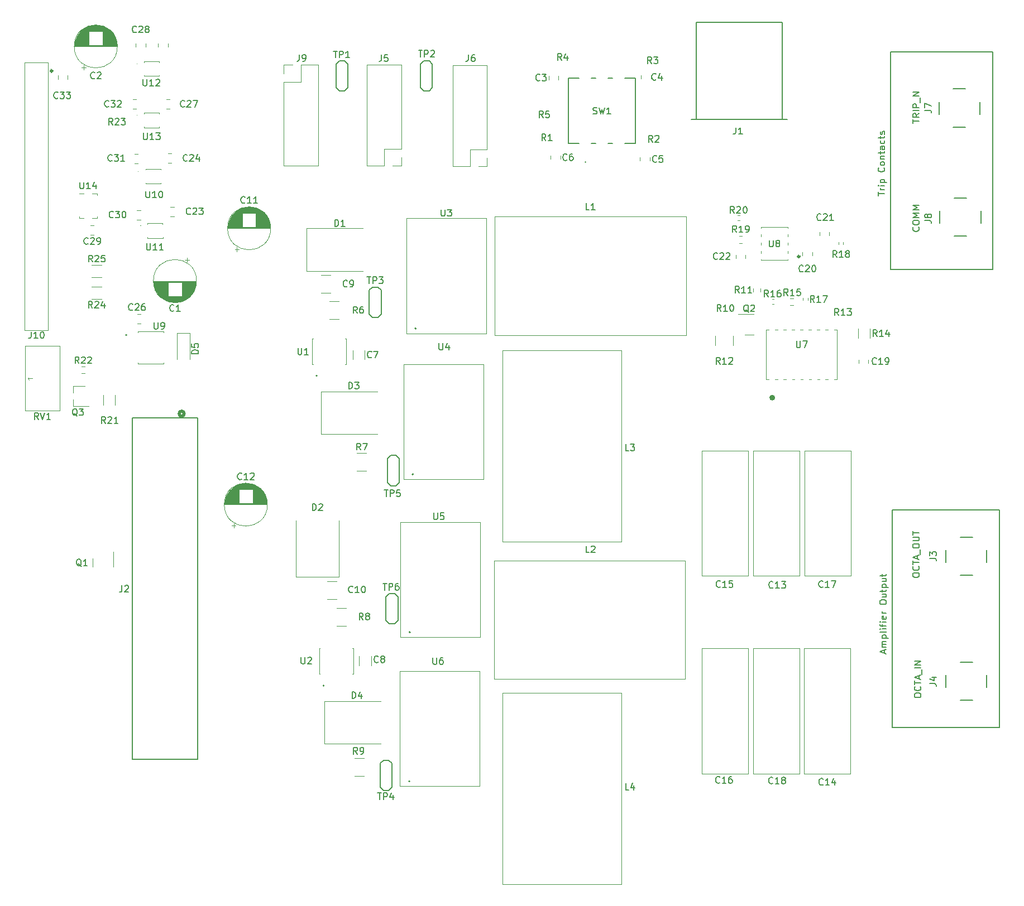
<source format=gbr>
%TF.GenerationSoftware,KiCad,Pcbnew,7.0.5*%
%TF.CreationDate,2023-09-24T16:41:28-07:00*%
%TF.ProjectId,FullSchematic,46756c6c-5363-4686-956d-617469632e6b,rev?*%
%TF.SameCoordinates,Original*%
%TF.FileFunction,Legend,Top*%
%TF.FilePolarity,Positive*%
%FSLAX46Y46*%
G04 Gerber Fmt 4.6, Leading zero omitted, Abs format (unit mm)*
G04 Created by KiCad (PCBNEW 7.0.5) date 2023-09-24 16:41:28*
%MOMM*%
%LPD*%
G01*
G04 APERTURE LIST*
%ADD10C,0.150000*%
%ADD11C,0.153000*%
%ADD12C,0.100000*%
%ADD13C,0.183114*%
%ADD14C,0.120000*%
%ADD15C,0.200000*%
%ADD16C,0.152400*%
%ADD17C,0.508000*%
%ADD18C,0.304000*%
%ADD19C,0.127000*%
%ADD20C,0.125000*%
%ADD21C,0.191421*%
%ADD22C,0.460488*%
G04 APERTURE END LIST*
D10*
X194750000Y-101000000D02*
X211000000Y-101000000D01*
X211000000Y-134000000D01*
X194750000Y-134000000D01*
X194750000Y-101000000D01*
X194500000Y-31500000D02*
X210000000Y-31500000D01*
X210000000Y-64500000D01*
X194500000Y-64500000D01*
X194500000Y-31500000D01*
D11*
X197869663Y-110970771D02*
X197869663Y-110780295D01*
X197869663Y-110780295D02*
X197917282Y-110685057D01*
X197917282Y-110685057D02*
X198012520Y-110589819D01*
X198012520Y-110589819D02*
X198202996Y-110542200D01*
X198202996Y-110542200D02*
X198536329Y-110542200D01*
X198536329Y-110542200D02*
X198726805Y-110589819D01*
X198726805Y-110589819D02*
X198822044Y-110685057D01*
X198822044Y-110685057D02*
X198869663Y-110780295D01*
X198869663Y-110780295D02*
X198869663Y-110970771D01*
X198869663Y-110970771D02*
X198822044Y-111066009D01*
X198822044Y-111066009D02*
X198726805Y-111161247D01*
X198726805Y-111161247D02*
X198536329Y-111208866D01*
X198536329Y-111208866D02*
X198202996Y-111208866D01*
X198202996Y-111208866D02*
X198012520Y-111161247D01*
X198012520Y-111161247D02*
X197917282Y-111066009D01*
X197917282Y-111066009D02*
X197869663Y-110970771D01*
X198774424Y-109542200D02*
X198822044Y-109589819D01*
X198822044Y-109589819D02*
X198869663Y-109732676D01*
X198869663Y-109732676D02*
X198869663Y-109827914D01*
X198869663Y-109827914D02*
X198822044Y-109970771D01*
X198822044Y-109970771D02*
X198726805Y-110066009D01*
X198726805Y-110066009D02*
X198631567Y-110113628D01*
X198631567Y-110113628D02*
X198441091Y-110161247D01*
X198441091Y-110161247D02*
X198298234Y-110161247D01*
X198298234Y-110161247D02*
X198107758Y-110113628D01*
X198107758Y-110113628D02*
X198012520Y-110066009D01*
X198012520Y-110066009D02*
X197917282Y-109970771D01*
X197917282Y-109970771D02*
X197869663Y-109827914D01*
X197869663Y-109827914D02*
X197869663Y-109732676D01*
X197869663Y-109732676D02*
X197917282Y-109589819D01*
X197917282Y-109589819D02*
X197964901Y-109542200D01*
X197869663Y-109256485D02*
X197869663Y-108685057D01*
X198869663Y-108970771D02*
X197869663Y-108970771D01*
X198583948Y-108399342D02*
X198583948Y-107923152D01*
X198869663Y-108494580D02*
X197869663Y-108161247D01*
X197869663Y-108161247D02*
X198869663Y-107827914D01*
X198964901Y-107732676D02*
X198964901Y-106970771D01*
X197869663Y-106542199D02*
X197869663Y-106351723D01*
X197869663Y-106351723D02*
X197917282Y-106256485D01*
X197917282Y-106256485D02*
X198012520Y-106161247D01*
X198012520Y-106161247D02*
X198202996Y-106113628D01*
X198202996Y-106113628D02*
X198536329Y-106113628D01*
X198536329Y-106113628D02*
X198726805Y-106161247D01*
X198726805Y-106161247D02*
X198822044Y-106256485D01*
X198822044Y-106256485D02*
X198869663Y-106351723D01*
X198869663Y-106351723D02*
X198869663Y-106542199D01*
X198869663Y-106542199D02*
X198822044Y-106637437D01*
X198822044Y-106637437D02*
X198726805Y-106732675D01*
X198726805Y-106732675D02*
X198536329Y-106780294D01*
X198536329Y-106780294D02*
X198202996Y-106780294D01*
X198202996Y-106780294D02*
X198012520Y-106732675D01*
X198012520Y-106732675D02*
X197917282Y-106637437D01*
X197917282Y-106637437D02*
X197869663Y-106542199D01*
X197869663Y-105685056D02*
X198679186Y-105685056D01*
X198679186Y-105685056D02*
X198774424Y-105637437D01*
X198774424Y-105637437D02*
X198822044Y-105589818D01*
X198822044Y-105589818D02*
X198869663Y-105494580D01*
X198869663Y-105494580D02*
X198869663Y-105304104D01*
X198869663Y-105304104D02*
X198822044Y-105208866D01*
X198822044Y-105208866D02*
X198774424Y-105161247D01*
X198774424Y-105161247D02*
X198679186Y-105113628D01*
X198679186Y-105113628D02*
X197869663Y-105113628D01*
X197869663Y-104780294D02*
X197869663Y-104208866D01*
X198869663Y-104494580D02*
X197869663Y-104494580D01*
X192619663Y-53304104D02*
X192619663Y-52732676D01*
X193619663Y-53018390D02*
X192619663Y-53018390D01*
X193619663Y-52399342D02*
X192952996Y-52399342D01*
X193143472Y-52399342D02*
X193048234Y-52351723D01*
X193048234Y-52351723D02*
X193000615Y-52304104D01*
X193000615Y-52304104D02*
X192952996Y-52208866D01*
X192952996Y-52208866D02*
X192952996Y-52113628D01*
X193619663Y-51780294D02*
X192952996Y-51780294D01*
X192619663Y-51780294D02*
X192667282Y-51827913D01*
X192667282Y-51827913D02*
X192714901Y-51780294D01*
X192714901Y-51780294D02*
X192667282Y-51732675D01*
X192667282Y-51732675D02*
X192619663Y-51780294D01*
X192619663Y-51780294D02*
X192714901Y-51780294D01*
X192952996Y-51304104D02*
X193952996Y-51304104D01*
X193000615Y-51304104D02*
X192952996Y-51208866D01*
X192952996Y-51208866D02*
X192952996Y-51018390D01*
X192952996Y-51018390D02*
X193000615Y-50923152D01*
X193000615Y-50923152D02*
X193048234Y-50875533D01*
X193048234Y-50875533D02*
X193143472Y-50827914D01*
X193143472Y-50827914D02*
X193429186Y-50827914D01*
X193429186Y-50827914D02*
X193524424Y-50875533D01*
X193524424Y-50875533D02*
X193572044Y-50923152D01*
X193572044Y-50923152D02*
X193619663Y-51018390D01*
X193619663Y-51018390D02*
X193619663Y-51208866D01*
X193619663Y-51208866D02*
X193572044Y-51304104D01*
X193524424Y-49066009D02*
X193572044Y-49113628D01*
X193572044Y-49113628D02*
X193619663Y-49256485D01*
X193619663Y-49256485D02*
X193619663Y-49351723D01*
X193619663Y-49351723D02*
X193572044Y-49494580D01*
X193572044Y-49494580D02*
X193476805Y-49589818D01*
X193476805Y-49589818D02*
X193381567Y-49637437D01*
X193381567Y-49637437D02*
X193191091Y-49685056D01*
X193191091Y-49685056D02*
X193048234Y-49685056D01*
X193048234Y-49685056D02*
X192857758Y-49637437D01*
X192857758Y-49637437D02*
X192762520Y-49589818D01*
X192762520Y-49589818D02*
X192667282Y-49494580D01*
X192667282Y-49494580D02*
X192619663Y-49351723D01*
X192619663Y-49351723D02*
X192619663Y-49256485D01*
X192619663Y-49256485D02*
X192667282Y-49113628D01*
X192667282Y-49113628D02*
X192714901Y-49066009D01*
X193619663Y-48494580D02*
X193572044Y-48589818D01*
X193572044Y-48589818D02*
X193524424Y-48637437D01*
X193524424Y-48637437D02*
X193429186Y-48685056D01*
X193429186Y-48685056D02*
X193143472Y-48685056D01*
X193143472Y-48685056D02*
X193048234Y-48637437D01*
X193048234Y-48637437D02*
X193000615Y-48589818D01*
X193000615Y-48589818D02*
X192952996Y-48494580D01*
X192952996Y-48494580D02*
X192952996Y-48351723D01*
X192952996Y-48351723D02*
X193000615Y-48256485D01*
X193000615Y-48256485D02*
X193048234Y-48208866D01*
X193048234Y-48208866D02*
X193143472Y-48161247D01*
X193143472Y-48161247D02*
X193429186Y-48161247D01*
X193429186Y-48161247D02*
X193524424Y-48208866D01*
X193524424Y-48208866D02*
X193572044Y-48256485D01*
X193572044Y-48256485D02*
X193619663Y-48351723D01*
X193619663Y-48351723D02*
X193619663Y-48494580D01*
X192952996Y-47732675D02*
X193619663Y-47732675D01*
X193048234Y-47732675D02*
X193000615Y-47685056D01*
X193000615Y-47685056D02*
X192952996Y-47589818D01*
X192952996Y-47589818D02*
X192952996Y-47446961D01*
X192952996Y-47446961D02*
X193000615Y-47351723D01*
X193000615Y-47351723D02*
X193095853Y-47304104D01*
X193095853Y-47304104D02*
X193619663Y-47304104D01*
X192952996Y-46970770D02*
X192952996Y-46589818D01*
X192619663Y-46827913D02*
X193476805Y-46827913D01*
X193476805Y-46827913D02*
X193572044Y-46780294D01*
X193572044Y-46780294D02*
X193619663Y-46685056D01*
X193619663Y-46685056D02*
X193619663Y-46589818D01*
X193619663Y-45827913D02*
X193095853Y-45827913D01*
X193095853Y-45827913D02*
X193000615Y-45875532D01*
X193000615Y-45875532D02*
X192952996Y-45970770D01*
X192952996Y-45970770D02*
X192952996Y-46161246D01*
X192952996Y-46161246D02*
X193000615Y-46256484D01*
X193572044Y-45827913D02*
X193619663Y-45923151D01*
X193619663Y-45923151D02*
X193619663Y-46161246D01*
X193619663Y-46161246D02*
X193572044Y-46256484D01*
X193572044Y-46256484D02*
X193476805Y-46304103D01*
X193476805Y-46304103D02*
X193381567Y-46304103D01*
X193381567Y-46304103D02*
X193286329Y-46256484D01*
X193286329Y-46256484D02*
X193238710Y-46161246D01*
X193238710Y-46161246D02*
X193238710Y-45923151D01*
X193238710Y-45923151D02*
X193191091Y-45827913D01*
X193572044Y-44923151D02*
X193619663Y-45018389D01*
X193619663Y-45018389D02*
X193619663Y-45208865D01*
X193619663Y-45208865D02*
X193572044Y-45304103D01*
X193572044Y-45304103D02*
X193524424Y-45351722D01*
X193524424Y-45351722D02*
X193429186Y-45399341D01*
X193429186Y-45399341D02*
X193143472Y-45399341D01*
X193143472Y-45399341D02*
X193048234Y-45351722D01*
X193048234Y-45351722D02*
X193000615Y-45304103D01*
X193000615Y-45304103D02*
X192952996Y-45208865D01*
X192952996Y-45208865D02*
X192952996Y-45018389D01*
X192952996Y-45018389D02*
X193000615Y-44923151D01*
X192952996Y-44637436D02*
X192952996Y-44256484D01*
X192619663Y-44494579D02*
X193476805Y-44494579D01*
X193476805Y-44494579D02*
X193572044Y-44446960D01*
X193572044Y-44446960D02*
X193619663Y-44351722D01*
X193619663Y-44351722D02*
X193619663Y-44256484D01*
X193572044Y-43970769D02*
X193619663Y-43875531D01*
X193619663Y-43875531D02*
X193619663Y-43685055D01*
X193619663Y-43685055D02*
X193572044Y-43589817D01*
X193572044Y-43589817D02*
X193476805Y-43542198D01*
X193476805Y-43542198D02*
X193429186Y-43542198D01*
X193429186Y-43542198D02*
X193333948Y-43589817D01*
X193333948Y-43589817D02*
X193286329Y-43685055D01*
X193286329Y-43685055D02*
X193286329Y-43827912D01*
X193286329Y-43827912D02*
X193238710Y-43923150D01*
X193238710Y-43923150D02*
X193143472Y-43970769D01*
X193143472Y-43970769D02*
X193095853Y-43970769D01*
X193095853Y-43970769D02*
X193000615Y-43923150D01*
X193000615Y-43923150D02*
X192952996Y-43827912D01*
X192952996Y-43827912D02*
X192952996Y-43685055D01*
X192952996Y-43685055D02*
X193000615Y-43589817D01*
X198774424Y-58089819D02*
X198822044Y-58137438D01*
X198822044Y-58137438D02*
X198869663Y-58280295D01*
X198869663Y-58280295D02*
X198869663Y-58375533D01*
X198869663Y-58375533D02*
X198822044Y-58518390D01*
X198822044Y-58518390D02*
X198726805Y-58613628D01*
X198726805Y-58613628D02*
X198631567Y-58661247D01*
X198631567Y-58661247D02*
X198441091Y-58708866D01*
X198441091Y-58708866D02*
X198298234Y-58708866D01*
X198298234Y-58708866D02*
X198107758Y-58661247D01*
X198107758Y-58661247D02*
X198012520Y-58613628D01*
X198012520Y-58613628D02*
X197917282Y-58518390D01*
X197917282Y-58518390D02*
X197869663Y-58375533D01*
X197869663Y-58375533D02*
X197869663Y-58280295D01*
X197869663Y-58280295D02*
X197917282Y-58137438D01*
X197917282Y-58137438D02*
X197964901Y-58089819D01*
X197869663Y-57470771D02*
X197869663Y-57280295D01*
X197869663Y-57280295D02*
X197917282Y-57185057D01*
X197917282Y-57185057D02*
X198012520Y-57089819D01*
X198012520Y-57089819D02*
X198202996Y-57042200D01*
X198202996Y-57042200D02*
X198536329Y-57042200D01*
X198536329Y-57042200D02*
X198726805Y-57089819D01*
X198726805Y-57089819D02*
X198822044Y-57185057D01*
X198822044Y-57185057D02*
X198869663Y-57280295D01*
X198869663Y-57280295D02*
X198869663Y-57470771D01*
X198869663Y-57470771D02*
X198822044Y-57566009D01*
X198822044Y-57566009D02*
X198726805Y-57661247D01*
X198726805Y-57661247D02*
X198536329Y-57708866D01*
X198536329Y-57708866D02*
X198202996Y-57708866D01*
X198202996Y-57708866D02*
X198012520Y-57661247D01*
X198012520Y-57661247D02*
X197917282Y-57566009D01*
X197917282Y-57566009D02*
X197869663Y-57470771D01*
X198869663Y-56613628D02*
X197869663Y-56613628D01*
X197869663Y-56613628D02*
X198583948Y-56280295D01*
X198583948Y-56280295D02*
X197869663Y-55946962D01*
X197869663Y-55946962D02*
X198869663Y-55946962D01*
X198869663Y-55470771D02*
X197869663Y-55470771D01*
X197869663Y-55470771D02*
X198583948Y-55137438D01*
X198583948Y-55137438D02*
X197869663Y-54804105D01*
X197869663Y-54804105D02*
X198869663Y-54804105D01*
X197869663Y-42304104D02*
X197869663Y-41732676D01*
X198869663Y-42018390D02*
X197869663Y-42018390D01*
X198869663Y-40827914D02*
X198393472Y-41161247D01*
X198869663Y-41399342D02*
X197869663Y-41399342D01*
X197869663Y-41399342D02*
X197869663Y-41018390D01*
X197869663Y-41018390D02*
X197917282Y-40923152D01*
X197917282Y-40923152D02*
X197964901Y-40875533D01*
X197964901Y-40875533D02*
X198060139Y-40827914D01*
X198060139Y-40827914D02*
X198202996Y-40827914D01*
X198202996Y-40827914D02*
X198298234Y-40875533D01*
X198298234Y-40875533D02*
X198345853Y-40923152D01*
X198345853Y-40923152D02*
X198393472Y-41018390D01*
X198393472Y-41018390D02*
X198393472Y-41399342D01*
X198869663Y-40399342D02*
X197869663Y-40399342D01*
X198869663Y-39923152D02*
X197869663Y-39923152D01*
X197869663Y-39923152D02*
X197869663Y-39542200D01*
X197869663Y-39542200D02*
X197917282Y-39446962D01*
X197917282Y-39446962D02*
X197964901Y-39399343D01*
X197964901Y-39399343D02*
X198060139Y-39351724D01*
X198060139Y-39351724D02*
X198202996Y-39351724D01*
X198202996Y-39351724D02*
X198298234Y-39399343D01*
X198298234Y-39399343D02*
X198345853Y-39446962D01*
X198345853Y-39446962D02*
X198393472Y-39542200D01*
X198393472Y-39542200D02*
X198393472Y-39923152D01*
X198964901Y-39161248D02*
X198964901Y-38399343D01*
X198869663Y-38161247D02*
X197869663Y-38161247D01*
X197869663Y-38161247D02*
X198869663Y-37589819D01*
X198869663Y-37589819D02*
X197869663Y-37589819D01*
X198119663Y-129220771D02*
X198119663Y-129030295D01*
X198119663Y-129030295D02*
X198167282Y-128935057D01*
X198167282Y-128935057D02*
X198262520Y-128839819D01*
X198262520Y-128839819D02*
X198452996Y-128792200D01*
X198452996Y-128792200D02*
X198786329Y-128792200D01*
X198786329Y-128792200D02*
X198976805Y-128839819D01*
X198976805Y-128839819D02*
X199072044Y-128935057D01*
X199072044Y-128935057D02*
X199119663Y-129030295D01*
X199119663Y-129030295D02*
X199119663Y-129220771D01*
X199119663Y-129220771D02*
X199072044Y-129316009D01*
X199072044Y-129316009D02*
X198976805Y-129411247D01*
X198976805Y-129411247D02*
X198786329Y-129458866D01*
X198786329Y-129458866D02*
X198452996Y-129458866D01*
X198452996Y-129458866D02*
X198262520Y-129411247D01*
X198262520Y-129411247D02*
X198167282Y-129316009D01*
X198167282Y-129316009D02*
X198119663Y-129220771D01*
X199024424Y-127792200D02*
X199072044Y-127839819D01*
X199072044Y-127839819D02*
X199119663Y-127982676D01*
X199119663Y-127982676D02*
X199119663Y-128077914D01*
X199119663Y-128077914D02*
X199072044Y-128220771D01*
X199072044Y-128220771D02*
X198976805Y-128316009D01*
X198976805Y-128316009D02*
X198881567Y-128363628D01*
X198881567Y-128363628D02*
X198691091Y-128411247D01*
X198691091Y-128411247D02*
X198548234Y-128411247D01*
X198548234Y-128411247D02*
X198357758Y-128363628D01*
X198357758Y-128363628D02*
X198262520Y-128316009D01*
X198262520Y-128316009D02*
X198167282Y-128220771D01*
X198167282Y-128220771D02*
X198119663Y-128077914D01*
X198119663Y-128077914D02*
X198119663Y-127982676D01*
X198119663Y-127982676D02*
X198167282Y-127839819D01*
X198167282Y-127839819D02*
X198214901Y-127792200D01*
X198119663Y-127506485D02*
X198119663Y-126935057D01*
X199119663Y-127220771D02*
X198119663Y-127220771D01*
X198833948Y-126649342D02*
X198833948Y-126173152D01*
X199119663Y-126744580D02*
X198119663Y-126411247D01*
X198119663Y-126411247D02*
X199119663Y-126077914D01*
X199214901Y-125982676D02*
X199214901Y-125220771D01*
X199119663Y-124982675D02*
X198119663Y-124982675D01*
X199119663Y-124506485D02*
X198119663Y-124506485D01*
X198119663Y-124506485D02*
X199119663Y-123935057D01*
X199119663Y-123935057D02*
X198119663Y-123935057D01*
X193583948Y-122708866D02*
X193583948Y-122232676D01*
X193869663Y-122804104D02*
X192869663Y-122470771D01*
X192869663Y-122470771D02*
X193869663Y-122137438D01*
X193869663Y-121804104D02*
X193202996Y-121804104D01*
X193298234Y-121804104D02*
X193250615Y-121756485D01*
X193250615Y-121756485D02*
X193202996Y-121661247D01*
X193202996Y-121661247D02*
X193202996Y-121518390D01*
X193202996Y-121518390D02*
X193250615Y-121423152D01*
X193250615Y-121423152D02*
X193345853Y-121375533D01*
X193345853Y-121375533D02*
X193869663Y-121375533D01*
X193345853Y-121375533D02*
X193250615Y-121327914D01*
X193250615Y-121327914D02*
X193202996Y-121232676D01*
X193202996Y-121232676D02*
X193202996Y-121089819D01*
X193202996Y-121089819D02*
X193250615Y-120994580D01*
X193250615Y-120994580D02*
X193345853Y-120946961D01*
X193345853Y-120946961D02*
X193869663Y-120946961D01*
X193202996Y-120470771D02*
X194202996Y-120470771D01*
X193250615Y-120470771D02*
X193202996Y-120375533D01*
X193202996Y-120375533D02*
X193202996Y-120185057D01*
X193202996Y-120185057D02*
X193250615Y-120089819D01*
X193250615Y-120089819D02*
X193298234Y-120042200D01*
X193298234Y-120042200D02*
X193393472Y-119994581D01*
X193393472Y-119994581D02*
X193679186Y-119994581D01*
X193679186Y-119994581D02*
X193774424Y-120042200D01*
X193774424Y-120042200D02*
X193822044Y-120089819D01*
X193822044Y-120089819D02*
X193869663Y-120185057D01*
X193869663Y-120185057D02*
X193869663Y-120375533D01*
X193869663Y-120375533D02*
X193822044Y-120470771D01*
X193869663Y-119423152D02*
X193822044Y-119518390D01*
X193822044Y-119518390D02*
X193726805Y-119566009D01*
X193726805Y-119566009D02*
X192869663Y-119566009D01*
X193869663Y-119042199D02*
X193202996Y-119042199D01*
X192869663Y-119042199D02*
X192917282Y-119089818D01*
X192917282Y-119089818D02*
X192964901Y-119042199D01*
X192964901Y-119042199D02*
X192917282Y-118994580D01*
X192917282Y-118994580D02*
X192869663Y-119042199D01*
X192869663Y-119042199D02*
X192964901Y-119042199D01*
X193202996Y-118708866D02*
X193202996Y-118327914D01*
X193869663Y-118566009D02*
X193012520Y-118566009D01*
X193012520Y-118566009D02*
X192917282Y-118518390D01*
X192917282Y-118518390D02*
X192869663Y-118423152D01*
X192869663Y-118423152D02*
X192869663Y-118327914D01*
X193869663Y-117994580D02*
X193202996Y-117994580D01*
X192869663Y-117994580D02*
X192917282Y-118042199D01*
X192917282Y-118042199D02*
X192964901Y-117994580D01*
X192964901Y-117994580D02*
X192917282Y-117946961D01*
X192917282Y-117946961D02*
X192869663Y-117994580D01*
X192869663Y-117994580D02*
X192964901Y-117994580D01*
X193822044Y-117137438D02*
X193869663Y-117232676D01*
X193869663Y-117232676D02*
X193869663Y-117423152D01*
X193869663Y-117423152D02*
X193822044Y-117518390D01*
X193822044Y-117518390D02*
X193726805Y-117566009D01*
X193726805Y-117566009D02*
X193345853Y-117566009D01*
X193345853Y-117566009D02*
X193250615Y-117518390D01*
X193250615Y-117518390D02*
X193202996Y-117423152D01*
X193202996Y-117423152D02*
X193202996Y-117232676D01*
X193202996Y-117232676D02*
X193250615Y-117137438D01*
X193250615Y-117137438D02*
X193345853Y-117089819D01*
X193345853Y-117089819D02*
X193441091Y-117089819D01*
X193441091Y-117089819D02*
X193536329Y-117566009D01*
X193869663Y-116661247D02*
X193202996Y-116661247D01*
X193393472Y-116661247D02*
X193298234Y-116613628D01*
X193298234Y-116613628D02*
X193250615Y-116566009D01*
X193250615Y-116566009D02*
X193202996Y-116470771D01*
X193202996Y-116470771D02*
X193202996Y-116375533D01*
X192869663Y-115089818D02*
X192869663Y-114899342D01*
X192869663Y-114899342D02*
X192917282Y-114804104D01*
X192917282Y-114804104D02*
X193012520Y-114708866D01*
X193012520Y-114708866D02*
X193202996Y-114661247D01*
X193202996Y-114661247D02*
X193536329Y-114661247D01*
X193536329Y-114661247D02*
X193726805Y-114708866D01*
X193726805Y-114708866D02*
X193822044Y-114804104D01*
X193822044Y-114804104D02*
X193869663Y-114899342D01*
X193869663Y-114899342D02*
X193869663Y-115089818D01*
X193869663Y-115089818D02*
X193822044Y-115185056D01*
X193822044Y-115185056D02*
X193726805Y-115280294D01*
X193726805Y-115280294D02*
X193536329Y-115327913D01*
X193536329Y-115327913D02*
X193202996Y-115327913D01*
X193202996Y-115327913D02*
X193012520Y-115280294D01*
X193012520Y-115280294D02*
X192917282Y-115185056D01*
X192917282Y-115185056D02*
X192869663Y-115089818D01*
X193202996Y-113804104D02*
X193869663Y-113804104D01*
X193202996Y-114232675D02*
X193726805Y-114232675D01*
X193726805Y-114232675D02*
X193822044Y-114185056D01*
X193822044Y-114185056D02*
X193869663Y-114089818D01*
X193869663Y-114089818D02*
X193869663Y-113946961D01*
X193869663Y-113946961D02*
X193822044Y-113851723D01*
X193822044Y-113851723D02*
X193774424Y-113804104D01*
X193202996Y-113470770D02*
X193202996Y-113089818D01*
X192869663Y-113327913D02*
X193726805Y-113327913D01*
X193726805Y-113327913D02*
X193822044Y-113280294D01*
X193822044Y-113280294D02*
X193869663Y-113185056D01*
X193869663Y-113185056D02*
X193869663Y-113089818D01*
X193202996Y-112756484D02*
X194202996Y-112756484D01*
X193250615Y-112756484D02*
X193202996Y-112661246D01*
X193202996Y-112661246D02*
X193202996Y-112470770D01*
X193202996Y-112470770D02*
X193250615Y-112375532D01*
X193250615Y-112375532D02*
X193298234Y-112327913D01*
X193298234Y-112327913D02*
X193393472Y-112280294D01*
X193393472Y-112280294D02*
X193679186Y-112280294D01*
X193679186Y-112280294D02*
X193774424Y-112327913D01*
X193774424Y-112327913D02*
X193822044Y-112375532D01*
X193822044Y-112375532D02*
X193869663Y-112470770D01*
X193869663Y-112470770D02*
X193869663Y-112661246D01*
X193869663Y-112661246D02*
X193822044Y-112756484D01*
X193202996Y-111423151D02*
X193869663Y-111423151D01*
X193202996Y-111851722D02*
X193726805Y-111851722D01*
X193726805Y-111851722D02*
X193822044Y-111804103D01*
X193822044Y-111804103D02*
X193869663Y-111708865D01*
X193869663Y-111708865D02*
X193869663Y-111566008D01*
X193869663Y-111566008D02*
X193822044Y-111470770D01*
X193822044Y-111470770D02*
X193774424Y-111423151D01*
X193202996Y-111089817D02*
X193202996Y-110708865D01*
X192869663Y-110946960D02*
X193726805Y-110946960D01*
X193726805Y-110946960D02*
X193822044Y-110899341D01*
X193822044Y-110899341D02*
X193869663Y-110804103D01*
X193869663Y-110804103D02*
X193869663Y-110708865D01*
%TO.C,U6*%
X125122710Y-123416933D02*
X125122710Y-124226456D01*
X125122710Y-124226456D02*
X125170329Y-124321694D01*
X125170329Y-124321694D02*
X125217948Y-124369314D01*
X125217948Y-124369314D02*
X125313186Y-124416933D01*
X125313186Y-124416933D02*
X125503662Y-124416933D01*
X125503662Y-124416933D02*
X125598900Y-124369314D01*
X125598900Y-124369314D02*
X125646519Y-124321694D01*
X125646519Y-124321694D02*
X125694138Y-124226456D01*
X125694138Y-124226456D02*
X125694138Y-123416933D01*
X126598900Y-123416933D02*
X126408424Y-123416933D01*
X126408424Y-123416933D02*
X126313186Y-123464552D01*
X126313186Y-123464552D02*
X126265567Y-123512171D01*
X126265567Y-123512171D02*
X126170329Y-123655028D01*
X126170329Y-123655028D02*
X126122710Y-123845504D01*
X126122710Y-123845504D02*
X126122710Y-124226456D01*
X126122710Y-124226456D02*
X126170329Y-124321694D01*
X126170329Y-124321694D02*
X126217948Y-124369314D01*
X126217948Y-124369314D02*
X126313186Y-124416933D01*
X126313186Y-124416933D02*
X126503662Y-124416933D01*
X126503662Y-124416933D02*
X126598900Y-124369314D01*
X126598900Y-124369314D02*
X126646519Y-124321694D01*
X126646519Y-124321694D02*
X126694138Y-124226456D01*
X126694138Y-124226456D02*
X126694138Y-123988361D01*
X126694138Y-123988361D02*
X126646519Y-123893123D01*
X126646519Y-123893123D02*
X126598900Y-123845504D01*
X126598900Y-123845504D02*
X126503662Y-123797885D01*
X126503662Y-123797885D02*
X126313186Y-123797885D01*
X126313186Y-123797885D02*
X126217948Y-123845504D01*
X126217948Y-123845504D02*
X126170329Y-123893123D01*
X126170329Y-123893123D02*
X126122710Y-123988361D01*
%TO.C,R24*%
X73479642Y-70334663D02*
X73146309Y-69858472D01*
X72908214Y-70334663D02*
X72908214Y-69334663D01*
X72908214Y-69334663D02*
X73289166Y-69334663D01*
X73289166Y-69334663D02*
X73384404Y-69382282D01*
X73384404Y-69382282D02*
X73432023Y-69429901D01*
X73432023Y-69429901D02*
X73479642Y-69525139D01*
X73479642Y-69525139D02*
X73479642Y-69667996D01*
X73479642Y-69667996D02*
X73432023Y-69763234D01*
X73432023Y-69763234D02*
X73384404Y-69810853D01*
X73384404Y-69810853D02*
X73289166Y-69858472D01*
X73289166Y-69858472D02*
X72908214Y-69858472D01*
X73860595Y-69429901D02*
X73908214Y-69382282D01*
X73908214Y-69382282D02*
X74003452Y-69334663D01*
X74003452Y-69334663D02*
X74241547Y-69334663D01*
X74241547Y-69334663D02*
X74336785Y-69382282D01*
X74336785Y-69382282D02*
X74384404Y-69429901D01*
X74384404Y-69429901D02*
X74432023Y-69525139D01*
X74432023Y-69525139D02*
X74432023Y-69620377D01*
X74432023Y-69620377D02*
X74384404Y-69763234D01*
X74384404Y-69763234D02*
X73812976Y-70334663D01*
X73812976Y-70334663D02*
X74432023Y-70334663D01*
X75289166Y-69667996D02*
X75289166Y-70334663D01*
X75051071Y-69287044D02*
X74812976Y-70001329D01*
X74812976Y-70001329D02*
X75432023Y-70001329D01*
%TO.C,R20*%
X170827142Y-55949663D02*
X170493809Y-55473472D01*
X170255714Y-55949663D02*
X170255714Y-54949663D01*
X170255714Y-54949663D02*
X170636666Y-54949663D01*
X170636666Y-54949663D02*
X170731904Y-54997282D01*
X170731904Y-54997282D02*
X170779523Y-55044901D01*
X170779523Y-55044901D02*
X170827142Y-55140139D01*
X170827142Y-55140139D02*
X170827142Y-55282996D01*
X170827142Y-55282996D02*
X170779523Y-55378234D01*
X170779523Y-55378234D02*
X170731904Y-55425853D01*
X170731904Y-55425853D02*
X170636666Y-55473472D01*
X170636666Y-55473472D02*
X170255714Y-55473472D01*
X171208095Y-55044901D02*
X171255714Y-54997282D01*
X171255714Y-54997282D02*
X171350952Y-54949663D01*
X171350952Y-54949663D02*
X171589047Y-54949663D01*
X171589047Y-54949663D02*
X171684285Y-54997282D01*
X171684285Y-54997282D02*
X171731904Y-55044901D01*
X171731904Y-55044901D02*
X171779523Y-55140139D01*
X171779523Y-55140139D02*
X171779523Y-55235377D01*
X171779523Y-55235377D02*
X171731904Y-55378234D01*
X171731904Y-55378234D02*
X171160476Y-55949663D01*
X171160476Y-55949663D02*
X171779523Y-55949663D01*
X172398571Y-54949663D02*
X172493809Y-54949663D01*
X172493809Y-54949663D02*
X172589047Y-54997282D01*
X172589047Y-54997282D02*
X172636666Y-55044901D01*
X172636666Y-55044901D02*
X172684285Y-55140139D01*
X172684285Y-55140139D02*
X172731904Y-55330615D01*
X172731904Y-55330615D02*
X172731904Y-55568710D01*
X172731904Y-55568710D02*
X172684285Y-55759186D01*
X172684285Y-55759186D02*
X172636666Y-55854424D01*
X172636666Y-55854424D02*
X172589047Y-55902044D01*
X172589047Y-55902044D02*
X172493809Y-55949663D01*
X172493809Y-55949663D02*
X172398571Y-55949663D01*
X172398571Y-55949663D02*
X172303333Y-55902044D01*
X172303333Y-55902044D02*
X172255714Y-55854424D01*
X172255714Y-55854424D02*
X172208095Y-55759186D01*
X172208095Y-55759186D02*
X172160476Y-55568710D01*
X172160476Y-55568710D02*
X172160476Y-55330615D01*
X172160476Y-55330615D02*
X172208095Y-55140139D01*
X172208095Y-55140139D02*
X172255714Y-55044901D01*
X172255714Y-55044901D02*
X172303333Y-54997282D01*
X172303333Y-54997282D02*
X172398571Y-54949663D01*
%TO.C,R19*%
X171157142Y-58854663D02*
X170823809Y-58378472D01*
X170585714Y-58854663D02*
X170585714Y-57854663D01*
X170585714Y-57854663D02*
X170966666Y-57854663D01*
X170966666Y-57854663D02*
X171061904Y-57902282D01*
X171061904Y-57902282D02*
X171109523Y-57949901D01*
X171109523Y-57949901D02*
X171157142Y-58045139D01*
X171157142Y-58045139D02*
X171157142Y-58187996D01*
X171157142Y-58187996D02*
X171109523Y-58283234D01*
X171109523Y-58283234D02*
X171061904Y-58330853D01*
X171061904Y-58330853D02*
X170966666Y-58378472D01*
X170966666Y-58378472D02*
X170585714Y-58378472D01*
X172109523Y-58854663D02*
X171538095Y-58854663D01*
X171823809Y-58854663D02*
X171823809Y-57854663D01*
X171823809Y-57854663D02*
X171728571Y-57997520D01*
X171728571Y-57997520D02*
X171633333Y-58092758D01*
X171633333Y-58092758D02*
X171538095Y-58140377D01*
X172585714Y-58854663D02*
X172776190Y-58854663D01*
X172776190Y-58854663D02*
X172871428Y-58807044D01*
X172871428Y-58807044D02*
X172919047Y-58759424D01*
X172919047Y-58759424D02*
X173014285Y-58616567D01*
X173014285Y-58616567D02*
X173061904Y-58426091D01*
X173061904Y-58426091D02*
X173061904Y-58045139D01*
X173061904Y-58045139D02*
X173014285Y-57949901D01*
X173014285Y-57949901D02*
X172966666Y-57902282D01*
X172966666Y-57902282D02*
X172871428Y-57854663D01*
X172871428Y-57854663D02*
X172680952Y-57854663D01*
X172680952Y-57854663D02*
X172585714Y-57902282D01*
X172585714Y-57902282D02*
X172538095Y-57949901D01*
X172538095Y-57949901D02*
X172490476Y-58045139D01*
X172490476Y-58045139D02*
X172490476Y-58283234D01*
X172490476Y-58283234D02*
X172538095Y-58378472D01*
X172538095Y-58378472D02*
X172585714Y-58426091D01*
X172585714Y-58426091D02*
X172680952Y-58473710D01*
X172680952Y-58473710D02*
X172871428Y-58473710D01*
X172871428Y-58473710D02*
X172966666Y-58426091D01*
X172966666Y-58426091D02*
X173014285Y-58378472D01*
X173014285Y-58378472D02*
X173061904Y-58283234D01*
%TO.C,R6*%
X113620333Y-71141663D02*
X113287000Y-70665472D01*
X113048905Y-71141663D02*
X113048905Y-70141663D01*
X113048905Y-70141663D02*
X113429857Y-70141663D01*
X113429857Y-70141663D02*
X113525095Y-70189282D01*
X113525095Y-70189282D02*
X113572714Y-70236901D01*
X113572714Y-70236901D02*
X113620333Y-70332139D01*
X113620333Y-70332139D02*
X113620333Y-70474996D01*
X113620333Y-70474996D02*
X113572714Y-70570234D01*
X113572714Y-70570234D02*
X113525095Y-70617853D01*
X113525095Y-70617853D02*
X113429857Y-70665472D01*
X113429857Y-70665472D02*
X113048905Y-70665472D01*
X114477476Y-70141663D02*
X114287000Y-70141663D01*
X114287000Y-70141663D02*
X114191762Y-70189282D01*
X114191762Y-70189282D02*
X114144143Y-70236901D01*
X114144143Y-70236901D02*
X114048905Y-70379758D01*
X114048905Y-70379758D02*
X114001286Y-70570234D01*
X114001286Y-70570234D02*
X114001286Y-70951186D01*
X114001286Y-70951186D02*
X114048905Y-71046424D01*
X114048905Y-71046424D02*
X114096524Y-71094044D01*
X114096524Y-71094044D02*
X114191762Y-71141663D01*
X114191762Y-71141663D02*
X114382238Y-71141663D01*
X114382238Y-71141663D02*
X114477476Y-71094044D01*
X114477476Y-71094044D02*
X114525095Y-71046424D01*
X114525095Y-71046424D02*
X114572714Y-70951186D01*
X114572714Y-70951186D02*
X114572714Y-70713091D01*
X114572714Y-70713091D02*
X114525095Y-70617853D01*
X114525095Y-70617853D02*
X114477476Y-70570234D01*
X114477476Y-70570234D02*
X114382238Y-70522615D01*
X114382238Y-70522615D02*
X114191762Y-70522615D01*
X114191762Y-70522615D02*
X114096524Y-70570234D01*
X114096524Y-70570234D02*
X114048905Y-70617853D01*
X114048905Y-70617853D02*
X114001286Y-70713091D01*
%TO.C,L1*%
X148833333Y-55454663D02*
X148357143Y-55454663D01*
X148357143Y-55454663D02*
X148357143Y-54454663D01*
X149690476Y-55454663D02*
X149119048Y-55454663D01*
X149404762Y-55454663D02*
X149404762Y-54454663D01*
X149404762Y-54454663D02*
X149309524Y-54597520D01*
X149309524Y-54597520D02*
X149214286Y-54692758D01*
X149214286Y-54692758D02*
X149119048Y-54740377D01*
%TO.C,C32*%
X75957142Y-39759424D02*
X75909523Y-39807044D01*
X75909523Y-39807044D02*
X75766666Y-39854663D01*
X75766666Y-39854663D02*
X75671428Y-39854663D01*
X75671428Y-39854663D02*
X75528571Y-39807044D01*
X75528571Y-39807044D02*
X75433333Y-39711805D01*
X75433333Y-39711805D02*
X75385714Y-39616567D01*
X75385714Y-39616567D02*
X75338095Y-39426091D01*
X75338095Y-39426091D02*
X75338095Y-39283234D01*
X75338095Y-39283234D02*
X75385714Y-39092758D01*
X75385714Y-39092758D02*
X75433333Y-38997520D01*
X75433333Y-38997520D02*
X75528571Y-38902282D01*
X75528571Y-38902282D02*
X75671428Y-38854663D01*
X75671428Y-38854663D02*
X75766666Y-38854663D01*
X75766666Y-38854663D02*
X75909523Y-38902282D01*
X75909523Y-38902282D02*
X75957142Y-38949901D01*
X76290476Y-38854663D02*
X76909523Y-38854663D01*
X76909523Y-38854663D02*
X76576190Y-39235615D01*
X76576190Y-39235615D02*
X76719047Y-39235615D01*
X76719047Y-39235615D02*
X76814285Y-39283234D01*
X76814285Y-39283234D02*
X76861904Y-39330853D01*
X76861904Y-39330853D02*
X76909523Y-39426091D01*
X76909523Y-39426091D02*
X76909523Y-39664186D01*
X76909523Y-39664186D02*
X76861904Y-39759424D01*
X76861904Y-39759424D02*
X76814285Y-39807044D01*
X76814285Y-39807044D02*
X76719047Y-39854663D01*
X76719047Y-39854663D02*
X76433333Y-39854663D01*
X76433333Y-39854663D02*
X76338095Y-39807044D01*
X76338095Y-39807044D02*
X76290476Y-39759424D01*
X77290476Y-38949901D02*
X77338095Y-38902282D01*
X77338095Y-38902282D02*
X77433333Y-38854663D01*
X77433333Y-38854663D02*
X77671428Y-38854663D01*
X77671428Y-38854663D02*
X77766666Y-38902282D01*
X77766666Y-38902282D02*
X77814285Y-38949901D01*
X77814285Y-38949901D02*
X77861904Y-39045139D01*
X77861904Y-39045139D02*
X77861904Y-39140377D01*
X77861904Y-39140377D02*
X77814285Y-39283234D01*
X77814285Y-39283234D02*
X77242857Y-39854663D01*
X77242857Y-39854663D02*
X77861904Y-39854663D01*
%TO.C,U3*%
X126378095Y-55411663D02*
X126378095Y-56221186D01*
X126378095Y-56221186D02*
X126425714Y-56316424D01*
X126425714Y-56316424D02*
X126473333Y-56364044D01*
X126473333Y-56364044D02*
X126568571Y-56411663D01*
X126568571Y-56411663D02*
X126759047Y-56411663D01*
X126759047Y-56411663D02*
X126854285Y-56364044D01*
X126854285Y-56364044D02*
X126901904Y-56316424D01*
X126901904Y-56316424D02*
X126949523Y-56221186D01*
X126949523Y-56221186D02*
X126949523Y-55411663D01*
X127330476Y-55411663D02*
X127949523Y-55411663D01*
X127949523Y-55411663D02*
X127616190Y-55792615D01*
X127616190Y-55792615D02*
X127759047Y-55792615D01*
X127759047Y-55792615D02*
X127854285Y-55840234D01*
X127854285Y-55840234D02*
X127901904Y-55887853D01*
X127901904Y-55887853D02*
X127949523Y-55983091D01*
X127949523Y-55983091D02*
X127949523Y-56221186D01*
X127949523Y-56221186D02*
X127901904Y-56316424D01*
X127901904Y-56316424D02*
X127854285Y-56364044D01*
X127854285Y-56364044D02*
X127759047Y-56411663D01*
X127759047Y-56411663D02*
X127473333Y-56411663D01*
X127473333Y-56411663D02*
X127378095Y-56364044D01*
X127378095Y-56364044D02*
X127330476Y-56316424D01*
%TO.C,TP6*%
X117538095Y-112154663D02*
X118109523Y-112154663D01*
X117823809Y-113154663D02*
X117823809Y-112154663D01*
X118442857Y-113154663D02*
X118442857Y-112154663D01*
X118442857Y-112154663D02*
X118823809Y-112154663D01*
X118823809Y-112154663D02*
X118919047Y-112202282D01*
X118919047Y-112202282D02*
X118966666Y-112249901D01*
X118966666Y-112249901D02*
X119014285Y-112345139D01*
X119014285Y-112345139D02*
X119014285Y-112487996D01*
X119014285Y-112487996D02*
X118966666Y-112583234D01*
X118966666Y-112583234D02*
X118919047Y-112630853D01*
X118919047Y-112630853D02*
X118823809Y-112678472D01*
X118823809Y-112678472D02*
X118442857Y-112678472D01*
X119871428Y-112154663D02*
X119680952Y-112154663D01*
X119680952Y-112154663D02*
X119585714Y-112202282D01*
X119585714Y-112202282D02*
X119538095Y-112249901D01*
X119538095Y-112249901D02*
X119442857Y-112392758D01*
X119442857Y-112392758D02*
X119395238Y-112583234D01*
X119395238Y-112583234D02*
X119395238Y-112964186D01*
X119395238Y-112964186D02*
X119442857Y-113059424D01*
X119442857Y-113059424D02*
X119490476Y-113107044D01*
X119490476Y-113107044D02*
X119585714Y-113154663D01*
X119585714Y-113154663D02*
X119776190Y-113154663D01*
X119776190Y-113154663D02*
X119871428Y-113107044D01*
X119871428Y-113107044D02*
X119919047Y-113059424D01*
X119919047Y-113059424D02*
X119966666Y-112964186D01*
X119966666Y-112964186D02*
X119966666Y-112726091D01*
X119966666Y-112726091D02*
X119919047Y-112630853D01*
X119919047Y-112630853D02*
X119871428Y-112583234D01*
X119871428Y-112583234D02*
X119776190Y-112535615D01*
X119776190Y-112535615D02*
X119585714Y-112535615D01*
X119585714Y-112535615D02*
X119490476Y-112583234D01*
X119490476Y-112583234D02*
X119442857Y-112630853D01*
X119442857Y-112630853D02*
X119395238Y-112726091D01*
%TO.C,TP2*%
X122938095Y-31254663D02*
X123509523Y-31254663D01*
X123223809Y-32254663D02*
X123223809Y-31254663D01*
X123842857Y-32254663D02*
X123842857Y-31254663D01*
X123842857Y-31254663D02*
X124223809Y-31254663D01*
X124223809Y-31254663D02*
X124319047Y-31302282D01*
X124319047Y-31302282D02*
X124366666Y-31349901D01*
X124366666Y-31349901D02*
X124414285Y-31445139D01*
X124414285Y-31445139D02*
X124414285Y-31587996D01*
X124414285Y-31587996D02*
X124366666Y-31683234D01*
X124366666Y-31683234D02*
X124319047Y-31730853D01*
X124319047Y-31730853D02*
X124223809Y-31778472D01*
X124223809Y-31778472D02*
X123842857Y-31778472D01*
X124795238Y-31349901D02*
X124842857Y-31302282D01*
X124842857Y-31302282D02*
X124938095Y-31254663D01*
X124938095Y-31254663D02*
X125176190Y-31254663D01*
X125176190Y-31254663D02*
X125271428Y-31302282D01*
X125271428Y-31302282D02*
X125319047Y-31349901D01*
X125319047Y-31349901D02*
X125366666Y-31445139D01*
X125366666Y-31445139D02*
X125366666Y-31540377D01*
X125366666Y-31540377D02*
X125319047Y-31683234D01*
X125319047Y-31683234D02*
X124747619Y-32254663D01*
X124747619Y-32254663D02*
X125366666Y-32254663D01*
%TO.C,C7*%
X115820333Y-77818424D02*
X115772714Y-77866044D01*
X115772714Y-77866044D02*
X115629857Y-77913663D01*
X115629857Y-77913663D02*
X115534619Y-77913663D01*
X115534619Y-77913663D02*
X115391762Y-77866044D01*
X115391762Y-77866044D02*
X115296524Y-77770805D01*
X115296524Y-77770805D02*
X115248905Y-77675567D01*
X115248905Y-77675567D02*
X115201286Y-77485091D01*
X115201286Y-77485091D02*
X115201286Y-77342234D01*
X115201286Y-77342234D02*
X115248905Y-77151758D01*
X115248905Y-77151758D02*
X115296524Y-77056520D01*
X115296524Y-77056520D02*
X115391762Y-76961282D01*
X115391762Y-76961282D02*
X115534619Y-76913663D01*
X115534619Y-76913663D02*
X115629857Y-76913663D01*
X115629857Y-76913663D02*
X115772714Y-76961282D01*
X115772714Y-76961282D02*
X115820333Y-77008901D01*
X116153667Y-76913663D02*
X116820333Y-76913663D01*
X116820333Y-76913663D02*
X116391762Y-77913663D01*
%TO.C,J1*%
X171036666Y-42954663D02*
X171036666Y-43668948D01*
X171036666Y-43668948D02*
X170989047Y-43811805D01*
X170989047Y-43811805D02*
X170893809Y-43907044D01*
X170893809Y-43907044D02*
X170750952Y-43954663D01*
X170750952Y-43954663D02*
X170655714Y-43954663D01*
X172036666Y-43954663D02*
X171465238Y-43954663D01*
X171750952Y-43954663D02*
X171750952Y-42954663D01*
X171750952Y-42954663D02*
X171655714Y-43097520D01*
X171655714Y-43097520D02*
X171560476Y-43192758D01*
X171560476Y-43192758D02*
X171465238Y-43240377D01*
%TO.C,R15*%
X178957142Y-68454663D02*
X178623809Y-67978472D01*
X178385714Y-68454663D02*
X178385714Y-67454663D01*
X178385714Y-67454663D02*
X178766666Y-67454663D01*
X178766666Y-67454663D02*
X178861904Y-67502282D01*
X178861904Y-67502282D02*
X178909523Y-67549901D01*
X178909523Y-67549901D02*
X178957142Y-67645139D01*
X178957142Y-67645139D02*
X178957142Y-67787996D01*
X178957142Y-67787996D02*
X178909523Y-67883234D01*
X178909523Y-67883234D02*
X178861904Y-67930853D01*
X178861904Y-67930853D02*
X178766666Y-67978472D01*
X178766666Y-67978472D02*
X178385714Y-67978472D01*
X179909523Y-68454663D02*
X179338095Y-68454663D01*
X179623809Y-68454663D02*
X179623809Y-67454663D01*
X179623809Y-67454663D02*
X179528571Y-67597520D01*
X179528571Y-67597520D02*
X179433333Y-67692758D01*
X179433333Y-67692758D02*
X179338095Y-67740377D01*
X180814285Y-67454663D02*
X180338095Y-67454663D01*
X180338095Y-67454663D02*
X180290476Y-67930853D01*
X180290476Y-67930853D02*
X180338095Y-67883234D01*
X180338095Y-67883234D02*
X180433333Y-67835615D01*
X180433333Y-67835615D02*
X180671428Y-67835615D01*
X180671428Y-67835615D02*
X180766666Y-67883234D01*
X180766666Y-67883234D02*
X180814285Y-67930853D01*
X180814285Y-67930853D02*
X180861904Y-68026091D01*
X180861904Y-68026091D02*
X180861904Y-68264186D01*
X180861904Y-68264186D02*
X180814285Y-68359424D01*
X180814285Y-68359424D02*
X180766666Y-68407044D01*
X180766666Y-68407044D02*
X180671428Y-68454663D01*
X180671428Y-68454663D02*
X180433333Y-68454663D01*
X180433333Y-68454663D02*
X180338095Y-68407044D01*
X180338095Y-68407044D02*
X180290476Y-68359424D01*
%TO.C,R10*%
X168817142Y-70844663D02*
X168483809Y-70368472D01*
X168245714Y-70844663D02*
X168245714Y-69844663D01*
X168245714Y-69844663D02*
X168626666Y-69844663D01*
X168626666Y-69844663D02*
X168721904Y-69892282D01*
X168721904Y-69892282D02*
X168769523Y-69939901D01*
X168769523Y-69939901D02*
X168817142Y-70035139D01*
X168817142Y-70035139D02*
X168817142Y-70177996D01*
X168817142Y-70177996D02*
X168769523Y-70273234D01*
X168769523Y-70273234D02*
X168721904Y-70320853D01*
X168721904Y-70320853D02*
X168626666Y-70368472D01*
X168626666Y-70368472D02*
X168245714Y-70368472D01*
X169769523Y-70844663D02*
X169198095Y-70844663D01*
X169483809Y-70844663D02*
X169483809Y-69844663D01*
X169483809Y-69844663D02*
X169388571Y-69987520D01*
X169388571Y-69987520D02*
X169293333Y-70082758D01*
X169293333Y-70082758D02*
X169198095Y-70130377D01*
X170388571Y-69844663D02*
X170483809Y-69844663D01*
X170483809Y-69844663D02*
X170579047Y-69892282D01*
X170579047Y-69892282D02*
X170626666Y-69939901D01*
X170626666Y-69939901D02*
X170674285Y-70035139D01*
X170674285Y-70035139D02*
X170721904Y-70225615D01*
X170721904Y-70225615D02*
X170721904Y-70463710D01*
X170721904Y-70463710D02*
X170674285Y-70654186D01*
X170674285Y-70654186D02*
X170626666Y-70749424D01*
X170626666Y-70749424D02*
X170579047Y-70797044D01*
X170579047Y-70797044D02*
X170483809Y-70844663D01*
X170483809Y-70844663D02*
X170388571Y-70844663D01*
X170388571Y-70844663D02*
X170293333Y-70797044D01*
X170293333Y-70797044D02*
X170245714Y-70749424D01*
X170245714Y-70749424D02*
X170198095Y-70654186D01*
X170198095Y-70654186D02*
X170150476Y-70463710D01*
X170150476Y-70463710D02*
X170150476Y-70225615D01*
X170150476Y-70225615D02*
X170198095Y-70035139D01*
X170198095Y-70035139D02*
X170245714Y-69939901D01*
X170245714Y-69939901D02*
X170293333Y-69892282D01*
X170293333Y-69892282D02*
X170388571Y-69844663D01*
%TO.C,R2*%
X158433333Y-45154663D02*
X158100000Y-44678472D01*
X157861905Y-45154663D02*
X157861905Y-44154663D01*
X157861905Y-44154663D02*
X158242857Y-44154663D01*
X158242857Y-44154663D02*
X158338095Y-44202282D01*
X158338095Y-44202282D02*
X158385714Y-44249901D01*
X158385714Y-44249901D02*
X158433333Y-44345139D01*
X158433333Y-44345139D02*
X158433333Y-44487996D01*
X158433333Y-44487996D02*
X158385714Y-44583234D01*
X158385714Y-44583234D02*
X158338095Y-44630853D01*
X158338095Y-44630853D02*
X158242857Y-44678472D01*
X158242857Y-44678472D02*
X157861905Y-44678472D01*
X158814286Y-44249901D02*
X158861905Y-44202282D01*
X158861905Y-44202282D02*
X158957143Y-44154663D01*
X158957143Y-44154663D02*
X159195238Y-44154663D01*
X159195238Y-44154663D02*
X159290476Y-44202282D01*
X159290476Y-44202282D02*
X159338095Y-44249901D01*
X159338095Y-44249901D02*
X159385714Y-44345139D01*
X159385714Y-44345139D02*
X159385714Y-44440377D01*
X159385714Y-44440377D02*
X159338095Y-44583234D01*
X159338095Y-44583234D02*
X158766667Y-45154663D01*
X158766667Y-45154663D02*
X159385714Y-45154663D01*
%TO.C,J2*%
X77966666Y-112454663D02*
X77966666Y-113168948D01*
X77966666Y-113168948D02*
X77919047Y-113311805D01*
X77919047Y-113311805D02*
X77823809Y-113407044D01*
X77823809Y-113407044D02*
X77680952Y-113454663D01*
X77680952Y-113454663D02*
X77585714Y-113454663D01*
X78395238Y-112549901D02*
X78442857Y-112502282D01*
X78442857Y-112502282D02*
X78538095Y-112454663D01*
X78538095Y-112454663D02*
X78776190Y-112454663D01*
X78776190Y-112454663D02*
X78871428Y-112502282D01*
X78871428Y-112502282D02*
X78919047Y-112549901D01*
X78919047Y-112549901D02*
X78966666Y-112645139D01*
X78966666Y-112645139D02*
X78966666Y-112740377D01*
X78966666Y-112740377D02*
X78919047Y-112883234D01*
X78919047Y-112883234D02*
X78347619Y-113454663D01*
X78347619Y-113454663D02*
X78966666Y-113454663D01*
%TO.C,R13*%
X186657142Y-71454663D02*
X186323809Y-70978472D01*
X186085714Y-71454663D02*
X186085714Y-70454663D01*
X186085714Y-70454663D02*
X186466666Y-70454663D01*
X186466666Y-70454663D02*
X186561904Y-70502282D01*
X186561904Y-70502282D02*
X186609523Y-70549901D01*
X186609523Y-70549901D02*
X186657142Y-70645139D01*
X186657142Y-70645139D02*
X186657142Y-70787996D01*
X186657142Y-70787996D02*
X186609523Y-70883234D01*
X186609523Y-70883234D02*
X186561904Y-70930853D01*
X186561904Y-70930853D02*
X186466666Y-70978472D01*
X186466666Y-70978472D02*
X186085714Y-70978472D01*
X187609523Y-71454663D02*
X187038095Y-71454663D01*
X187323809Y-71454663D02*
X187323809Y-70454663D01*
X187323809Y-70454663D02*
X187228571Y-70597520D01*
X187228571Y-70597520D02*
X187133333Y-70692758D01*
X187133333Y-70692758D02*
X187038095Y-70740377D01*
X187942857Y-70454663D02*
X188561904Y-70454663D01*
X188561904Y-70454663D02*
X188228571Y-70835615D01*
X188228571Y-70835615D02*
X188371428Y-70835615D01*
X188371428Y-70835615D02*
X188466666Y-70883234D01*
X188466666Y-70883234D02*
X188514285Y-70930853D01*
X188514285Y-70930853D02*
X188561904Y-71026091D01*
X188561904Y-71026091D02*
X188561904Y-71264186D01*
X188561904Y-71264186D02*
X188514285Y-71359424D01*
X188514285Y-71359424D02*
X188466666Y-71407044D01*
X188466666Y-71407044D02*
X188371428Y-71454663D01*
X188371428Y-71454663D02*
X188085714Y-71454663D01*
X188085714Y-71454663D02*
X187990476Y-71407044D01*
X187990476Y-71407044D02*
X187942857Y-71359424D01*
%TO.C,C13*%
X176681142Y-112759424D02*
X176633523Y-112807044D01*
X176633523Y-112807044D02*
X176490666Y-112854663D01*
X176490666Y-112854663D02*
X176395428Y-112854663D01*
X176395428Y-112854663D02*
X176252571Y-112807044D01*
X176252571Y-112807044D02*
X176157333Y-112711805D01*
X176157333Y-112711805D02*
X176109714Y-112616567D01*
X176109714Y-112616567D02*
X176062095Y-112426091D01*
X176062095Y-112426091D02*
X176062095Y-112283234D01*
X176062095Y-112283234D02*
X176109714Y-112092758D01*
X176109714Y-112092758D02*
X176157333Y-111997520D01*
X176157333Y-111997520D02*
X176252571Y-111902282D01*
X176252571Y-111902282D02*
X176395428Y-111854663D01*
X176395428Y-111854663D02*
X176490666Y-111854663D01*
X176490666Y-111854663D02*
X176633523Y-111902282D01*
X176633523Y-111902282D02*
X176681142Y-111949901D01*
X177633523Y-112854663D02*
X177062095Y-112854663D01*
X177347809Y-112854663D02*
X177347809Y-111854663D01*
X177347809Y-111854663D02*
X177252571Y-111997520D01*
X177252571Y-111997520D02*
X177157333Y-112092758D01*
X177157333Y-112092758D02*
X177062095Y-112140377D01*
X177966857Y-111854663D02*
X178585904Y-111854663D01*
X178585904Y-111854663D02*
X178252571Y-112235615D01*
X178252571Y-112235615D02*
X178395428Y-112235615D01*
X178395428Y-112235615D02*
X178490666Y-112283234D01*
X178490666Y-112283234D02*
X178538285Y-112330853D01*
X178538285Y-112330853D02*
X178585904Y-112426091D01*
X178585904Y-112426091D02*
X178585904Y-112664186D01*
X178585904Y-112664186D02*
X178538285Y-112759424D01*
X178538285Y-112759424D02*
X178490666Y-112807044D01*
X178490666Y-112807044D02*
X178395428Y-112854663D01*
X178395428Y-112854663D02*
X178109714Y-112854663D01*
X178109714Y-112854663D02*
X178014476Y-112807044D01*
X178014476Y-112807044D02*
X177966857Y-112759424D01*
%TO.C,U8*%
X176134595Y-60069663D02*
X176134595Y-60879186D01*
X176134595Y-60879186D02*
X176182214Y-60974424D01*
X176182214Y-60974424D02*
X176229833Y-61022044D01*
X176229833Y-61022044D02*
X176325071Y-61069663D01*
X176325071Y-61069663D02*
X176515547Y-61069663D01*
X176515547Y-61069663D02*
X176610785Y-61022044D01*
X176610785Y-61022044D02*
X176658404Y-60974424D01*
X176658404Y-60974424D02*
X176706023Y-60879186D01*
X176706023Y-60879186D02*
X176706023Y-60069663D01*
X177325071Y-60498234D02*
X177229833Y-60450615D01*
X177229833Y-60450615D02*
X177182214Y-60402996D01*
X177182214Y-60402996D02*
X177134595Y-60307758D01*
X177134595Y-60307758D02*
X177134595Y-60260139D01*
X177134595Y-60260139D02*
X177182214Y-60164901D01*
X177182214Y-60164901D02*
X177229833Y-60117282D01*
X177229833Y-60117282D02*
X177325071Y-60069663D01*
X177325071Y-60069663D02*
X177515547Y-60069663D01*
X177515547Y-60069663D02*
X177610785Y-60117282D01*
X177610785Y-60117282D02*
X177658404Y-60164901D01*
X177658404Y-60164901D02*
X177706023Y-60260139D01*
X177706023Y-60260139D02*
X177706023Y-60307758D01*
X177706023Y-60307758D02*
X177658404Y-60402996D01*
X177658404Y-60402996D02*
X177610785Y-60450615D01*
X177610785Y-60450615D02*
X177515547Y-60498234D01*
X177515547Y-60498234D02*
X177325071Y-60498234D01*
X177325071Y-60498234D02*
X177229833Y-60545853D01*
X177229833Y-60545853D02*
X177182214Y-60593472D01*
X177182214Y-60593472D02*
X177134595Y-60688710D01*
X177134595Y-60688710D02*
X177134595Y-60879186D01*
X177134595Y-60879186D02*
X177182214Y-60974424D01*
X177182214Y-60974424D02*
X177229833Y-61022044D01*
X177229833Y-61022044D02*
X177325071Y-61069663D01*
X177325071Y-61069663D02*
X177515547Y-61069663D01*
X177515547Y-61069663D02*
X177610785Y-61022044D01*
X177610785Y-61022044D02*
X177658404Y-60974424D01*
X177658404Y-60974424D02*
X177706023Y-60879186D01*
X177706023Y-60879186D02*
X177706023Y-60688710D01*
X177706023Y-60688710D02*
X177658404Y-60593472D01*
X177658404Y-60593472D02*
X177610785Y-60545853D01*
X177610785Y-60545853D02*
X177515547Y-60498234D01*
%TO.C,J4*%
X200454663Y-127333333D02*
X201168948Y-127333333D01*
X201168948Y-127333333D02*
X201311805Y-127380952D01*
X201311805Y-127380952D02*
X201407044Y-127476190D01*
X201407044Y-127476190D02*
X201454663Y-127619047D01*
X201454663Y-127619047D02*
X201454663Y-127714285D01*
X200787996Y-126428571D02*
X201454663Y-126428571D01*
X200407044Y-126666666D02*
X201121329Y-126904761D01*
X201121329Y-126904761D02*
X201121329Y-126285714D01*
%TO.C,U14*%
X71574405Y-51254663D02*
X71574405Y-52064186D01*
X71574405Y-52064186D02*
X71622024Y-52159424D01*
X71622024Y-52159424D02*
X71669643Y-52207044D01*
X71669643Y-52207044D02*
X71764881Y-52254663D01*
X71764881Y-52254663D02*
X71955357Y-52254663D01*
X71955357Y-52254663D02*
X72050595Y-52207044D01*
X72050595Y-52207044D02*
X72098214Y-52159424D01*
X72098214Y-52159424D02*
X72145833Y-52064186D01*
X72145833Y-52064186D02*
X72145833Y-51254663D01*
X73145833Y-52254663D02*
X72574405Y-52254663D01*
X72860119Y-52254663D02*
X72860119Y-51254663D01*
X72860119Y-51254663D02*
X72764881Y-51397520D01*
X72764881Y-51397520D02*
X72669643Y-51492758D01*
X72669643Y-51492758D02*
X72574405Y-51540377D01*
X74002976Y-51587996D02*
X74002976Y-52254663D01*
X73764881Y-51207044D02*
X73526786Y-51921329D01*
X73526786Y-51921329D02*
X74145833Y-51921329D01*
%TO.C,C26*%
X79587142Y-70609424D02*
X79539523Y-70657044D01*
X79539523Y-70657044D02*
X79396666Y-70704663D01*
X79396666Y-70704663D02*
X79301428Y-70704663D01*
X79301428Y-70704663D02*
X79158571Y-70657044D01*
X79158571Y-70657044D02*
X79063333Y-70561805D01*
X79063333Y-70561805D02*
X79015714Y-70466567D01*
X79015714Y-70466567D02*
X78968095Y-70276091D01*
X78968095Y-70276091D02*
X78968095Y-70133234D01*
X78968095Y-70133234D02*
X79015714Y-69942758D01*
X79015714Y-69942758D02*
X79063333Y-69847520D01*
X79063333Y-69847520D02*
X79158571Y-69752282D01*
X79158571Y-69752282D02*
X79301428Y-69704663D01*
X79301428Y-69704663D02*
X79396666Y-69704663D01*
X79396666Y-69704663D02*
X79539523Y-69752282D01*
X79539523Y-69752282D02*
X79587142Y-69799901D01*
X79968095Y-69799901D02*
X80015714Y-69752282D01*
X80015714Y-69752282D02*
X80110952Y-69704663D01*
X80110952Y-69704663D02*
X80349047Y-69704663D01*
X80349047Y-69704663D02*
X80444285Y-69752282D01*
X80444285Y-69752282D02*
X80491904Y-69799901D01*
X80491904Y-69799901D02*
X80539523Y-69895139D01*
X80539523Y-69895139D02*
X80539523Y-69990377D01*
X80539523Y-69990377D02*
X80491904Y-70133234D01*
X80491904Y-70133234D02*
X79920476Y-70704663D01*
X79920476Y-70704663D02*
X80539523Y-70704663D01*
X81396666Y-69704663D02*
X81206190Y-69704663D01*
X81206190Y-69704663D02*
X81110952Y-69752282D01*
X81110952Y-69752282D02*
X81063333Y-69799901D01*
X81063333Y-69799901D02*
X80968095Y-69942758D01*
X80968095Y-69942758D02*
X80920476Y-70133234D01*
X80920476Y-70133234D02*
X80920476Y-70514186D01*
X80920476Y-70514186D02*
X80968095Y-70609424D01*
X80968095Y-70609424D02*
X81015714Y-70657044D01*
X81015714Y-70657044D02*
X81110952Y-70704663D01*
X81110952Y-70704663D02*
X81301428Y-70704663D01*
X81301428Y-70704663D02*
X81396666Y-70657044D01*
X81396666Y-70657044D02*
X81444285Y-70609424D01*
X81444285Y-70609424D02*
X81491904Y-70514186D01*
X81491904Y-70514186D02*
X81491904Y-70276091D01*
X81491904Y-70276091D02*
X81444285Y-70180853D01*
X81444285Y-70180853D02*
X81396666Y-70133234D01*
X81396666Y-70133234D02*
X81301428Y-70085615D01*
X81301428Y-70085615D02*
X81110952Y-70085615D01*
X81110952Y-70085615D02*
X81015714Y-70133234D01*
X81015714Y-70133234D02*
X80968095Y-70180853D01*
X80968095Y-70180853D02*
X80920476Y-70276091D01*
%TO.C,J10*%
X64190476Y-73954663D02*
X64190476Y-74668948D01*
X64190476Y-74668948D02*
X64142857Y-74811805D01*
X64142857Y-74811805D02*
X64047619Y-74907044D01*
X64047619Y-74907044D02*
X63904762Y-74954663D01*
X63904762Y-74954663D02*
X63809524Y-74954663D01*
X65190476Y-74954663D02*
X64619048Y-74954663D01*
X64904762Y-74954663D02*
X64904762Y-73954663D01*
X64904762Y-73954663D02*
X64809524Y-74097520D01*
X64809524Y-74097520D02*
X64714286Y-74192758D01*
X64714286Y-74192758D02*
X64619048Y-74240377D01*
X65809524Y-73954663D02*
X65904762Y-73954663D01*
X65904762Y-73954663D02*
X66000000Y-74002282D01*
X66000000Y-74002282D02*
X66047619Y-74049901D01*
X66047619Y-74049901D02*
X66095238Y-74145139D01*
X66095238Y-74145139D02*
X66142857Y-74335615D01*
X66142857Y-74335615D02*
X66142857Y-74573710D01*
X66142857Y-74573710D02*
X66095238Y-74764186D01*
X66095238Y-74764186D02*
X66047619Y-74859424D01*
X66047619Y-74859424D02*
X66000000Y-74907044D01*
X66000000Y-74907044D02*
X65904762Y-74954663D01*
X65904762Y-74954663D02*
X65809524Y-74954663D01*
X65809524Y-74954663D02*
X65714286Y-74907044D01*
X65714286Y-74907044D02*
X65666667Y-74859424D01*
X65666667Y-74859424D02*
X65619048Y-74764186D01*
X65619048Y-74764186D02*
X65571429Y-74573710D01*
X65571429Y-74573710D02*
X65571429Y-74335615D01*
X65571429Y-74335615D02*
X65619048Y-74145139D01*
X65619048Y-74145139D02*
X65666667Y-74049901D01*
X65666667Y-74049901D02*
X65714286Y-74002282D01*
X65714286Y-74002282D02*
X65809524Y-73954663D01*
%TO.C,U12*%
X81171905Y-35624663D02*
X81171905Y-36434186D01*
X81171905Y-36434186D02*
X81219524Y-36529424D01*
X81219524Y-36529424D02*
X81267143Y-36577044D01*
X81267143Y-36577044D02*
X81362381Y-36624663D01*
X81362381Y-36624663D02*
X81552857Y-36624663D01*
X81552857Y-36624663D02*
X81648095Y-36577044D01*
X81648095Y-36577044D02*
X81695714Y-36529424D01*
X81695714Y-36529424D02*
X81743333Y-36434186D01*
X81743333Y-36434186D02*
X81743333Y-35624663D01*
X82743333Y-36624663D02*
X82171905Y-36624663D01*
X82457619Y-36624663D02*
X82457619Y-35624663D01*
X82457619Y-35624663D02*
X82362381Y-35767520D01*
X82362381Y-35767520D02*
X82267143Y-35862758D01*
X82267143Y-35862758D02*
X82171905Y-35910377D01*
X83124286Y-35719901D02*
X83171905Y-35672282D01*
X83171905Y-35672282D02*
X83267143Y-35624663D01*
X83267143Y-35624663D02*
X83505238Y-35624663D01*
X83505238Y-35624663D02*
X83600476Y-35672282D01*
X83600476Y-35672282D02*
X83648095Y-35719901D01*
X83648095Y-35719901D02*
X83695714Y-35815139D01*
X83695714Y-35815139D02*
X83695714Y-35910377D01*
X83695714Y-35910377D02*
X83648095Y-36053234D01*
X83648095Y-36053234D02*
X83076667Y-36624663D01*
X83076667Y-36624663D02*
X83695714Y-36624663D01*
%TO.C,C6*%
X145433333Y-47859424D02*
X145385714Y-47907044D01*
X145385714Y-47907044D02*
X145242857Y-47954663D01*
X145242857Y-47954663D02*
X145147619Y-47954663D01*
X145147619Y-47954663D02*
X145004762Y-47907044D01*
X145004762Y-47907044D02*
X144909524Y-47811805D01*
X144909524Y-47811805D02*
X144861905Y-47716567D01*
X144861905Y-47716567D02*
X144814286Y-47526091D01*
X144814286Y-47526091D02*
X144814286Y-47383234D01*
X144814286Y-47383234D02*
X144861905Y-47192758D01*
X144861905Y-47192758D02*
X144909524Y-47097520D01*
X144909524Y-47097520D02*
X145004762Y-47002282D01*
X145004762Y-47002282D02*
X145147619Y-46954663D01*
X145147619Y-46954663D02*
X145242857Y-46954663D01*
X145242857Y-46954663D02*
X145385714Y-47002282D01*
X145385714Y-47002282D02*
X145433333Y-47049901D01*
X146290476Y-46954663D02*
X146100000Y-46954663D01*
X146100000Y-46954663D02*
X146004762Y-47002282D01*
X146004762Y-47002282D02*
X145957143Y-47049901D01*
X145957143Y-47049901D02*
X145861905Y-47192758D01*
X145861905Y-47192758D02*
X145814286Y-47383234D01*
X145814286Y-47383234D02*
X145814286Y-47764186D01*
X145814286Y-47764186D02*
X145861905Y-47859424D01*
X145861905Y-47859424D02*
X145909524Y-47907044D01*
X145909524Y-47907044D02*
X146004762Y-47954663D01*
X146004762Y-47954663D02*
X146195238Y-47954663D01*
X146195238Y-47954663D02*
X146290476Y-47907044D01*
X146290476Y-47907044D02*
X146338095Y-47859424D01*
X146338095Y-47859424D02*
X146385714Y-47764186D01*
X146385714Y-47764186D02*
X146385714Y-47526091D01*
X146385714Y-47526091D02*
X146338095Y-47430853D01*
X146338095Y-47430853D02*
X146290476Y-47383234D01*
X146290476Y-47383234D02*
X146195238Y-47335615D01*
X146195238Y-47335615D02*
X146004762Y-47335615D01*
X146004762Y-47335615D02*
X145909524Y-47383234D01*
X145909524Y-47383234D02*
X145861905Y-47430853D01*
X145861905Y-47430853D02*
X145814286Y-47526091D01*
%TO.C,R5*%
X141833333Y-41454663D02*
X141500000Y-40978472D01*
X141261905Y-41454663D02*
X141261905Y-40454663D01*
X141261905Y-40454663D02*
X141642857Y-40454663D01*
X141642857Y-40454663D02*
X141738095Y-40502282D01*
X141738095Y-40502282D02*
X141785714Y-40549901D01*
X141785714Y-40549901D02*
X141833333Y-40645139D01*
X141833333Y-40645139D02*
X141833333Y-40787996D01*
X141833333Y-40787996D02*
X141785714Y-40883234D01*
X141785714Y-40883234D02*
X141738095Y-40930853D01*
X141738095Y-40930853D02*
X141642857Y-40978472D01*
X141642857Y-40978472D02*
X141261905Y-40978472D01*
X142738095Y-40454663D02*
X142261905Y-40454663D01*
X142261905Y-40454663D02*
X142214286Y-40930853D01*
X142214286Y-40930853D02*
X142261905Y-40883234D01*
X142261905Y-40883234D02*
X142357143Y-40835615D01*
X142357143Y-40835615D02*
X142595238Y-40835615D01*
X142595238Y-40835615D02*
X142690476Y-40883234D01*
X142690476Y-40883234D02*
X142738095Y-40930853D01*
X142738095Y-40930853D02*
X142785714Y-41026091D01*
X142785714Y-41026091D02*
X142785714Y-41264186D01*
X142785714Y-41264186D02*
X142738095Y-41359424D01*
X142738095Y-41359424D02*
X142690476Y-41407044D01*
X142690476Y-41407044D02*
X142595238Y-41454663D01*
X142595238Y-41454663D02*
X142357143Y-41454663D01*
X142357143Y-41454663D02*
X142261905Y-41407044D01*
X142261905Y-41407044D02*
X142214286Y-41359424D01*
%TO.C,C15*%
X168683142Y-112634424D02*
X168635523Y-112682044D01*
X168635523Y-112682044D02*
X168492666Y-112729663D01*
X168492666Y-112729663D02*
X168397428Y-112729663D01*
X168397428Y-112729663D02*
X168254571Y-112682044D01*
X168254571Y-112682044D02*
X168159333Y-112586805D01*
X168159333Y-112586805D02*
X168111714Y-112491567D01*
X168111714Y-112491567D02*
X168064095Y-112301091D01*
X168064095Y-112301091D02*
X168064095Y-112158234D01*
X168064095Y-112158234D02*
X168111714Y-111967758D01*
X168111714Y-111967758D02*
X168159333Y-111872520D01*
X168159333Y-111872520D02*
X168254571Y-111777282D01*
X168254571Y-111777282D02*
X168397428Y-111729663D01*
X168397428Y-111729663D02*
X168492666Y-111729663D01*
X168492666Y-111729663D02*
X168635523Y-111777282D01*
X168635523Y-111777282D02*
X168683142Y-111824901D01*
X169635523Y-112729663D02*
X169064095Y-112729663D01*
X169349809Y-112729663D02*
X169349809Y-111729663D01*
X169349809Y-111729663D02*
X169254571Y-111872520D01*
X169254571Y-111872520D02*
X169159333Y-111967758D01*
X169159333Y-111967758D02*
X169064095Y-112015377D01*
X170540285Y-111729663D02*
X170064095Y-111729663D01*
X170064095Y-111729663D02*
X170016476Y-112205853D01*
X170016476Y-112205853D02*
X170064095Y-112158234D01*
X170064095Y-112158234D02*
X170159333Y-112110615D01*
X170159333Y-112110615D02*
X170397428Y-112110615D01*
X170397428Y-112110615D02*
X170492666Y-112158234D01*
X170492666Y-112158234D02*
X170540285Y-112205853D01*
X170540285Y-112205853D02*
X170587904Y-112301091D01*
X170587904Y-112301091D02*
X170587904Y-112539186D01*
X170587904Y-112539186D02*
X170540285Y-112634424D01*
X170540285Y-112634424D02*
X170492666Y-112682044D01*
X170492666Y-112682044D02*
X170397428Y-112729663D01*
X170397428Y-112729663D02*
X170159333Y-112729663D01*
X170159333Y-112729663D02*
X170064095Y-112682044D01*
X170064095Y-112682044D02*
X170016476Y-112634424D01*
%TO.C,Q2*%
X172990261Y-70979901D02*
X172895023Y-70932282D01*
X172895023Y-70932282D02*
X172799785Y-70837044D01*
X172799785Y-70837044D02*
X172656928Y-70694186D01*
X172656928Y-70694186D02*
X172561690Y-70646567D01*
X172561690Y-70646567D02*
X172466452Y-70646567D01*
X172514071Y-70884663D02*
X172418833Y-70837044D01*
X172418833Y-70837044D02*
X172323595Y-70741805D01*
X172323595Y-70741805D02*
X172275976Y-70551329D01*
X172275976Y-70551329D02*
X172275976Y-70217996D01*
X172275976Y-70217996D02*
X172323595Y-70027520D01*
X172323595Y-70027520D02*
X172418833Y-69932282D01*
X172418833Y-69932282D02*
X172514071Y-69884663D01*
X172514071Y-69884663D02*
X172704547Y-69884663D01*
X172704547Y-69884663D02*
X172799785Y-69932282D01*
X172799785Y-69932282D02*
X172895023Y-70027520D01*
X172895023Y-70027520D02*
X172942642Y-70217996D01*
X172942642Y-70217996D02*
X172942642Y-70551329D01*
X172942642Y-70551329D02*
X172895023Y-70741805D01*
X172895023Y-70741805D02*
X172799785Y-70837044D01*
X172799785Y-70837044D02*
X172704547Y-70884663D01*
X172704547Y-70884663D02*
X172514071Y-70884663D01*
X173323595Y-69979901D02*
X173371214Y-69932282D01*
X173371214Y-69932282D02*
X173466452Y-69884663D01*
X173466452Y-69884663D02*
X173704547Y-69884663D01*
X173704547Y-69884663D02*
X173799785Y-69932282D01*
X173799785Y-69932282D02*
X173847404Y-69979901D01*
X173847404Y-69979901D02*
X173895023Y-70075139D01*
X173895023Y-70075139D02*
X173895023Y-70170377D01*
X173895023Y-70170377D02*
X173847404Y-70313234D01*
X173847404Y-70313234D02*
X173275976Y-70884663D01*
X173275976Y-70884663D02*
X173895023Y-70884663D01*
%TO.C,Q3*%
X71194761Y-86727401D02*
X71099523Y-86679782D01*
X71099523Y-86679782D02*
X71004285Y-86584544D01*
X71004285Y-86584544D02*
X70861428Y-86441686D01*
X70861428Y-86441686D02*
X70766190Y-86394067D01*
X70766190Y-86394067D02*
X70670952Y-86394067D01*
X70718571Y-86632163D02*
X70623333Y-86584544D01*
X70623333Y-86584544D02*
X70528095Y-86489305D01*
X70528095Y-86489305D02*
X70480476Y-86298829D01*
X70480476Y-86298829D02*
X70480476Y-85965496D01*
X70480476Y-85965496D02*
X70528095Y-85775020D01*
X70528095Y-85775020D02*
X70623333Y-85679782D01*
X70623333Y-85679782D02*
X70718571Y-85632163D01*
X70718571Y-85632163D02*
X70909047Y-85632163D01*
X70909047Y-85632163D02*
X71004285Y-85679782D01*
X71004285Y-85679782D02*
X71099523Y-85775020D01*
X71099523Y-85775020D02*
X71147142Y-85965496D01*
X71147142Y-85965496D02*
X71147142Y-86298829D01*
X71147142Y-86298829D02*
X71099523Y-86489305D01*
X71099523Y-86489305D02*
X71004285Y-86584544D01*
X71004285Y-86584544D02*
X70909047Y-86632163D01*
X70909047Y-86632163D02*
X70718571Y-86632163D01*
X71480476Y-85632163D02*
X72099523Y-85632163D01*
X72099523Y-85632163D02*
X71766190Y-86013115D01*
X71766190Y-86013115D02*
X71909047Y-86013115D01*
X71909047Y-86013115D02*
X72004285Y-86060734D01*
X72004285Y-86060734D02*
X72051904Y-86108353D01*
X72051904Y-86108353D02*
X72099523Y-86203591D01*
X72099523Y-86203591D02*
X72099523Y-86441686D01*
X72099523Y-86441686D02*
X72051904Y-86536924D01*
X72051904Y-86536924D02*
X72004285Y-86584544D01*
X72004285Y-86584544D02*
X71909047Y-86632163D01*
X71909047Y-86632163D02*
X71623333Y-86632163D01*
X71623333Y-86632163D02*
X71528095Y-86584544D01*
X71528095Y-86584544D02*
X71480476Y-86536924D01*
%TO.C,C23*%
X88357142Y-56059424D02*
X88309523Y-56107044D01*
X88309523Y-56107044D02*
X88166666Y-56154663D01*
X88166666Y-56154663D02*
X88071428Y-56154663D01*
X88071428Y-56154663D02*
X87928571Y-56107044D01*
X87928571Y-56107044D02*
X87833333Y-56011805D01*
X87833333Y-56011805D02*
X87785714Y-55916567D01*
X87785714Y-55916567D02*
X87738095Y-55726091D01*
X87738095Y-55726091D02*
X87738095Y-55583234D01*
X87738095Y-55583234D02*
X87785714Y-55392758D01*
X87785714Y-55392758D02*
X87833333Y-55297520D01*
X87833333Y-55297520D02*
X87928571Y-55202282D01*
X87928571Y-55202282D02*
X88071428Y-55154663D01*
X88071428Y-55154663D02*
X88166666Y-55154663D01*
X88166666Y-55154663D02*
X88309523Y-55202282D01*
X88309523Y-55202282D02*
X88357142Y-55249901D01*
X88738095Y-55249901D02*
X88785714Y-55202282D01*
X88785714Y-55202282D02*
X88880952Y-55154663D01*
X88880952Y-55154663D02*
X89119047Y-55154663D01*
X89119047Y-55154663D02*
X89214285Y-55202282D01*
X89214285Y-55202282D02*
X89261904Y-55249901D01*
X89261904Y-55249901D02*
X89309523Y-55345139D01*
X89309523Y-55345139D02*
X89309523Y-55440377D01*
X89309523Y-55440377D02*
X89261904Y-55583234D01*
X89261904Y-55583234D02*
X88690476Y-56154663D01*
X88690476Y-56154663D02*
X89309523Y-56154663D01*
X89642857Y-55154663D02*
X90261904Y-55154663D01*
X90261904Y-55154663D02*
X89928571Y-55535615D01*
X89928571Y-55535615D02*
X90071428Y-55535615D01*
X90071428Y-55535615D02*
X90166666Y-55583234D01*
X90166666Y-55583234D02*
X90214285Y-55630853D01*
X90214285Y-55630853D02*
X90261904Y-55726091D01*
X90261904Y-55726091D02*
X90261904Y-55964186D01*
X90261904Y-55964186D02*
X90214285Y-56059424D01*
X90214285Y-56059424D02*
X90166666Y-56107044D01*
X90166666Y-56107044D02*
X90071428Y-56154663D01*
X90071428Y-56154663D02*
X89785714Y-56154663D01*
X89785714Y-56154663D02*
X89690476Y-56107044D01*
X89690476Y-56107044D02*
X89642857Y-56059424D01*
%TO.C,J5*%
X117316666Y-31914663D02*
X117316666Y-32628948D01*
X117316666Y-32628948D02*
X117269047Y-32771805D01*
X117269047Y-32771805D02*
X117173809Y-32867044D01*
X117173809Y-32867044D02*
X117030952Y-32914663D01*
X117030952Y-32914663D02*
X116935714Y-32914663D01*
X118269047Y-31914663D02*
X117792857Y-31914663D01*
X117792857Y-31914663D02*
X117745238Y-32390853D01*
X117745238Y-32390853D02*
X117792857Y-32343234D01*
X117792857Y-32343234D02*
X117888095Y-32295615D01*
X117888095Y-32295615D02*
X118126190Y-32295615D01*
X118126190Y-32295615D02*
X118221428Y-32343234D01*
X118221428Y-32343234D02*
X118269047Y-32390853D01*
X118269047Y-32390853D02*
X118316666Y-32486091D01*
X118316666Y-32486091D02*
X118316666Y-32724186D01*
X118316666Y-32724186D02*
X118269047Y-32819424D01*
X118269047Y-32819424D02*
X118221428Y-32867044D01*
X118221428Y-32867044D02*
X118126190Y-32914663D01*
X118126190Y-32914663D02*
X117888095Y-32914663D01*
X117888095Y-32914663D02*
X117792857Y-32867044D01*
X117792857Y-32867044D02*
X117745238Y-32819424D01*
%TO.C,D2*%
X106861905Y-101054663D02*
X106861905Y-100054663D01*
X106861905Y-100054663D02*
X107100000Y-100054663D01*
X107100000Y-100054663D02*
X107242857Y-100102282D01*
X107242857Y-100102282D02*
X107338095Y-100197520D01*
X107338095Y-100197520D02*
X107385714Y-100292758D01*
X107385714Y-100292758D02*
X107433333Y-100483234D01*
X107433333Y-100483234D02*
X107433333Y-100626091D01*
X107433333Y-100626091D02*
X107385714Y-100816567D01*
X107385714Y-100816567D02*
X107338095Y-100911805D01*
X107338095Y-100911805D02*
X107242857Y-101007044D01*
X107242857Y-101007044D02*
X107100000Y-101054663D01*
X107100000Y-101054663D02*
X106861905Y-101054663D01*
X107814286Y-100149901D02*
X107861905Y-100102282D01*
X107861905Y-100102282D02*
X107957143Y-100054663D01*
X107957143Y-100054663D02*
X108195238Y-100054663D01*
X108195238Y-100054663D02*
X108290476Y-100102282D01*
X108290476Y-100102282D02*
X108338095Y-100149901D01*
X108338095Y-100149901D02*
X108385714Y-100245139D01*
X108385714Y-100245139D02*
X108385714Y-100340377D01*
X108385714Y-100340377D02*
X108338095Y-100483234D01*
X108338095Y-100483234D02*
X107766667Y-101054663D01*
X107766667Y-101054663D02*
X108385714Y-101054663D01*
%TO.C,C30*%
X76657142Y-56559424D02*
X76609523Y-56607044D01*
X76609523Y-56607044D02*
X76466666Y-56654663D01*
X76466666Y-56654663D02*
X76371428Y-56654663D01*
X76371428Y-56654663D02*
X76228571Y-56607044D01*
X76228571Y-56607044D02*
X76133333Y-56511805D01*
X76133333Y-56511805D02*
X76085714Y-56416567D01*
X76085714Y-56416567D02*
X76038095Y-56226091D01*
X76038095Y-56226091D02*
X76038095Y-56083234D01*
X76038095Y-56083234D02*
X76085714Y-55892758D01*
X76085714Y-55892758D02*
X76133333Y-55797520D01*
X76133333Y-55797520D02*
X76228571Y-55702282D01*
X76228571Y-55702282D02*
X76371428Y-55654663D01*
X76371428Y-55654663D02*
X76466666Y-55654663D01*
X76466666Y-55654663D02*
X76609523Y-55702282D01*
X76609523Y-55702282D02*
X76657142Y-55749901D01*
X76990476Y-55654663D02*
X77609523Y-55654663D01*
X77609523Y-55654663D02*
X77276190Y-56035615D01*
X77276190Y-56035615D02*
X77419047Y-56035615D01*
X77419047Y-56035615D02*
X77514285Y-56083234D01*
X77514285Y-56083234D02*
X77561904Y-56130853D01*
X77561904Y-56130853D02*
X77609523Y-56226091D01*
X77609523Y-56226091D02*
X77609523Y-56464186D01*
X77609523Y-56464186D02*
X77561904Y-56559424D01*
X77561904Y-56559424D02*
X77514285Y-56607044D01*
X77514285Y-56607044D02*
X77419047Y-56654663D01*
X77419047Y-56654663D02*
X77133333Y-56654663D01*
X77133333Y-56654663D02*
X77038095Y-56607044D01*
X77038095Y-56607044D02*
X76990476Y-56559424D01*
X78228571Y-55654663D02*
X78323809Y-55654663D01*
X78323809Y-55654663D02*
X78419047Y-55702282D01*
X78419047Y-55702282D02*
X78466666Y-55749901D01*
X78466666Y-55749901D02*
X78514285Y-55845139D01*
X78514285Y-55845139D02*
X78561904Y-56035615D01*
X78561904Y-56035615D02*
X78561904Y-56273710D01*
X78561904Y-56273710D02*
X78514285Y-56464186D01*
X78514285Y-56464186D02*
X78466666Y-56559424D01*
X78466666Y-56559424D02*
X78419047Y-56607044D01*
X78419047Y-56607044D02*
X78323809Y-56654663D01*
X78323809Y-56654663D02*
X78228571Y-56654663D01*
X78228571Y-56654663D02*
X78133333Y-56607044D01*
X78133333Y-56607044D02*
X78085714Y-56559424D01*
X78085714Y-56559424D02*
X78038095Y-56464186D01*
X78038095Y-56464186D02*
X77990476Y-56273710D01*
X77990476Y-56273710D02*
X77990476Y-56035615D01*
X77990476Y-56035615D02*
X78038095Y-55845139D01*
X78038095Y-55845139D02*
X78085714Y-55749901D01*
X78085714Y-55749901D02*
X78133333Y-55702282D01*
X78133333Y-55702282D02*
X78228571Y-55654663D01*
%TO.C,D4*%
X112861905Y-129604663D02*
X112861905Y-128604663D01*
X112861905Y-128604663D02*
X113100000Y-128604663D01*
X113100000Y-128604663D02*
X113242857Y-128652282D01*
X113242857Y-128652282D02*
X113338095Y-128747520D01*
X113338095Y-128747520D02*
X113385714Y-128842758D01*
X113385714Y-128842758D02*
X113433333Y-129033234D01*
X113433333Y-129033234D02*
X113433333Y-129176091D01*
X113433333Y-129176091D02*
X113385714Y-129366567D01*
X113385714Y-129366567D02*
X113338095Y-129461805D01*
X113338095Y-129461805D02*
X113242857Y-129557044D01*
X113242857Y-129557044D02*
X113100000Y-129604663D01*
X113100000Y-129604663D02*
X112861905Y-129604663D01*
X114290476Y-128937996D02*
X114290476Y-129604663D01*
X114052381Y-128557044D02*
X113814286Y-129271329D01*
X113814286Y-129271329D02*
X114433333Y-129271329D01*
%TO.C,TP1*%
X110038095Y-31354663D02*
X110609523Y-31354663D01*
X110323809Y-32354663D02*
X110323809Y-31354663D01*
X110942857Y-32354663D02*
X110942857Y-31354663D01*
X110942857Y-31354663D02*
X111323809Y-31354663D01*
X111323809Y-31354663D02*
X111419047Y-31402282D01*
X111419047Y-31402282D02*
X111466666Y-31449901D01*
X111466666Y-31449901D02*
X111514285Y-31545139D01*
X111514285Y-31545139D02*
X111514285Y-31687996D01*
X111514285Y-31687996D02*
X111466666Y-31783234D01*
X111466666Y-31783234D02*
X111419047Y-31830853D01*
X111419047Y-31830853D02*
X111323809Y-31878472D01*
X111323809Y-31878472D02*
X110942857Y-31878472D01*
X112466666Y-32354663D02*
X111895238Y-32354663D01*
X112180952Y-32354663D02*
X112180952Y-31354663D01*
X112180952Y-31354663D02*
X112085714Y-31497520D01*
X112085714Y-31497520D02*
X111990476Y-31592758D01*
X111990476Y-31592758D02*
X111895238Y-31640377D01*
%TO.C,C29*%
X72819642Y-60576924D02*
X72772023Y-60624544D01*
X72772023Y-60624544D02*
X72629166Y-60672163D01*
X72629166Y-60672163D02*
X72533928Y-60672163D01*
X72533928Y-60672163D02*
X72391071Y-60624544D01*
X72391071Y-60624544D02*
X72295833Y-60529305D01*
X72295833Y-60529305D02*
X72248214Y-60434067D01*
X72248214Y-60434067D02*
X72200595Y-60243591D01*
X72200595Y-60243591D02*
X72200595Y-60100734D01*
X72200595Y-60100734D02*
X72248214Y-59910258D01*
X72248214Y-59910258D02*
X72295833Y-59815020D01*
X72295833Y-59815020D02*
X72391071Y-59719782D01*
X72391071Y-59719782D02*
X72533928Y-59672163D01*
X72533928Y-59672163D02*
X72629166Y-59672163D01*
X72629166Y-59672163D02*
X72772023Y-59719782D01*
X72772023Y-59719782D02*
X72819642Y-59767401D01*
X73200595Y-59767401D02*
X73248214Y-59719782D01*
X73248214Y-59719782D02*
X73343452Y-59672163D01*
X73343452Y-59672163D02*
X73581547Y-59672163D01*
X73581547Y-59672163D02*
X73676785Y-59719782D01*
X73676785Y-59719782D02*
X73724404Y-59767401D01*
X73724404Y-59767401D02*
X73772023Y-59862639D01*
X73772023Y-59862639D02*
X73772023Y-59957877D01*
X73772023Y-59957877D02*
X73724404Y-60100734D01*
X73724404Y-60100734D02*
X73152976Y-60672163D01*
X73152976Y-60672163D02*
X73772023Y-60672163D01*
X74248214Y-60672163D02*
X74438690Y-60672163D01*
X74438690Y-60672163D02*
X74533928Y-60624544D01*
X74533928Y-60624544D02*
X74581547Y-60576924D01*
X74581547Y-60576924D02*
X74676785Y-60434067D01*
X74676785Y-60434067D02*
X74724404Y-60243591D01*
X74724404Y-60243591D02*
X74724404Y-59862639D01*
X74724404Y-59862639D02*
X74676785Y-59767401D01*
X74676785Y-59767401D02*
X74629166Y-59719782D01*
X74629166Y-59719782D02*
X74533928Y-59672163D01*
X74533928Y-59672163D02*
X74343452Y-59672163D01*
X74343452Y-59672163D02*
X74248214Y-59719782D01*
X74248214Y-59719782D02*
X74200595Y-59767401D01*
X74200595Y-59767401D02*
X74152976Y-59862639D01*
X74152976Y-59862639D02*
X74152976Y-60100734D01*
X74152976Y-60100734D02*
X74200595Y-60195972D01*
X74200595Y-60195972D02*
X74248214Y-60243591D01*
X74248214Y-60243591D02*
X74343452Y-60291210D01*
X74343452Y-60291210D02*
X74533928Y-60291210D01*
X74533928Y-60291210D02*
X74629166Y-60243591D01*
X74629166Y-60243591D02*
X74676785Y-60195972D01*
X74676785Y-60195972D02*
X74724404Y-60100734D01*
%TO.C,C33*%
X68257142Y-38459424D02*
X68209523Y-38507044D01*
X68209523Y-38507044D02*
X68066666Y-38554663D01*
X68066666Y-38554663D02*
X67971428Y-38554663D01*
X67971428Y-38554663D02*
X67828571Y-38507044D01*
X67828571Y-38507044D02*
X67733333Y-38411805D01*
X67733333Y-38411805D02*
X67685714Y-38316567D01*
X67685714Y-38316567D02*
X67638095Y-38126091D01*
X67638095Y-38126091D02*
X67638095Y-37983234D01*
X67638095Y-37983234D02*
X67685714Y-37792758D01*
X67685714Y-37792758D02*
X67733333Y-37697520D01*
X67733333Y-37697520D02*
X67828571Y-37602282D01*
X67828571Y-37602282D02*
X67971428Y-37554663D01*
X67971428Y-37554663D02*
X68066666Y-37554663D01*
X68066666Y-37554663D02*
X68209523Y-37602282D01*
X68209523Y-37602282D02*
X68257142Y-37649901D01*
X68590476Y-37554663D02*
X69209523Y-37554663D01*
X69209523Y-37554663D02*
X68876190Y-37935615D01*
X68876190Y-37935615D02*
X69019047Y-37935615D01*
X69019047Y-37935615D02*
X69114285Y-37983234D01*
X69114285Y-37983234D02*
X69161904Y-38030853D01*
X69161904Y-38030853D02*
X69209523Y-38126091D01*
X69209523Y-38126091D02*
X69209523Y-38364186D01*
X69209523Y-38364186D02*
X69161904Y-38459424D01*
X69161904Y-38459424D02*
X69114285Y-38507044D01*
X69114285Y-38507044D02*
X69019047Y-38554663D01*
X69019047Y-38554663D02*
X68733333Y-38554663D01*
X68733333Y-38554663D02*
X68638095Y-38507044D01*
X68638095Y-38507044D02*
X68590476Y-38459424D01*
X69542857Y-37554663D02*
X70161904Y-37554663D01*
X70161904Y-37554663D02*
X69828571Y-37935615D01*
X69828571Y-37935615D02*
X69971428Y-37935615D01*
X69971428Y-37935615D02*
X70066666Y-37983234D01*
X70066666Y-37983234D02*
X70114285Y-38030853D01*
X70114285Y-38030853D02*
X70161904Y-38126091D01*
X70161904Y-38126091D02*
X70161904Y-38364186D01*
X70161904Y-38364186D02*
X70114285Y-38459424D01*
X70114285Y-38459424D02*
X70066666Y-38507044D01*
X70066666Y-38507044D02*
X69971428Y-38554663D01*
X69971428Y-38554663D02*
X69685714Y-38554663D01*
X69685714Y-38554663D02*
X69590476Y-38507044D01*
X69590476Y-38507044D02*
X69542857Y-38459424D01*
%TO.C,U1*%
X104651095Y-76415663D02*
X104651095Y-77225186D01*
X104651095Y-77225186D02*
X104698714Y-77320424D01*
X104698714Y-77320424D02*
X104746333Y-77368044D01*
X104746333Y-77368044D02*
X104841571Y-77415663D01*
X104841571Y-77415663D02*
X105032047Y-77415663D01*
X105032047Y-77415663D02*
X105127285Y-77368044D01*
X105127285Y-77368044D02*
X105174904Y-77320424D01*
X105174904Y-77320424D02*
X105222523Y-77225186D01*
X105222523Y-77225186D02*
X105222523Y-76415663D01*
X106222523Y-77415663D02*
X105651095Y-77415663D01*
X105936809Y-77415663D02*
X105936809Y-76415663D01*
X105936809Y-76415663D02*
X105841571Y-76558520D01*
X105841571Y-76558520D02*
X105746333Y-76653758D01*
X105746333Y-76653758D02*
X105651095Y-76701377D01*
%TO.C,U13*%
X81221905Y-43789244D02*
X81221905Y-44598767D01*
X81221905Y-44598767D02*
X81269524Y-44694005D01*
X81269524Y-44694005D02*
X81317143Y-44741625D01*
X81317143Y-44741625D02*
X81412381Y-44789244D01*
X81412381Y-44789244D02*
X81602857Y-44789244D01*
X81602857Y-44789244D02*
X81698095Y-44741625D01*
X81698095Y-44741625D02*
X81745714Y-44694005D01*
X81745714Y-44694005D02*
X81793333Y-44598767D01*
X81793333Y-44598767D02*
X81793333Y-43789244D01*
X82793333Y-44789244D02*
X82221905Y-44789244D01*
X82507619Y-44789244D02*
X82507619Y-43789244D01*
X82507619Y-43789244D02*
X82412381Y-43932101D01*
X82412381Y-43932101D02*
X82317143Y-44027339D01*
X82317143Y-44027339D02*
X82221905Y-44074958D01*
X83126667Y-43789244D02*
X83745714Y-43789244D01*
X83745714Y-43789244D02*
X83412381Y-44170196D01*
X83412381Y-44170196D02*
X83555238Y-44170196D01*
X83555238Y-44170196D02*
X83650476Y-44217815D01*
X83650476Y-44217815D02*
X83698095Y-44265434D01*
X83698095Y-44265434D02*
X83745714Y-44360672D01*
X83745714Y-44360672D02*
X83745714Y-44598767D01*
X83745714Y-44598767D02*
X83698095Y-44694005D01*
X83698095Y-44694005D02*
X83650476Y-44741625D01*
X83650476Y-44741625D02*
X83555238Y-44789244D01*
X83555238Y-44789244D02*
X83269524Y-44789244D01*
X83269524Y-44789244D02*
X83174286Y-44741625D01*
X83174286Y-44741625D02*
X83126667Y-44694005D01*
%TO.C,C11*%
X96617142Y-54352424D02*
X96569523Y-54400044D01*
X96569523Y-54400044D02*
X96426666Y-54447663D01*
X96426666Y-54447663D02*
X96331428Y-54447663D01*
X96331428Y-54447663D02*
X96188571Y-54400044D01*
X96188571Y-54400044D02*
X96093333Y-54304805D01*
X96093333Y-54304805D02*
X96045714Y-54209567D01*
X96045714Y-54209567D02*
X95998095Y-54019091D01*
X95998095Y-54019091D02*
X95998095Y-53876234D01*
X95998095Y-53876234D02*
X96045714Y-53685758D01*
X96045714Y-53685758D02*
X96093333Y-53590520D01*
X96093333Y-53590520D02*
X96188571Y-53495282D01*
X96188571Y-53495282D02*
X96331428Y-53447663D01*
X96331428Y-53447663D02*
X96426666Y-53447663D01*
X96426666Y-53447663D02*
X96569523Y-53495282D01*
X96569523Y-53495282D02*
X96617142Y-53542901D01*
X97569523Y-54447663D02*
X96998095Y-54447663D01*
X97283809Y-54447663D02*
X97283809Y-53447663D01*
X97283809Y-53447663D02*
X97188571Y-53590520D01*
X97188571Y-53590520D02*
X97093333Y-53685758D01*
X97093333Y-53685758D02*
X96998095Y-53733377D01*
X98521904Y-54447663D02*
X97950476Y-54447663D01*
X98236190Y-54447663D02*
X98236190Y-53447663D01*
X98236190Y-53447663D02*
X98140952Y-53590520D01*
X98140952Y-53590520D02*
X98045714Y-53685758D01*
X98045714Y-53685758D02*
X97950476Y-53733377D01*
%TO.C,Q1*%
X71804761Y-109549901D02*
X71709523Y-109502282D01*
X71709523Y-109502282D02*
X71614285Y-109407044D01*
X71614285Y-109407044D02*
X71471428Y-109264186D01*
X71471428Y-109264186D02*
X71376190Y-109216567D01*
X71376190Y-109216567D02*
X71280952Y-109216567D01*
X71328571Y-109454663D02*
X71233333Y-109407044D01*
X71233333Y-109407044D02*
X71138095Y-109311805D01*
X71138095Y-109311805D02*
X71090476Y-109121329D01*
X71090476Y-109121329D02*
X71090476Y-108787996D01*
X71090476Y-108787996D02*
X71138095Y-108597520D01*
X71138095Y-108597520D02*
X71233333Y-108502282D01*
X71233333Y-108502282D02*
X71328571Y-108454663D01*
X71328571Y-108454663D02*
X71519047Y-108454663D01*
X71519047Y-108454663D02*
X71614285Y-108502282D01*
X71614285Y-108502282D02*
X71709523Y-108597520D01*
X71709523Y-108597520D02*
X71757142Y-108787996D01*
X71757142Y-108787996D02*
X71757142Y-109121329D01*
X71757142Y-109121329D02*
X71709523Y-109311805D01*
X71709523Y-109311805D02*
X71614285Y-109407044D01*
X71614285Y-109407044D02*
X71519047Y-109454663D01*
X71519047Y-109454663D02*
X71328571Y-109454663D01*
X72709523Y-109454663D02*
X72138095Y-109454663D01*
X72423809Y-109454663D02*
X72423809Y-108454663D01*
X72423809Y-108454663D02*
X72328571Y-108597520D01*
X72328571Y-108597520D02*
X72233333Y-108692758D01*
X72233333Y-108692758D02*
X72138095Y-108740377D01*
%TO.C,C5*%
X159033333Y-48124424D02*
X158985714Y-48172044D01*
X158985714Y-48172044D02*
X158842857Y-48219663D01*
X158842857Y-48219663D02*
X158747619Y-48219663D01*
X158747619Y-48219663D02*
X158604762Y-48172044D01*
X158604762Y-48172044D02*
X158509524Y-48076805D01*
X158509524Y-48076805D02*
X158461905Y-47981567D01*
X158461905Y-47981567D02*
X158414286Y-47791091D01*
X158414286Y-47791091D02*
X158414286Y-47648234D01*
X158414286Y-47648234D02*
X158461905Y-47457758D01*
X158461905Y-47457758D02*
X158509524Y-47362520D01*
X158509524Y-47362520D02*
X158604762Y-47267282D01*
X158604762Y-47267282D02*
X158747619Y-47219663D01*
X158747619Y-47219663D02*
X158842857Y-47219663D01*
X158842857Y-47219663D02*
X158985714Y-47267282D01*
X158985714Y-47267282D02*
X159033333Y-47314901D01*
X159938095Y-47219663D02*
X159461905Y-47219663D01*
X159461905Y-47219663D02*
X159414286Y-47695853D01*
X159414286Y-47695853D02*
X159461905Y-47648234D01*
X159461905Y-47648234D02*
X159557143Y-47600615D01*
X159557143Y-47600615D02*
X159795238Y-47600615D01*
X159795238Y-47600615D02*
X159890476Y-47648234D01*
X159890476Y-47648234D02*
X159938095Y-47695853D01*
X159938095Y-47695853D02*
X159985714Y-47791091D01*
X159985714Y-47791091D02*
X159985714Y-48029186D01*
X159985714Y-48029186D02*
X159938095Y-48124424D01*
X159938095Y-48124424D02*
X159890476Y-48172044D01*
X159890476Y-48172044D02*
X159795238Y-48219663D01*
X159795238Y-48219663D02*
X159557143Y-48219663D01*
X159557143Y-48219663D02*
X159461905Y-48172044D01*
X159461905Y-48172044D02*
X159414286Y-48124424D01*
%TO.C,J8*%
X199704663Y-57083333D02*
X200418948Y-57083333D01*
X200418948Y-57083333D02*
X200561805Y-57130952D01*
X200561805Y-57130952D02*
X200657044Y-57226190D01*
X200657044Y-57226190D02*
X200704663Y-57369047D01*
X200704663Y-57369047D02*
X200704663Y-57464285D01*
X200133234Y-56464285D02*
X200085615Y-56559523D01*
X200085615Y-56559523D02*
X200037996Y-56607142D01*
X200037996Y-56607142D02*
X199942758Y-56654761D01*
X199942758Y-56654761D02*
X199895139Y-56654761D01*
X199895139Y-56654761D02*
X199799901Y-56607142D01*
X199799901Y-56607142D02*
X199752282Y-56559523D01*
X199752282Y-56559523D02*
X199704663Y-56464285D01*
X199704663Y-56464285D02*
X199704663Y-56273809D01*
X199704663Y-56273809D02*
X199752282Y-56178571D01*
X199752282Y-56178571D02*
X199799901Y-56130952D01*
X199799901Y-56130952D02*
X199895139Y-56083333D01*
X199895139Y-56083333D02*
X199942758Y-56083333D01*
X199942758Y-56083333D02*
X200037996Y-56130952D01*
X200037996Y-56130952D02*
X200085615Y-56178571D01*
X200085615Y-56178571D02*
X200133234Y-56273809D01*
X200133234Y-56273809D02*
X200133234Y-56464285D01*
X200133234Y-56464285D02*
X200180853Y-56559523D01*
X200180853Y-56559523D02*
X200228472Y-56607142D01*
X200228472Y-56607142D02*
X200323710Y-56654761D01*
X200323710Y-56654761D02*
X200514186Y-56654761D01*
X200514186Y-56654761D02*
X200609424Y-56607142D01*
X200609424Y-56607142D02*
X200657044Y-56559523D01*
X200657044Y-56559523D02*
X200704663Y-56464285D01*
X200704663Y-56464285D02*
X200704663Y-56273809D01*
X200704663Y-56273809D02*
X200657044Y-56178571D01*
X200657044Y-56178571D02*
X200609424Y-56130952D01*
X200609424Y-56130952D02*
X200514186Y-56083333D01*
X200514186Y-56083333D02*
X200323710Y-56083333D01*
X200323710Y-56083333D02*
X200228472Y-56130952D01*
X200228472Y-56130952D02*
X200180853Y-56178571D01*
X200180853Y-56178571D02*
X200133234Y-56273809D01*
%TO.C,D3*%
X112361905Y-82604663D02*
X112361905Y-81604663D01*
X112361905Y-81604663D02*
X112600000Y-81604663D01*
X112600000Y-81604663D02*
X112742857Y-81652282D01*
X112742857Y-81652282D02*
X112838095Y-81747520D01*
X112838095Y-81747520D02*
X112885714Y-81842758D01*
X112885714Y-81842758D02*
X112933333Y-82033234D01*
X112933333Y-82033234D02*
X112933333Y-82176091D01*
X112933333Y-82176091D02*
X112885714Y-82366567D01*
X112885714Y-82366567D02*
X112838095Y-82461805D01*
X112838095Y-82461805D02*
X112742857Y-82557044D01*
X112742857Y-82557044D02*
X112600000Y-82604663D01*
X112600000Y-82604663D02*
X112361905Y-82604663D01*
X113266667Y-81604663D02*
X113885714Y-81604663D01*
X113885714Y-81604663D02*
X113552381Y-81985615D01*
X113552381Y-81985615D02*
X113695238Y-81985615D01*
X113695238Y-81985615D02*
X113790476Y-82033234D01*
X113790476Y-82033234D02*
X113838095Y-82080853D01*
X113838095Y-82080853D02*
X113885714Y-82176091D01*
X113885714Y-82176091D02*
X113885714Y-82414186D01*
X113885714Y-82414186D02*
X113838095Y-82509424D01*
X113838095Y-82509424D02*
X113790476Y-82557044D01*
X113790476Y-82557044D02*
X113695238Y-82604663D01*
X113695238Y-82604663D02*
X113409524Y-82604663D01*
X113409524Y-82604663D02*
X113314286Y-82557044D01*
X113314286Y-82557044D02*
X113266667Y-82509424D01*
%TO.C,C31*%
X76457142Y-47959424D02*
X76409523Y-48007044D01*
X76409523Y-48007044D02*
X76266666Y-48054663D01*
X76266666Y-48054663D02*
X76171428Y-48054663D01*
X76171428Y-48054663D02*
X76028571Y-48007044D01*
X76028571Y-48007044D02*
X75933333Y-47911805D01*
X75933333Y-47911805D02*
X75885714Y-47816567D01*
X75885714Y-47816567D02*
X75838095Y-47626091D01*
X75838095Y-47626091D02*
X75838095Y-47483234D01*
X75838095Y-47483234D02*
X75885714Y-47292758D01*
X75885714Y-47292758D02*
X75933333Y-47197520D01*
X75933333Y-47197520D02*
X76028571Y-47102282D01*
X76028571Y-47102282D02*
X76171428Y-47054663D01*
X76171428Y-47054663D02*
X76266666Y-47054663D01*
X76266666Y-47054663D02*
X76409523Y-47102282D01*
X76409523Y-47102282D02*
X76457142Y-47149901D01*
X76790476Y-47054663D02*
X77409523Y-47054663D01*
X77409523Y-47054663D02*
X77076190Y-47435615D01*
X77076190Y-47435615D02*
X77219047Y-47435615D01*
X77219047Y-47435615D02*
X77314285Y-47483234D01*
X77314285Y-47483234D02*
X77361904Y-47530853D01*
X77361904Y-47530853D02*
X77409523Y-47626091D01*
X77409523Y-47626091D02*
X77409523Y-47864186D01*
X77409523Y-47864186D02*
X77361904Y-47959424D01*
X77361904Y-47959424D02*
X77314285Y-48007044D01*
X77314285Y-48007044D02*
X77219047Y-48054663D01*
X77219047Y-48054663D02*
X76933333Y-48054663D01*
X76933333Y-48054663D02*
X76838095Y-48007044D01*
X76838095Y-48007044D02*
X76790476Y-47959424D01*
X78361904Y-48054663D02*
X77790476Y-48054663D01*
X78076190Y-48054663D02*
X78076190Y-47054663D01*
X78076190Y-47054663D02*
X77980952Y-47197520D01*
X77980952Y-47197520D02*
X77885714Y-47292758D01*
X77885714Y-47292758D02*
X77790476Y-47340377D01*
%TO.C,U7*%
X180256095Y-75359663D02*
X180256095Y-76169186D01*
X180256095Y-76169186D02*
X180303714Y-76264424D01*
X180303714Y-76264424D02*
X180351333Y-76312044D01*
X180351333Y-76312044D02*
X180446571Y-76359663D01*
X180446571Y-76359663D02*
X180637047Y-76359663D01*
X180637047Y-76359663D02*
X180732285Y-76312044D01*
X180732285Y-76312044D02*
X180779904Y-76264424D01*
X180779904Y-76264424D02*
X180827523Y-76169186D01*
X180827523Y-76169186D02*
X180827523Y-75359663D01*
X181208476Y-75359663D02*
X181875142Y-75359663D01*
X181875142Y-75359663D02*
X181446571Y-76359663D01*
%TO.C,R4*%
X144633333Y-32754663D02*
X144300000Y-32278472D01*
X144061905Y-32754663D02*
X144061905Y-31754663D01*
X144061905Y-31754663D02*
X144442857Y-31754663D01*
X144442857Y-31754663D02*
X144538095Y-31802282D01*
X144538095Y-31802282D02*
X144585714Y-31849901D01*
X144585714Y-31849901D02*
X144633333Y-31945139D01*
X144633333Y-31945139D02*
X144633333Y-32087996D01*
X144633333Y-32087996D02*
X144585714Y-32183234D01*
X144585714Y-32183234D02*
X144538095Y-32230853D01*
X144538095Y-32230853D02*
X144442857Y-32278472D01*
X144442857Y-32278472D02*
X144061905Y-32278472D01*
X145490476Y-32087996D02*
X145490476Y-32754663D01*
X145252381Y-31707044D02*
X145014286Y-32421329D01*
X145014286Y-32421329D02*
X145633333Y-32421329D01*
%TO.C,C18*%
X176657142Y-142459424D02*
X176609523Y-142507044D01*
X176609523Y-142507044D02*
X176466666Y-142554663D01*
X176466666Y-142554663D02*
X176371428Y-142554663D01*
X176371428Y-142554663D02*
X176228571Y-142507044D01*
X176228571Y-142507044D02*
X176133333Y-142411805D01*
X176133333Y-142411805D02*
X176085714Y-142316567D01*
X176085714Y-142316567D02*
X176038095Y-142126091D01*
X176038095Y-142126091D02*
X176038095Y-141983234D01*
X176038095Y-141983234D02*
X176085714Y-141792758D01*
X176085714Y-141792758D02*
X176133333Y-141697520D01*
X176133333Y-141697520D02*
X176228571Y-141602282D01*
X176228571Y-141602282D02*
X176371428Y-141554663D01*
X176371428Y-141554663D02*
X176466666Y-141554663D01*
X176466666Y-141554663D02*
X176609523Y-141602282D01*
X176609523Y-141602282D02*
X176657142Y-141649901D01*
X177609523Y-142554663D02*
X177038095Y-142554663D01*
X177323809Y-142554663D02*
X177323809Y-141554663D01*
X177323809Y-141554663D02*
X177228571Y-141697520D01*
X177228571Y-141697520D02*
X177133333Y-141792758D01*
X177133333Y-141792758D02*
X177038095Y-141840377D01*
X178180952Y-141983234D02*
X178085714Y-141935615D01*
X178085714Y-141935615D02*
X178038095Y-141887996D01*
X178038095Y-141887996D02*
X177990476Y-141792758D01*
X177990476Y-141792758D02*
X177990476Y-141745139D01*
X177990476Y-141745139D02*
X178038095Y-141649901D01*
X178038095Y-141649901D02*
X178085714Y-141602282D01*
X178085714Y-141602282D02*
X178180952Y-141554663D01*
X178180952Y-141554663D02*
X178371428Y-141554663D01*
X178371428Y-141554663D02*
X178466666Y-141602282D01*
X178466666Y-141602282D02*
X178514285Y-141649901D01*
X178514285Y-141649901D02*
X178561904Y-141745139D01*
X178561904Y-141745139D02*
X178561904Y-141792758D01*
X178561904Y-141792758D02*
X178514285Y-141887996D01*
X178514285Y-141887996D02*
X178466666Y-141935615D01*
X178466666Y-141935615D02*
X178371428Y-141983234D01*
X178371428Y-141983234D02*
X178180952Y-141983234D01*
X178180952Y-141983234D02*
X178085714Y-142030853D01*
X178085714Y-142030853D02*
X178038095Y-142078472D01*
X178038095Y-142078472D02*
X177990476Y-142173710D01*
X177990476Y-142173710D02*
X177990476Y-142364186D01*
X177990476Y-142364186D02*
X178038095Y-142459424D01*
X178038095Y-142459424D02*
X178085714Y-142507044D01*
X178085714Y-142507044D02*
X178180952Y-142554663D01*
X178180952Y-142554663D02*
X178371428Y-142554663D01*
X178371428Y-142554663D02*
X178466666Y-142507044D01*
X178466666Y-142507044D02*
X178514285Y-142459424D01*
X178514285Y-142459424D02*
X178561904Y-142364186D01*
X178561904Y-142364186D02*
X178561904Y-142173710D01*
X178561904Y-142173710D02*
X178514285Y-142078472D01*
X178514285Y-142078472D02*
X178466666Y-142030853D01*
X178466666Y-142030853D02*
X178371428Y-141983234D01*
%TO.C,L4*%
X154833333Y-143454663D02*
X154357143Y-143454663D01*
X154357143Y-143454663D02*
X154357143Y-142454663D01*
X155595238Y-142787996D02*
X155595238Y-143454663D01*
X155357143Y-142407044D02*
X155119048Y-143121329D01*
X155119048Y-143121329D02*
X155738095Y-143121329D01*
%TO.C,R14*%
X192457142Y-74667163D02*
X192123809Y-74190972D01*
X191885714Y-74667163D02*
X191885714Y-73667163D01*
X191885714Y-73667163D02*
X192266666Y-73667163D01*
X192266666Y-73667163D02*
X192361904Y-73714782D01*
X192361904Y-73714782D02*
X192409523Y-73762401D01*
X192409523Y-73762401D02*
X192457142Y-73857639D01*
X192457142Y-73857639D02*
X192457142Y-74000496D01*
X192457142Y-74000496D02*
X192409523Y-74095734D01*
X192409523Y-74095734D02*
X192361904Y-74143353D01*
X192361904Y-74143353D02*
X192266666Y-74190972D01*
X192266666Y-74190972D02*
X191885714Y-74190972D01*
X193409523Y-74667163D02*
X192838095Y-74667163D01*
X193123809Y-74667163D02*
X193123809Y-73667163D01*
X193123809Y-73667163D02*
X193028571Y-73810020D01*
X193028571Y-73810020D02*
X192933333Y-73905258D01*
X192933333Y-73905258D02*
X192838095Y-73952877D01*
X194266666Y-74000496D02*
X194266666Y-74667163D01*
X194028571Y-73619544D02*
X193790476Y-74333829D01*
X193790476Y-74333829D02*
X194409523Y-74333829D01*
%TO.C,D1*%
X110248905Y-57941663D02*
X110248905Y-56941663D01*
X110248905Y-56941663D02*
X110487000Y-56941663D01*
X110487000Y-56941663D02*
X110629857Y-56989282D01*
X110629857Y-56989282D02*
X110725095Y-57084520D01*
X110725095Y-57084520D02*
X110772714Y-57179758D01*
X110772714Y-57179758D02*
X110820333Y-57370234D01*
X110820333Y-57370234D02*
X110820333Y-57513091D01*
X110820333Y-57513091D02*
X110772714Y-57703567D01*
X110772714Y-57703567D02*
X110725095Y-57798805D01*
X110725095Y-57798805D02*
X110629857Y-57894044D01*
X110629857Y-57894044D02*
X110487000Y-57941663D01*
X110487000Y-57941663D02*
X110248905Y-57941663D01*
X111772714Y-57941663D02*
X111201286Y-57941663D01*
X111487000Y-57941663D02*
X111487000Y-56941663D01*
X111487000Y-56941663D02*
X111391762Y-57084520D01*
X111391762Y-57084520D02*
X111296524Y-57179758D01*
X111296524Y-57179758D02*
X111201286Y-57227377D01*
%TO.C,U11*%
X81711905Y-60554663D02*
X81711905Y-61364186D01*
X81711905Y-61364186D02*
X81759524Y-61459424D01*
X81759524Y-61459424D02*
X81807143Y-61507044D01*
X81807143Y-61507044D02*
X81902381Y-61554663D01*
X81902381Y-61554663D02*
X82092857Y-61554663D01*
X82092857Y-61554663D02*
X82188095Y-61507044D01*
X82188095Y-61507044D02*
X82235714Y-61459424D01*
X82235714Y-61459424D02*
X82283333Y-61364186D01*
X82283333Y-61364186D02*
X82283333Y-60554663D01*
X83283333Y-61554663D02*
X82711905Y-61554663D01*
X82997619Y-61554663D02*
X82997619Y-60554663D01*
X82997619Y-60554663D02*
X82902381Y-60697520D01*
X82902381Y-60697520D02*
X82807143Y-60792758D01*
X82807143Y-60792758D02*
X82711905Y-60840377D01*
X84235714Y-61554663D02*
X83664286Y-61554663D01*
X83950000Y-61554663D02*
X83950000Y-60554663D01*
X83950000Y-60554663D02*
X83854762Y-60697520D01*
X83854762Y-60697520D02*
X83759524Y-60792758D01*
X83759524Y-60792758D02*
X83664286Y-60840377D01*
%TO.C,R22*%
X71447142Y-78762163D02*
X71113809Y-78285972D01*
X70875714Y-78762163D02*
X70875714Y-77762163D01*
X70875714Y-77762163D02*
X71256666Y-77762163D01*
X71256666Y-77762163D02*
X71351904Y-77809782D01*
X71351904Y-77809782D02*
X71399523Y-77857401D01*
X71399523Y-77857401D02*
X71447142Y-77952639D01*
X71447142Y-77952639D02*
X71447142Y-78095496D01*
X71447142Y-78095496D02*
X71399523Y-78190734D01*
X71399523Y-78190734D02*
X71351904Y-78238353D01*
X71351904Y-78238353D02*
X71256666Y-78285972D01*
X71256666Y-78285972D02*
X70875714Y-78285972D01*
X71828095Y-77857401D02*
X71875714Y-77809782D01*
X71875714Y-77809782D02*
X71970952Y-77762163D01*
X71970952Y-77762163D02*
X72209047Y-77762163D01*
X72209047Y-77762163D02*
X72304285Y-77809782D01*
X72304285Y-77809782D02*
X72351904Y-77857401D01*
X72351904Y-77857401D02*
X72399523Y-77952639D01*
X72399523Y-77952639D02*
X72399523Y-78047877D01*
X72399523Y-78047877D02*
X72351904Y-78190734D01*
X72351904Y-78190734D02*
X71780476Y-78762163D01*
X71780476Y-78762163D02*
X72399523Y-78762163D01*
X72780476Y-77857401D02*
X72828095Y-77809782D01*
X72828095Y-77809782D02*
X72923333Y-77762163D01*
X72923333Y-77762163D02*
X73161428Y-77762163D01*
X73161428Y-77762163D02*
X73256666Y-77809782D01*
X73256666Y-77809782D02*
X73304285Y-77857401D01*
X73304285Y-77857401D02*
X73351904Y-77952639D01*
X73351904Y-77952639D02*
X73351904Y-78047877D01*
X73351904Y-78047877D02*
X73304285Y-78190734D01*
X73304285Y-78190734D02*
X72732857Y-78762163D01*
X72732857Y-78762163D02*
X73351904Y-78762163D01*
%TO.C,TP4*%
X116738095Y-143954663D02*
X117309523Y-143954663D01*
X117023809Y-144954663D02*
X117023809Y-143954663D01*
X117642857Y-144954663D02*
X117642857Y-143954663D01*
X117642857Y-143954663D02*
X118023809Y-143954663D01*
X118023809Y-143954663D02*
X118119047Y-144002282D01*
X118119047Y-144002282D02*
X118166666Y-144049901D01*
X118166666Y-144049901D02*
X118214285Y-144145139D01*
X118214285Y-144145139D02*
X118214285Y-144287996D01*
X118214285Y-144287996D02*
X118166666Y-144383234D01*
X118166666Y-144383234D02*
X118119047Y-144430853D01*
X118119047Y-144430853D02*
X118023809Y-144478472D01*
X118023809Y-144478472D02*
X117642857Y-144478472D01*
X119071428Y-144287996D02*
X119071428Y-144954663D01*
X118833333Y-143907044D02*
X118595238Y-144621329D01*
X118595238Y-144621329D02*
X119214285Y-144621329D01*
%TO.C,J7*%
X199704663Y-40333333D02*
X200418948Y-40333333D01*
X200418948Y-40333333D02*
X200561805Y-40380952D01*
X200561805Y-40380952D02*
X200657044Y-40476190D01*
X200657044Y-40476190D02*
X200704663Y-40619047D01*
X200704663Y-40619047D02*
X200704663Y-40714285D01*
X199704663Y-39952380D02*
X199704663Y-39285714D01*
X199704663Y-39285714D02*
X200704663Y-39714285D01*
%TO.C,R18*%
X186357142Y-62654663D02*
X186023809Y-62178472D01*
X185785714Y-62654663D02*
X185785714Y-61654663D01*
X185785714Y-61654663D02*
X186166666Y-61654663D01*
X186166666Y-61654663D02*
X186261904Y-61702282D01*
X186261904Y-61702282D02*
X186309523Y-61749901D01*
X186309523Y-61749901D02*
X186357142Y-61845139D01*
X186357142Y-61845139D02*
X186357142Y-61987996D01*
X186357142Y-61987996D02*
X186309523Y-62083234D01*
X186309523Y-62083234D02*
X186261904Y-62130853D01*
X186261904Y-62130853D02*
X186166666Y-62178472D01*
X186166666Y-62178472D02*
X185785714Y-62178472D01*
X187309523Y-62654663D02*
X186738095Y-62654663D01*
X187023809Y-62654663D02*
X187023809Y-61654663D01*
X187023809Y-61654663D02*
X186928571Y-61797520D01*
X186928571Y-61797520D02*
X186833333Y-61892758D01*
X186833333Y-61892758D02*
X186738095Y-61940377D01*
X187880952Y-62083234D02*
X187785714Y-62035615D01*
X187785714Y-62035615D02*
X187738095Y-61987996D01*
X187738095Y-61987996D02*
X187690476Y-61892758D01*
X187690476Y-61892758D02*
X187690476Y-61845139D01*
X187690476Y-61845139D02*
X187738095Y-61749901D01*
X187738095Y-61749901D02*
X187785714Y-61702282D01*
X187785714Y-61702282D02*
X187880952Y-61654663D01*
X187880952Y-61654663D02*
X188071428Y-61654663D01*
X188071428Y-61654663D02*
X188166666Y-61702282D01*
X188166666Y-61702282D02*
X188214285Y-61749901D01*
X188214285Y-61749901D02*
X188261904Y-61845139D01*
X188261904Y-61845139D02*
X188261904Y-61892758D01*
X188261904Y-61892758D02*
X188214285Y-61987996D01*
X188214285Y-61987996D02*
X188166666Y-62035615D01*
X188166666Y-62035615D02*
X188071428Y-62083234D01*
X188071428Y-62083234D02*
X187880952Y-62083234D01*
X187880952Y-62083234D02*
X187785714Y-62130853D01*
X187785714Y-62130853D02*
X187738095Y-62178472D01*
X187738095Y-62178472D02*
X187690476Y-62273710D01*
X187690476Y-62273710D02*
X187690476Y-62464186D01*
X187690476Y-62464186D02*
X187738095Y-62559424D01*
X187738095Y-62559424D02*
X187785714Y-62607044D01*
X187785714Y-62607044D02*
X187880952Y-62654663D01*
X187880952Y-62654663D02*
X188071428Y-62654663D01*
X188071428Y-62654663D02*
X188166666Y-62607044D01*
X188166666Y-62607044D02*
X188214285Y-62559424D01*
X188214285Y-62559424D02*
X188261904Y-62464186D01*
X188261904Y-62464186D02*
X188261904Y-62273710D01*
X188261904Y-62273710D02*
X188214285Y-62178472D01*
X188214285Y-62178472D02*
X188166666Y-62130853D01*
X188166666Y-62130853D02*
X188071428Y-62083234D01*
%TO.C,U2*%
X105138095Y-123354663D02*
X105138095Y-124164186D01*
X105138095Y-124164186D02*
X105185714Y-124259424D01*
X105185714Y-124259424D02*
X105233333Y-124307044D01*
X105233333Y-124307044D02*
X105328571Y-124354663D01*
X105328571Y-124354663D02*
X105519047Y-124354663D01*
X105519047Y-124354663D02*
X105614285Y-124307044D01*
X105614285Y-124307044D02*
X105661904Y-124259424D01*
X105661904Y-124259424D02*
X105709523Y-124164186D01*
X105709523Y-124164186D02*
X105709523Y-123354663D01*
X106138095Y-123449901D02*
X106185714Y-123402282D01*
X106185714Y-123402282D02*
X106280952Y-123354663D01*
X106280952Y-123354663D02*
X106519047Y-123354663D01*
X106519047Y-123354663D02*
X106614285Y-123402282D01*
X106614285Y-123402282D02*
X106661904Y-123449901D01*
X106661904Y-123449901D02*
X106709523Y-123545139D01*
X106709523Y-123545139D02*
X106709523Y-123640377D01*
X106709523Y-123640377D02*
X106661904Y-123783234D01*
X106661904Y-123783234D02*
X106090476Y-124354663D01*
X106090476Y-124354663D02*
X106709523Y-124354663D01*
%TO.C,TP5*%
X117738095Y-97954663D02*
X118309523Y-97954663D01*
X118023809Y-98954663D02*
X118023809Y-97954663D01*
X118642857Y-98954663D02*
X118642857Y-97954663D01*
X118642857Y-97954663D02*
X119023809Y-97954663D01*
X119023809Y-97954663D02*
X119119047Y-98002282D01*
X119119047Y-98002282D02*
X119166666Y-98049901D01*
X119166666Y-98049901D02*
X119214285Y-98145139D01*
X119214285Y-98145139D02*
X119214285Y-98287996D01*
X119214285Y-98287996D02*
X119166666Y-98383234D01*
X119166666Y-98383234D02*
X119119047Y-98430853D01*
X119119047Y-98430853D02*
X119023809Y-98478472D01*
X119023809Y-98478472D02*
X118642857Y-98478472D01*
X120119047Y-97954663D02*
X119642857Y-97954663D01*
X119642857Y-97954663D02*
X119595238Y-98430853D01*
X119595238Y-98430853D02*
X119642857Y-98383234D01*
X119642857Y-98383234D02*
X119738095Y-98335615D01*
X119738095Y-98335615D02*
X119976190Y-98335615D01*
X119976190Y-98335615D02*
X120071428Y-98383234D01*
X120071428Y-98383234D02*
X120119047Y-98430853D01*
X120119047Y-98430853D02*
X120166666Y-98526091D01*
X120166666Y-98526091D02*
X120166666Y-98764186D01*
X120166666Y-98764186D02*
X120119047Y-98859424D01*
X120119047Y-98859424D02*
X120071428Y-98907044D01*
X120071428Y-98907044D02*
X119976190Y-98954663D01*
X119976190Y-98954663D02*
X119738095Y-98954663D01*
X119738095Y-98954663D02*
X119642857Y-98907044D01*
X119642857Y-98907044D02*
X119595238Y-98859424D01*
%TO.C,SW1*%
X149416667Y-40857046D02*
X149559524Y-40904665D01*
X149559524Y-40904665D02*
X149797619Y-40904665D01*
X149797619Y-40904665D02*
X149892857Y-40857046D01*
X149892857Y-40857046D02*
X149940476Y-40809426D01*
X149940476Y-40809426D02*
X149988095Y-40714188D01*
X149988095Y-40714188D02*
X149988095Y-40618950D01*
X149988095Y-40618950D02*
X149940476Y-40523712D01*
X149940476Y-40523712D02*
X149892857Y-40476093D01*
X149892857Y-40476093D02*
X149797619Y-40428474D01*
X149797619Y-40428474D02*
X149607143Y-40380855D01*
X149607143Y-40380855D02*
X149511905Y-40333236D01*
X149511905Y-40333236D02*
X149464286Y-40285617D01*
X149464286Y-40285617D02*
X149416667Y-40190379D01*
X149416667Y-40190379D02*
X149416667Y-40095141D01*
X149416667Y-40095141D02*
X149464286Y-39999903D01*
X149464286Y-39999903D02*
X149511905Y-39952284D01*
X149511905Y-39952284D02*
X149607143Y-39904665D01*
X149607143Y-39904665D02*
X149845238Y-39904665D01*
X149845238Y-39904665D02*
X149988095Y-39952284D01*
X150321429Y-39904665D02*
X150559524Y-40904665D01*
X150559524Y-40904665D02*
X150750000Y-40190379D01*
X150750000Y-40190379D02*
X150940476Y-40904665D01*
X150940476Y-40904665D02*
X151178572Y-39904665D01*
X152083333Y-40904665D02*
X151511905Y-40904665D01*
X151797619Y-40904665D02*
X151797619Y-39904665D01*
X151797619Y-39904665D02*
X151702381Y-40047522D01*
X151702381Y-40047522D02*
X151607143Y-40142760D01*
X151607143Y-40142760D02*
X151511905Y-40190379D01*
%TO.C,R23*%
X76557142Y-42554663D02*
X76223809Y-42078472D01*
X75985714Y-42554663D02*
X75985714Y-41554663D01*
X75985714Y-41554663D02*
X76366666Y-41554663D01*
X76366666Y-41554663D02*
X76461904Y-41602282D01*
X76461904Y-41602282D02*
X76509523Y-41649901D01*
X76509523Y-41649901D02*
X76557142Y-41745139D01*
X76557142Y-41745139D02*
X76557142Y-41887996D01*
X76557142Y-41887996D02*
X76509523Y-41983234D01*
X76509523Y-41983234D02*
X76461904Y-42030853D01*
X76461904Y-42030853D02*
X76366666Y-42078472D01*
X76366666Y-42078472D02*
X75985714Y-42078472D01*
X76938095Y-41649901D02*
X76985714Y-41602282D01*
X76985714Y-41602282D02*
X77080952Y-41554663D01*
X77080952Y-41554663D02*
X77319047Y-41554663D01*
X77319047Y-41554663D02*
X77414285Y-41602282D01*
X77414285Y-41602282D02*
X77461904Y-41649901D01*
X77461904Y-41649901D02*
X77509523Y-41745139D01*
X77509523Y-41745139D02*
X77509523Y-41840377D01*
X77509523Y-41840377D02*
X77461904Y-41983234D01*
X77461904Y-41983234D02*
X76890476Y-42554663D01*
X76890476Y-42554663D02*
X77509523Y-42554663D01*
X77842857Y-41554663D02*
X78461904Y-41554663D01*
X78461904Y-41554663D02*
X78128571Y-41935615D01*
X78128571Y-41935615D02*
X78271428Y-41935615D01*
X78271428Y-41935615D02*
X78366666Y-41983234D01*
X78366666Y-41983234D02*
X78414285Y-42030853D01*
X78414285Y-42030853D02*
X78461904Y-42126091D01*
X78461904Y-42126091D02*
X78461904Y-42364186D01*
X78461904Y-42364186D02*
X78414285Y-42459424D01*
X78414285Y-42459424D02*
X78366666Y-42507044D01*
X78366666Y-42507044D02*
X78271428Y-42554663D01*
X78271428Y-42554663D02*
X77985714Y-42554663D01*
X77985714Y-42554663D02*
X77890476Y-42507044D01*
X77890476Y-42507044D02*
X77842857Y-42459424D01*
%TO.C,C16*%
X168613142Y-142359424D02*
X168565523Y-142407044D01*
X168565523Y-142407044D02*
X168422666Y-142454663D01*
X168422666Y-142454663D02*
X168327428Y-142454663D01*
X168327428Y-142454663D02*
X168184571Y-142407044D01*
X168184571Y-142407044D02*
X168089333Y-142311805D01*
X168089333Y-142311805D02*
X168041714Y-142216567D01*
X168041714Y-142216567D02*
X167994095Y-142026091D01*
X167994095Y-142026091D02*
X167994095Y-141883234D01*
X167994095Y-141883234D02*
X168041714Y-141692758D01*
X168041714Y-141692758D02*
X168089333Y-141597520D01*
X168089333Y-141597520D02*
X168184571Y-141502282D01*
X168184571Y-141502282D02*
X168327428Y-141454663D01*
X168327428Y-141454663D02*
X168422666Y-141454663D01*
X168422666Y-141454663D02*
X168565523Y-141502282D01*
X168565523Y-141502282D02*
X168613142Y-141549901D01*
X169565523Y-142454663D02*
X168994095Y-142454663D01*
X169279809Y-142454663D02*
X169279809Y-141454663D01*
X169279809Y-141454663D02*
X169184571Y-141597520D01*
X169184571Y-141597520D02*
X169089333Y-141692758D01*
X169089333Y-141692758D02*
X168994095Y-141740377D01*
X170422666Y-141454663D02*
X170232190Y-141454663D01*
X170232190Y-141454663D02*
X170136952Y-141502282D01*
X170136952Y-141502282D02*
X170089333Y-141549901D01*
X170089333Y-141549901D02*
X169994095Y-141692758D01*
X169994095Y-141692758D02*
X169946476Y-141883234D01*
X169946476Y-141883234D02*
X169946476Y-142264186D01*
X169946476Y-142264186D02*
X169994095Y-142359424D01*
X169994095Y-142359424D02*
X170041714Y-142407044D01*
X170041714Y-142407044D02*
X170136952Y-142454663D01*
X170136952Y-142454663D02*
X170327428Y-142454663D01*
X170327428Y-142454663D02*
X170422666Y-142407044D01*
X170422666Y-142407044D02*
X170470285Y-142359424D01*
X170470285Y-142359424D02*
X170517904Y-142264186D01*
X170517904Y-142264186D02*
X170517904Y-142026091D01*
X170517904Y-142026091D02*
X170470285Y-141930853D01*
X170470285Y-141930853D02*
X170422666Y-141883234D01*
X170422666Y-141883234D02*
X170327428Y-141835615D01*
X170327428Y-141835615D02*
X170136952Y-141835615D01*
X170136952Y-141835615D02*
X170041714Y-141883234D01*
X170041714Y-141883234D02*
X169994095Y-141930853D01*
X169994095Y-141930853D02*
X169946476Y-142026091D01*
%TO.C,C12*%
X96107142Y-96291804D02*
X96059523Y-96339424D01*
X96059523Y-96339424D02*
X95916666Y-96387043D01*
X95916666Y-96387043D02*
X95821428Y-96387043D01*
X95821428Y-96387043D02*
X95678571Y-96339424D01*
X95678571Y-96339424D02*
X95583333Y-96244185D01*
X95583333Y-96244185D02*
X95535714Y-96148947D01*
X95535714Y-96148947D02*
X95488095Y-95958471D01*
X95488095Y-95958471D02*
X95488095Y-95815614D01*
X95488095Y-95815614D02*
X95535714Y-95625138D01*
X95535714Y-95625138D02*
X95583333Y-95529900D01*
X95583333Y-95529900D02*
X95678571Y-95434662D01*
X95678571Y-95434662D02*
X95821428Y-95387043D01*
X95821428Y-95387043D02*
X95916666Y-95387043D01*
X95916666Y-95387043D02*
X96059523Y-95434662D01*
X96059523Y-95434662D02*
X96107142Y-95482281D01*
X97059523Y-96387043D02*
X96488095Y-96387043D01*
X96773809Y-96387043D02*
X96773809Y-95387043D01*
X96773809Y-95387043D02*
X96678571Y-95529900D01*
X96678571Y-95529900D02*
X96583333Y-95625138D01*
X96583333Y-95625138D02*
X96488095Y-95672757D01*
X97440476Y-95482281D02*
X97488095Y-95434662D01*
X97488095Y-95434662D02*
X97583333Y-95387043D01*
X97583333Y-95387043D02*
X97821428Y-95387043D01*
X97821428Y-95387043D02*
X97916666Y-95434662D01*
X97916666Y-95434662D02*
X97964285Y-95482281D01*
X97964285Y-95482281D02*
X98011904Y-95577519D01*
X98011904Y-95577519D02*
X98011904Y-95672757D01*
X98011904Y-95672757D02*
X97964285Y-95815614D01*
X97964285Y-95815614D02*
X97392857Y-96387043D01*
X97392857Y-96387043D02*
X98011904Y-96387043D01*
%TO.C,R21*%
X75457142Y-87854663D02*
X75123809Y-87378472D01*
X74885714Y-87854663D02*
X74885714Y-86854663D01*
X74885714Y-86854663D02*
X75266666Y-86854663D01*
X75266666Y-86854663D02*
X75361904Y-86902282D01*
X75361904Y-86902282D02*
X75409523Y-86949901D01*
X75409523Y-86949901D02*
X75457142Y-87045139D01*
X75457142Y-87045139D02*
X75457142Y-87187996D01*
X75457142Y-87187996D02*
X75409523Y-87283234D01*
X75409523Y-87283234D02*
X75361904Y-87330853D01*
X75361904Y-87330853D02*
X75266666Y-87378472D01*
X75266666Y-87378472D02*
X74885714Y-87378472D01*
X75838095Y-86949901D02*
X75885714Y-86902282D01*
X75885714Y-86902282D02*
X75980952Y-86854663D01*
X75980952Y-86854663D02*
X76219047Y-86854663D01*
X76219047Y-86854663D02*
X76314285Y-86902282D01*
X76314285Y-86902282D02*
X76361904Y-86949901D01*
X76361904Y-86949901D02*
X76409523Y-87045139D01*
X76409523Y-87045139D02*
X76409523Y-87140377D01*
X76409523Y-87140377D02*
X76361904Y-87283234D01*
X76361904Y-87283234D02*
X75790476Y-87854663D01*
X75790476Y-87854663D02*
X76409523Y-87854663D01*
X77361904Y-87854663D02*
X76790476Y-87854663D01*
X77076190Y-87854663D02*
X77076190Y-86854663D01*
X77076190Y-86854663D02*
X76980952Y-86997520D01*
X76980952Y-86997520D02*
X76885714Y-87092758D01*
X76885714Y-87092758D02*
X76790476Y-87140377D01*
%TO.C,RV1*%
X65304761Y-87254663D02*
X64971428Y-86778472D01*
X64733333Y-87254663D02*
X64733333Y-86254663D01*
X64733333Y-86254663D02*
X65114285Y-86254663D01*
X65114285Y-86254663D02*
X65209523Y-86302282D01*
X65209523Y-86302282D02*
X65257142Y-86349901D01*
X65257142Y-86349901D02*
X65304761Y-86445139D01*
X65304761Y-86445139D02*
X65304761Y-86587996D01*
X65304761Y-86587996D02*
X65257142Y-86683234D01*
X65257142Y-86683234D02*
X65209523Y-86730853D01*
X65209523Y-86730853D02*
X65114285Y-86778472D01*
X65114285Y-86778472D02*
X64733333Y-86778472D01*
X65590476Y-86254663D02*
X65923809Y-87254663D01*
X65923809Y-87254663D02*
X66257142Y-86254663D01*
X67114285Y-87254663D02*
X66542857Y-87254663D01*
X66828571Y-87254663D02*
X66828571Y-86254663D01*
X66828571Y-86254663D02*
X66733333Y-86397520D01*
X66733333Y-86397520D02*
X66638095Y-86492758D01*
X66638095Y-86492758D02*
X66542857Y-86540377D01*
%TO.C,R17*%
X182957142Y-69454663D02*
X182623809Y-68978472D01*
X182385714Y-69454663D02*
X182385714Y-68454663D01*
X182385714Y-68454663D02*
X182766666Y-68454663D01*
X182766666Y-68454663D02*
X182861904Y-68502282D01*
X182861904Y-68502282D02*
X182909523Y-68549901D01*
X182909523Y-68549901D02*
X182957142Y-68645139D01*
X182957142Y-68645139D02*
X182957142Y-68787996D01*
X182957142Y-68787996D02*
X182909523Y-68883234D01*
X182909523Y-68883234D02*
X182861904Y-68930853D01*
X182861904Y-68930853D02*
X182766666Y-68978472D01*
X182766666Y-68978472D02*
X182385714Y-68978472D01*
X183909523Y-69454663D02*
X183338095Y-69454663D01*
X183623809Y-69454663D02*
X183623809Y-68454663D01*
X183623809Y-68454663D02*
X183528571Y-68597520D01*
X183528571Y-68597520D02*
X183433333Y-68692758D01*
X183433333Y-68692758D02*
X183338095Y-68740377D01*
X184242857Y-68454663D02*
X184909523Y-68454663D01*
X184909523Y-68454663D02*
X184480952Y-69454663D01*
%TO.C,U10*%
X81602590Y-52604663D02*
X81602590Y-53414186D01*
X81602590Y-53414186D02*
X81650209Y-53509424D01*
X81650209Y-53509424D02*
X81697828Y-53557044D01*
X81697828Y-53557044D02*
X81793066Y-53604663D01*
X81793066Y-53604663D02*
X81983542Y-53604663D01*
X81983542Y-53604663D02*
X82078780Y-53557044D01*
X82078780Y-53557044D02*
X82126399Y-53509424D01*
X82126399Y-53509424D02*
X82174018Y-53414186D01*
X82174018Y-53414186D02*
X82174018Y-52604663D01*
X83174018Y-53604663D02*
X82602590Y-53604663D01*
X82888304Y-53604663D02*
X82888304Y-52604663D01*
X82888304Y-52604663D02*
X82793066Y-52747520D01*
X82793066Y-52747520D02*
X82697828Y-52842758D01*
X82697828Y-52842758D02*
X82602590Y-52890377D01*
X83793066Y-52604663D02*
X83888304Y-52604663D01*
X83888304Y-52604663D02*
X83983542Y-52652282D01*
X83983542Y-52652282D02*
X84031161Y-52699901D01*
X84031161Y-52699901D02*
X84078780Y-52795139D01*
X84078780Y-52795139D02*
X84126399Y-52985615D01*
X84126399Y-52985615D02*
X84126399Y-53223710D01*
X84126399Y-53223710D02*
X84078780Y-53414186D01*
X84078780Y-53414186D02*
X84031161Y-53509424D01*
X84031161Y-53509424D02*
X83983542Y-53557044D01*
X83983542Y-53557044D02*
X83888304Y-53604663D01*
X83888304Y-53604663D02*
X83793066Y-53604663D01*
X83793066Y-53604663D02*
X83697828Y-53557044D01*
X83697828Y-53557044D02*
X83650209Y-53509424D01*
X83650209Y-53509424D02*
X83602590Y-53414186D01*
X83602590Y-53414186D02*
X83554971Y-53223710D01*
X83554971Y-53223710D02*
X83554971Y-52985615D01*
X83554971Y-52985615D02*
X83602590Y-52795139D01*
X83602590Y-52795139D02*
X83650209Y-52699901D01*
X83650209Y-52699901D02*
X83697828Y-52652282D01*
X83697828Y-52652282D02*
X83793066Y-52604663D01*
%TO.C,R25*%
X73497142Y-63354663D02*
X73163809Y-62878472D01*
X72925714Y-63354663D02*
X72925714Y-62354663D01*
X72925714Y-62354663D02*
X73306666Y-62354663D01*
X73306666Y-62354663D02*
X73401904Y-62402282D01*
X73401904Y-62402282D02*
X73449523Y-62449901D01*
X73449523Y-62449901D02*
X73497142Y-62545139D01*
X73497142Y-62545139D02*
X73497142Y-62687996D01*
X73497142Y-62687996D02*
X73449523Y-62783234D01*
X73449523Y-62783234D02*
X73401904Y-62830853D01*
X73401904Y-62830853D02*
X73306666Y-62878472D01*
X73306666Y-62878472D02*
X72925714Y-62878472D01*
X73878095Y-62449901D02*
X73925714Y-62402282D01*
X73925714Y-62402282D02*
X74020952Y-62354663D01*
X74020952Y-62354663D02*
X74259047Y-62354663D01*
X74259047Y-62354663D02*
X74354285Y-62402282D01*
X74354285Y-62402282D02*
X74401904Y-62449901D01*
X74401904Y-62449901D02*
X74449523Y-62545139D01*
X74449523Y-62545139D02*
X74449523Y-62640377D01*
X74449523Y-62640377D02*
X74401904Y-62783234D01*
X74401904Y-62783234D02*
X73830476Y-63354663D01*
X73830476Y-63354663D02*
X74449523Y-63354663D01*
X75354285Y-62354663D02*
X74878095Y-62354663D01*
X74878095Y-62354663D02*
X74830476Y-62830853D01*
X74830476Y-62830853D02*
X74878095Y-62783234D01*
X74878095Y-62783234D02*
X74973333Y-62735615D01*
X74973333Y-62735615D02*
X75211428Y-62735615D01*
X75211428Y-62735615D02*
X75306666Y-62783234D01*
X75306666Y-62783234D02*
X75354285Y-62830853D01*
X75354285Y-62830853D02*
X75401904Y-62926091D01*
X75401904Y-62926091D02*
X75401904Y-63164186D01*
X75401904Y-63164186D02*
X75354285Y-63259424D01*
X75354285Y-63259424D02*
X75306666Y-63307044D01*
X75306666Y-63307044D02*
X75211428Y-63354663D01*
X75211428Y-63354663D02*
X74973333Y-63354663D01*
X74973333Y-63354663D02*
X74878095Y-63307044D01*
X74878095Y-63307044D02*
X74830476Y-63259424D01*
%TO.C,C17*%
X184251142Y-112656424D02*
X184203523Y-112704044D01*
X184203523Y-112704044D02*
X184060666Y-112751663D01*
X184060666Y-112751663D02*
X183965428Y-112751663D01*
X183965428Y-112751663D02*
X183822571Y-112704044D01*
X183822571Y-112704044D02*
X183727333Y-112608805D01*
X183727333Y-112608805D02*
X183679714Y-112513567D01*
X183679714Y-112513567D02*
X183632095Y-112323091D01*
X183632095Y-112323091D02*
X183632095Y-112180234D01*
X183632095Y-112180234D02*
X183679714Y-111989758D01*
X183679714Y-111989758D02*
X183727333Y-111894520D01*
X183727333Y-111894520D02*
X183822571Y-111799282D01*
X183822571Y-111799282D02*
X183965428Y-111751663D01*
X183965428Y-111751663D02*
X184060666Y-111751663D01*
X184060666Y-111751663D02*
X184203523Y-111799282D01*
X184203523Y-111799282D02*
X184251142Y-111846901D01*
X185203523Y-112751663D02*
X184632095Y-112751663D01*
X184917809Y-112751663D02*
X184917809Y-111751663D01*
X184917809Y-111751663D02*
X184822571Y-111894520D01*
X184822571Y-111894520D02*
X184727333Y-111989758D01*
X184727333Y-111989758D02*
X184632095Y-112037377D01*
X185536857Y-111751663D02*
X186203523Y-111751663D01*
X186203523Y-111751663D02*
X185774952Y-112751663D01*
%TO.C,U9*%
X82838095Y-72554663D02*
X82838095Y-73364186D01*
X82838095Y-73364186D02*
X82885714Y-73459424D01*
X82885714Y-73459424D02*
X82933333Y-73507044D01*
X82933333Y-73507044D02*
X83028571Y-73554663D01*
X83028571Y-73554663D02*
X83219047Y-73554663D01*
X83219047Y-73554663D02*
X83314285Y-73507044D01*
X83314285Y-73507044D02*
X83361904Y-73459424D01*
X83361904Y-73459424D02*
X83409523Y-73364186D01*
X83409523Y-73364186D02*
X83409523Y-72554663D01*
X83933333Y-73554663D02*
X84123809Y-73554663D01*
X84123809Y-73554663D02*
X84219047Y-73507044D01*
X84219047Y-73507044D02*
X84266666Y-73459424D01*
X84266666Y-73459424D02*
X84361904Y-73316567D01*
X84361904Y-73316567D02*
X84409523Y-73126091D01*
X84409523Y-73126091D02*
X84409523Y-72745139D01*
X84409523Y-72745139D02*
X84361904Y-72649901D01*
X84361904Y-72649901D02*
X84314285Y-72602282D01*
X84314285Y-72602282D02*
X84219047Y-72554663D01*
X84219047Y-72554663D02*
X84028571Y-72554663D01*
X84028571Y-72554663D02*
X83933333Y-72602282D01*
X83933333Y-72602282D02*
X83885714Y-72649901D01*
X83885714Y-72649901D02*
X83838095Y-72745139D01*
X83838095Y-72745139D02*
X83838095Y-72983234D01*
X83838095Y-72983234D02*
X83885714Y-73078472D01*
X83885714Y-73078472D02*
X83933333Y-73126091D01*
X83933333Y-73126091D02*
X84028571Y-73173710D01*
X84028571Y-73173710D02*
X84219047Y-73173710D01*
X84219047Y-73173710D02*
X84314285Y-73126091D01*
X84314285Y-73126091D02*
X84361904Y-73078472D01*
X84361904Y-73078472D02*
X84409523Y-72983234D01*
%TO.C,R8*%
X114533333Y-117654663D02*
X114200000Y-117178472D01*
X113961905Y-117654663D02*
X113961905Y-116654663D01*
X113961905Y-116654663D02*
X114342857Y-116654663D01*
X114342857Y-116654663D02*
X114438095Y-116702282D01*
X114438095Y-116702282D02*
X114485714Y-116749901D01*
X114485714Y-116749901D02*
X114533333Y-116845139D01*
X114533333Y-116845139D02*
X114533333Y-116987996D01*
X114533333Y-116987996D02*
X114485714Y-117083234D01*
X114485714Y-117083234D02*
X114438095Y-117130853D01*
X114438095Y-117130853D02*
X114342857Y-117178472D01*
X114342857Y-117178472D02*
X113961905Y-117178472D01*
X115104762Y-117083234D02*
X115009524Y-117035615D01*
X115009524Y-117035615D02*
X114961905Y-116987996D01*
X114961905Y-116987996D02*
X114914286Y-116892758D01*
X114914286Y-116892758D02*
X114914286Y-116845139D01*
X114914286Y-116845139D02*
X114961905Y-116749901D01*
X114961905Y-116749901D02*
X115009524Y-116702282D01*
X115009524Y-116702282D02*
X115104762Y-116654663D01*
X115104762Y-116654663D02*
X115295238Y-116654663D01*
X115295238Y-116654663D02*
X115390476Y-116702282D01*
X115390476Y-116702282D02*
X115438095Y-116749901D01*
X115438095Y-116749901D02*
X115485714Y-116845139D01*
X115485714Y-116845139D02*
X115485714Y-116892758D01*
X115485714Y-116892758D02*
X115438095Y-116987996D01*
X115438095Y-116987996D02*
X115390476Y-117035615D01*
X115390476Y-117035615D02*
X115295238Y-117083234D01*
X115295238Y-117083234D02*
X115104762Y-117083234D01*
X115104762Y-117083234D02*
X115009524Y-117130853D01*
X115009524Y-117130853D02*
X114961905Y-117178472D01*
X114961905Y-117178472D02*
X114914286Y-117273710D01*
X114914286Y-117273710D02*
X114914286Y-117464186D01*
X114914286Y-117464186D02*
X114961905Y-117559424D01*
X114961905Y-117559424D02*
X115009524Y-117607044D01*
X115009524Y-117607044D02*
X115104762Y-117654663D01*
X115104762Y-117654663D02*
X115295238Y-117654663D01*
X115295238Y-117654663D02*
X115390476Y-117607044D01*
X115390476Y-117607044D02*
X115438095Y-117559424D01*
X115438095Y-117559424D02*
X115485714Y-117464186D01*
X115485714Y-117464186D02*
X115485714Y-117273710D01*
X115485714Y-117273710D02*
X115438095Y-117178472D01*
X115438095Y-117178472D02*
X115390476Y-117130853D01*
X115390476Y-117130853D02*
X115295238Y-117083234D01*
%TO.C,C21*%
X183957142Y-56959424D02*
X183909523Y-57007044D01*
X183909523Y-57007044D02*
X183766666Y-57054663D01*
X183766666Y-57054663D02*
X183671428Y-57054663D01*
X183671428Y-57054663D02*
X183528571Y-57007044D01*
X183528571Y-57007044D02*
X183433333Y-56911805D01*
X183433333Y-56911805D02*
X183385714Y-56816567D01*
X183385714Y-56816567D02*
X183338095Y-56626091D01*
X183338095Y-56626091D02*
X183338095Y-56483234D01*
X183338095Y-56483234D02*
X183385714Y-56292758D01*
X183385714Y-56292758D02*
X183433333Y-56197520D01*
X183433333Y-56197520D02*
X183528571Y-56102282D01*
X183528571Y-56102282D02*
X183671428Y-56054663D01*
X183671428Y-56054663D02*
X183766666Y-56054663D01*
X183766666Y-56054663D02*
X183909523Y-56102282D01*
X183909523Y-56102282D02*
X183957142Y-56149901D01*
X184338095Y-56149901D02*
X184385714Y-56102282D01*
X184385714Y-56102282D02*
X184480952Y-56054663D01*
X184480952Y-56054663D02*
X184719047Y-56054663D01*
X184719047Y-56054663D02*
X184814285Y-56102282D01*
X184814285Y-56102282D02*
X184861904Y-56149901D01*
X184861904Y-56149901D02*
X184909523Y-56245139D01*
X184909523Y-56245139D02*
X184909523Y-56340377D01*
X184909523Y-56340377D02*
X184861904Y-56483234D01*
X184861904Y-56483234D02*
X184290476Y-57054663D01*
X184290476Y-57054663D02*
X184909523Y-57054663D01*
X185861904Y-57054663D02*
X185290476Y-57054663D01*
X185576190Y-57054663D02*
X185576190Y-56054663D01*
X185576190Y-56054663D02*
X185480952Y-56197520D01*
X185480952Y-56197520D02*
X185385714Y-56292758D01*
X185385714Y-56292758D02*
X185290476Y-56340377D01*
%TO.C,C20*%
X181257142Y-64759424D02*
X181209523Y-64807044D01*
X181209523Y-64807044D02*
X181066666Y-64854663D01*
X181066666Y-64854663D02*
X180971428Y-64854663D01*
X180971428Y-64854663D02*
X180828571Y-64807044D01*
X180828571Y-64807044D02*
X180733333Y-64711805D01*
X180733333Y-64711805D02*
X180685714Y-64616567D01*
X180685714Y-64616567D02*
X180638095Y-64426091D01*
X180638095Y-64426091D02*
X180638095Y-64283234D01*
X180638095Y-64283234D02*
X180685714Y-64092758D01*
X180685714Y-64092758D02*
X180733333Y-63997520D01*
X180733333Y-63997520D02*
X180828571Y-63902282D01*
X180828571Y-63902282D02*
X180971428Y-63854663D01*
X180971428Y-63854663D02*
X181066666Y-63854663D01*
X181066666Y-63854663D02*
X181209523Y-63902282D01*
X181209523Y-63902282D02*
X181257142Y-63949901D01*
X181638095Y-63949901D02*
X181685714Y-63902282D01*
X181685714Y-63902282D02*
X181780952Y-63854663D01*
X181780952Y-63854663D02*
X182019047Y-63854663D01*
X182019047Y-63854663D02*
X182114285Y-63902282D01*
X182114285Y-63902282D02*
X182161904Y-63949901D01*
X182161904Y-63949901D02*
X182209523Y-64045139D01*
X182209523Y-64045139D02*
X182209523Y-64140377D01*
X182209523Y-64140377D02*
X182161904Y-64283234D01*
X182161904Y-64283234D02*
X181590476Y-64854663D01*
X181590476Y-64854663D02*
X182209523Y-64854663D01*
X182828571Y-63854663D02*
X182923809Y-63854663D01*
X182923809Y-63854663D02*
X183019047Y-63902282D01*
X183019047Y-63902282D02*
X183066666Y-63949901D01*
X183066666Y-63949901D02*
X183114285Y-64045139D01*
X183114285Y-64045139D02*
X183161904Y-64235615D01*
X183161904Y-64235615D02*
X183161904Y-64473710D01*
X183161904Y-64473710D02*
X183114285Y-64664186D01*
X183114285Y-64664186D02*
X183066666Y-64759424D01*
X183066666Y-64759424D02*
X183019047Y-64807044D01*
X183019047Y-64807044D02*
X182923809Y-64854663D01*
X182923809Y-64854663D02*
X182828571Y-64854663D01*
X182828571Y-64854663D02*
X182733333Y-64807044D01*
X182733333Y-64807044D02*
X182685714Y-64759424D01*
X182685714Y-64759424D02*
X182638095Y-64664186D01*
X182638095Y-64664186D02*
X182590476Y-64473710D01*
X182590476Y-64473710D02*
X182590476Y-64235615D01*
X182590476Y-64235615D02*
X182638095Y-64045139D01*
X182638095Y-64045139D02*
X182685714Y-63949901D01*
X182685714Y-63949901D02*
X182733333Y-63902282D01*
X182733333Y-63902282D02*
X182828571Y-63854663D01*
%TO.C,L3*%
X154833333Y-92014667D02*
X154357143Y-92014667D01*
X154357143Y-92014667D02*
X154357143Y-91014667D01*
X155071429Y-91014667D02*
X155690476Y-91014667D01*
X155690476Y-91014667D02*
X155357143Y-91395619D01*
X155357143Y-91395619D02*
X155500000Y-91395619D01*
X155500000Y-91395619D02*
X155595238Y-91443238D01*
X155595238Y-91443238D02*
X155642857Y-91490857D01*
X155642857Y-91490857D02*
X155690476Y-91586095D01*
X155690476Y-91586095D02*
X155690476Y-91824190D01*
X155690476Y-91824190D02*
X155642857Y-91919428D01*
X155642857Y-91919428D02*
X155595238Y-91967048D01*
X155595238Y-91967048D02*
X155500000Y-92014667D01*
X155500000Y-92014667D02*
X155214286Y-92014667D01*
X155214286Y-92014667D02*
X155119048Y-91967048D01*
X155119048Y-91967048D02*
X155071429Y-91919428D01*
%TO.C,R12*%
X168657142Y-78854663D02*
X168323809Y-78378472D01*
X168085714Y-78854663D02*
X168085714Y-77854663D01*
X168085714Y-77854663D02*
X168466666Y-77854663D01*
X168466666Y-77854663D02*
X168561904Y-77902282D01*
X168561904Y-77902282D02*
X168609523Y-77949901D01*
X168609523Y-77949901D02*
X168657142Y-78045139D01*
X168657142Y-78045139D02*
X168657142Y-78187996D01*
X168657142Y-78187996D02*
X168609523Y-78283234D01*
X168609523Y-78283234D02*
X168561904Y-78330853D01*
X168561904Y-78330853D02*
X168466666Y-78378472D01*
X168466666Y-78378472D02*
X168085714Y-78378472D01*
X169609523Y-78854663D02*
X169038095Y-78854663D01*
X169323809Y-78854663D02*
X169323809Y-77854663D01*
X169323809Y-77854663D02*
X169228571Y-77997520D01*
X169228571Y-77997520D02*
X169133333Y-78092758D01*
X169133333Y-78092758D02*
X169038095Y-78140377D01*
X169990476Y-77949901D02*
X170038095Y-77902282D01*
X170038095Y-77902282D02*
X170133333Y-77854663D01*
X170133333Y-77854663D02*
X170371428Y-77854663D01*
X170371428Y-77854663D02*
X170466666Y-77902282D01*
X170466666Y-77902282D02*
X170514285Y-77949901D01*
X170514285Y-77949901D02*
X170561904Y-78045139D01*
X170561904Y-78045139D02*
X170561904Y-78140377D01*
X170561904Y-78140377D02*
X170514285Y-78283234D01*
X170514285Y-78283234D02*
X169942857Y-78854663D01*
X169942857Y-78854663D02*
X170561904Y-78854663D01*
%TO.C,C10*%
X112957142Y-113459424D02*
X112909523Y-113507044D01*
X112909523Y-113507044D02*
X112766666Y-113554663D01*
X112766666Y-113554663D02*
X112671428Y-113554663D01*
X112671428Y-113554663D02*
X112528571Y-113507044D01*
X112528571Y-113507044D02*
X112433333Y-113411805D01*
X112433333Y-113411805D02*
X112385714Y-113316567D01*
X112385714Y-113316567D02*
X112338095Y-113126091D01*
X112338095Y-113126091D02*
X112338095Y-112983234D01*
X112338095Y-112983234D02*
X112385714Y-112792758D01*
X112385714Y-112792758D02*
X112433333Y-112697520D01*
X112433333Y-112697520D02*
X112528571Y-112602282D01*
X112528571Y-112602282D02*
X112671428Y-112554663D01*
X112671428Y-112554663D02*
X112766666Y-112554663D01*
X112766666Y-112554663D02*
X112909523Y-112602282D01*
X112909523Y-112602282D02*
X112957142Y-112649901D01*
X113909523Y-113554663D02*
X113338095Y-113554663D01*
X113623809Y-113554663D02*
X113623809Y-112554663D01*
X113623809Y-112554663D02*
X113528571Y-112697520D01*
X113528571Y-112697520D02*
X113433333Y-112792758D01*
X113433333Y-112792758D02*
X113338095Y-112840377D01*
X114528571Y-112554663D02*
X114623809Y-112554663D01*
X114623809Y-112554663D02*
X114719047Y-112602282D01*
X114719047Y-112602282D02*
X114766666Y-112649901D01*
X114766666Y-112649901D02*
X114814285Y-112745139D01*
X114814285Y-112745139D02*
X114861904Y-112935615D01*
X114861904Y-112935615D02*
X114861904Y-113173710D01*
X114861904Y-113173710D02*
X114814285Y-113364186D01*
X114814285Y-113364186D02*
X114766666Y-113459424D01*
X114766666Y-113459424D02*
X114719047Y-113507044D01*
X114719047Y-113507044D02*
X114623809Y-113554663D01*
X114623809Y-113554663D02*
X114528571Y-113554663D01*
X114528571Y-113554663D02*
X114433333Y-113507044D01*
X114433333Y-113507044D02*
X114385714Y-113459424D01*
X114385714Y-113459424D02*
X114338095Y-113364186D01*
X114338095Y-113364186D02*
X114290476Y-113173710D01*
X114290476Y-113173710D02*
X114290476Y-112935615D01*
X114290476Y-112935615D02*
X114338095Y-112745139D01*
X114338095Y-112745139D02*
X114385714Y-112649901D01*
X114385714Y-112649901D02*
X114433333Y-112602282D01*
X114433333Y-112602282D02*
X114528571Y-112554663D01*
%TO.C,L2*%
X148833333Y-107454663D02*
X148357143Y-107454663D01*
X148357143Y-107454663D02*
X148357143Y-106454663D01*
X149119048Y-106549901D02*
X149166667Y-106502282D01*
X149166667Y-106502282D02*
X149261905Y-106454663D01*
X149261905Y-106454663D02*
X149500000Y-106454663D01*
X149500000Y-106454663D02*
X149595238Y-106502282D01*
X149595238Y-106502282D02*
X149642857Y-106549901D01*
X149642857Y-106549901D02*
X149690476Y-106645139D01*
X149690476Y-106645139D02*
X149690476Y-106740377D01*
X149690476Y-106740377D02*
X149642857Y-106883234D01*
X149642857Y-106883234D02*
X149071429Y-107454663D01*
X149071429Y-107454663D02*
X149690476Y-107454663D01*
%TO.C,C3*%
X141333333Y-35759424D02*
X141285714Y-35807044D01*
X141285714Y-35807044D02*
X141142857Y-35854663D01*
X141142857Y-35854663D02*
X141047619Y-35854663D01*
X141047619Y-35854663D02*
X140904762Y-35807044D01*
X140904762Y-35807044D02*
X140809524Y-35711805D01*
X140809524Y-35711805D02*
X140761905Y-35616567D01*
X140761905Y-35616567D02*
X140714286Y-35426091D01*
X140714286Y-35426091D02*
X140714286Y-35283234D01*
X140714286Y-35283234D02*
X140761905Y-35092758D01*
X140761905Y-35092758D02*
X140809524Y-34997520D01*
X140809524Y-34997520D02*
X140904762Y-34902282D01*
X140904762Y-34902282D02*
X141047619Y-34854663D01*
X141047619Y-34854663D02*
X141142857Y-34854663D01*
X141142857Y-34854663D02*
X141285714Y-34902282D01*
X141285714Y-34902282D02*
X141333333Y-34949901D01*
X141666667Y-34854663D02*
X142285714Y-34854663D01*
X142285714Y-34854663D02*
X141952381Y-35235615D01*
X141952381Y-35235615D02*
X142095238Y-35235615D01*
X142095238Y-35235615D02*
X142190476Y-35283234D01*
X142190476Y-35283234D02*
X142238095Y-35330853D01*
X142238095Y-35330853D02*
X142285714Y-35426091D01*
X142285714Y-35426091D02*
X142285714Y-35664186D01*
X142285714Y-35664186D02*
X142238095Y-35759424D01*
X142238095Y-35759424D02*
X142190476Y-35807044D01*
X142190476Y-35807044D02*
X142095238Y-35854663D01*
X142095238Y-35854663D02*
X141809524Y-35854663D01*
X141809524Y-35854663D02*
X141714286Y-35807044D01*
X141714286Y-35807044D02*
X141666667Y-35759424D01*
%TO.C,C27*%
X87457142Y-39759424D02*
X87409523Y-39807044D01*
X87409523Y-39807044D02*
X87266666Y-39854663D01*
X87266666Y-39854663D02*
X87171428Y-39854663D01*
X87171428Y-39854663D02*
X87028571Y-39807044D01*
X87028571Y-39807044D02*
X86933333Y-39711805D01*
X86933333Y-39711805D02*
X86885714Y-39616567D01*
X86885714Y-39616567D02*
X86838095Y-39426091D01*
X86838095Y-39426091D02*
X86838095Y-39283234D01*
X86838095Y-39283234D02*
X86885714Y-39092758D01*
X86885714Y-39092758D02*
X86933333Y-38997520D01*
X86933333Y-38997520D02*
X87028571Y-38902282D01*
X87028571Y-38902282D02*
X87171428Y-38854663D01*
X87171428Y-38854663D02*
X87266666Y-38854663D01*
X87266666Y-38854663D02*
X87409523Y-38902282D01*
X87409523Y-38902282D02*
X87457142Y-38949901D01*
X87838095Y-38949901D02*
X87885714Y-38902282D01*
X87885714Y-38902282D02*
X87980952Y-38854663D01*
X87980952Y-38854663D02*
X88219047Y-38854663D01*
X88219047Y-38854663D02*
X88314285Y-38902282D01*
X88314285Y-38902282D02*
X88361904Y-38949901D01*
X88361904Y-38949901D02*
X88409523Y-39045139D01*
X88409523Y-39045139D02*
X88409523Y-39140377D01*
X88409523Y-39140377D02*
X88361904Y-39283234D01*
X88361904Y-39283234D02*
X87790476Y-39854663D01*
X87790476Y-39854663D02*
X88409523Y-39854663D01*
X88742857Y-38854663D02*
X89409523Y-38854663D01*
X89409523Y-38854663D02*
X88980952Y-39854663D01*
%TO.C,C8*%
X116833333Y-124059424D02*
X116785714Y-124107044D01*
X116785714Y-124107044D02*
X116642857Y-124154663D01*
X116642857Y-124154663D02*
X116547619Y-124154663D01*
X116547619Y-124154663D02*
X116404762Y-124107044D01*
X116404762Y-124107044D02*
X116309524Y-124011805D01*
X116309524Y-124011805D02*
X116261905Y-123916567D01*
X116261905Y-123916567D02*
X116214286Y-123726091D01*
X116214286Y-123726091D02*
X116214286Y-123583234D01*
X116214286Y-123583234D02*
X116261905Y-123392758D01*
X116261905Y-123392758D02*
X116309524Y-123297520D01*
X116309524Y-123297520D02*
X116404762Y-123202282D01*
X116404762Y-123202282D02*
X116547619Y-123154663D01*
X116547619Y-123154663D02*
X116642857Y-123154663D01*
X116642857Y-123154663D02*
X116785714Y-123202282D01*
X116785714Y-123202282D02*
X116833333Y-123249901D01*
X117404762Y-123583234D02*
X117309524Y-123535615D01*
X117309524Y-123535615D02*
X117261905Y-123487996D01*
X117261905Y-123487996D02*
X117214286Y-123392758D01*
X117214286Y-123392758D02*
X117214286Y-123345139D01*
X117214286Y-123345139D02*
X117261905Y-123249901D01*
X117261905Y-123249901D02*
X117309524Y-123202282D01*
X117309524Y-123202282D02*
X117404762Y-123154663D01*
X117404762Y-123154663D02*
X117595238Y-123154663D01*
X117595238Y-123154663D02*
X117690476Y-123202282D01*
X117690476Y-123202282D02*
X117738095Y-123249901D01*
X117738095Y-123249901D02*
X117785714Y-123345139D01*
X117785714Y-123345139D02*
X117785714Y-123392758D01*
X117785714Y-123392758D02*
X117738095Y-123487996D01*
X117738095Y-123487996D02*
X117690476Y-123535615D01*
X117690476Y-123535615D02*
X117595238Y-123583234D01*
X117595238Y-123583234D02*
X117404762Y-123583234D01*
X117404762Y-123583234D02*
X117309524Y-123630853D01*
X117309524Y-123630853D02*
X117261905Y-123678472D01*
X117261905Y-123678472D02*
X117214286Y-123773710D01*
X117214286Y-123773710D02*
X117214286Y-123964186D01*
X117214286Y-123964186D02*
X117261905Y-124059424D01*
X117261905Y-124059424D02*
X117309524Y-124107044D01*
X117309524Y-124107044D02*
X117404762Y-124154663D01*
X117404762Y-124154663D02*
X117595238Y-124154663D01*
X117595238Y-124154663D02*
X117690476Y-124107044D01*
X117690476Y-124107044D02*
X117738095Y-124059424D01*
X117738095Y-124059424D02*
X117785714Y-123964186D01*
X117785714Y-123964186D02*
X117785714Y-123773710D01*
X117785714Y-123773710D02*
X117738095Y-123678472D01*
X117738095Y-123678472D02*
X117690476Y-123630853D01*
X117690476Y-123630853D02*
X117595238Y-123583234D01*
%TO.C,C9*%
X112120333Y-67046424D02*
X112072714Y-67094044D01*
X112072714Y-67094044D02*
X111929857Y-67141663D01*
X111929857Y-67141663D02*
X111834619Y-67141663D01*
X111834619Y-67141663D02*
X111691762Y-67094044D01*
X111691762Y-67094044D02*
X111596524Y-66998805D01*
X111596524Y-66998805D02*
X111548905Y-66903567D01*
X111548905Y-66903567D02*
X111501286Y-66713091D01*
X111501286Y-66713091D02*
X111501286Y-66570234D01*
X111501286Y-66570234D02*
X111548905Y-66379758D01*
X111548905Y-66379758D02*
X111596524Y-66284520D01*
X111596524Y-66284520D02*
X111691762Y-66189282D01*
X111691762Y-66189282D02*
X111834619Y-66141663D01*
X111834619Y-66141663D02*
X111929857Y-66141663D01*
X111929857Y-66141663D02*
X112072714Y-66189282D01*
X112072714Y-66189282D02*
X112120333Y-66236901D01*
X112596524Y-67141663D02*
X112787000Y-67141663D01*
X112787000Y-67141663D02*
X112882238Y-67094044D01*
X112882238Y-67094044D02*
X112929857Y-67046424D01*
X112929857Y-67046424D02*
X113025095Y-66903567D01*
X113025095Y-66903567D02*
X113072714Y-66713091D01*
X113072714Y-66713091D02*
X113072714Y-66332139D01*
X113072714Y-66332139D02*
X113025095Y-66236901D01*
X113025095Y-66236901D02*
X112977476Y-66189282D01*
X112977476Y-66189282D02*
X112882238Y-66141663D01*
X112882238Y-66141663D02*
X112691762Y-66141663D01*
X112691762Y-66141663D02*
X112596524Y-66189282D01*
X112596524Y-66189282D02*
X112548905Y-66236901D01*
X112548905Y-66236901D02*
X112501286Y-66332139D01*
X112501286Y-66332139D02*
X112501286Y-66570234D01*
X112501286Y-66570234D02*
X112548905Y-66665472D01*
X112548905Y-66665472D02*
X112596524Y-66713091D01*
X112596524Y-66713091D02*
X112691762Y-66760710D01*
X112691762Y-66760710D02*
X112882238Y-66760710D01*
X112882238Y-66760710D02*
X112977476Y-66713091D01*
X112977476Y-66713091D02*
X113025095Y-66665472D01*
X113025095Y-66665472D02*
X113072714Y-66570234D01*
%TO.C,TP3*%
X115125095Y-65641663D02*
X115696523Y-65641663D01*
X115410809Y-66641663D02*
X115410809Y-65641663D01*
X116029857Y-66641663D02*
X116029857Y-65641663D01*
X116029857Y-65641663D02*
X116410809Y-65641663D01*
X116410809Y-65641663D02*
X116506047Y-65689282D01*
X116506047Y-65689282D02*
X116553666Y-65736901D01*
X116553666Y-65736901D02*
X116601285Y-65832139D01*
X116601285Y-65832139D02*
X116601285Y-65974996D01*
X116601285Y-65974996D02*
X116553666Y-66070234D01*
X116553666Y-66070234D02*
X116506047Y-66117853D01*
X116506047Y-66117853D02*
X116410809Y-66165472D01*
X116410809Y-66165472D02*
X116029857Y-66165472D01*
X116934619Y-65641663D02*
X117553666Y-65641663D01*
X117553666Y-65641663D02*
X117220333Y-66022615D01*
X117220333Y-66022615D02*
X117363190Y-66022615D01*
X117363190Y-66022615D02*
X117458428Y-66070234D01*
X117458428Y-66070234D02*
X117506047Y-66117853D01*
X117506047Y-66117853D02*
X117553666Y-66213091D01*
X117553666Y-66213091D02*
X117553666Y-66451186D01*
X117553666Y-66451186D02*
X117506047Y-66546424D01*
X117506047Y-66546424D02*
X117458428Y-66594044D01*
X117458428Y-66594044D02*
X117363190Y-66641663D01*
X117363190Y-66641663D02*
X117077476Y-66641663D01*
X117077476Y-66641663D02*
X116982238Y-66594044D01*
X116982238Y-66594044D02*
X116934619Y-66546424D01*
%TO.C,C24*%
X87857142Y-47959424D02*
X87809523Y-48007044D01*
X87809523Y-48007044D02*
X87666666Y-48054663D01*
X87666666Y-48054663D02*
X87571428Y-48054663D01*
X87571428Y-48054663D02*
X87428571Y-48007044D01*
X87428571Y-48007044D02*
X87333333Y-47911805D01*
X87333333Y-47911805D02*
X87285714Y-47816567D01*
X87285714Y-47816567D02*
X87238095Y-47626091D01*
X87238095Y-47626091D02*
X87238095Y-47483234D01*
X87238095Y-47483234D02*
X87285714Y-47292758D01*
X87285714Y-47292758D02*
X87333333Y-47197520D01*
X87333333Y-47197520D02*
X87428571Y-47102282D01*
X87428571Y-47102282D02*
X87571428Y-47054663D01*
X87571428Y-47054663D02*
X87666666Y-47054663D01*
X87666666Y-47054663D02*
X87809523Y-47102282D01*
X87809523Y-47102282D02*
X87857142Y-47149901D01*
X88238095Y-47149901D02*
X88285714Y-47102282D01*
X88285714Y-47102282D02*
X88380952Y-47054663D01*
X88380952Y-47054663D02*
X88619047Y-47054663D01*
X88619047Y-47054663D02*
X88714285Y-47102282D01*
X88714285Y-47102282D02*
X88761904Y-47149901D01*
X88761904Y-47149901D02*
X88809523Y-47245139D01*
X88809523Y-47245139D02*
X88809523Y-47340377D01*
X88809523Y-47340377D02*
X88761904Y-47483234D01*
X88761904Y-47483234D02*
X88190476Y-48054663D01*
X88190476Y-48054663D02*
X88809523Y-48054663D01*
X89666666Y-47387996D02*
X89666666Y-48054663D01*
X89428571Y-47007044D02*
X89190476Y-47721329D01*
X89190476Y-47721329D02*
X89809523Y-47721329D01*
%TO.C,R16*%
X175980142Y-68654663D02*
X175646809Y-68178472D01*
X175408714Y-68654663D02*
X175408714Y-67654663D01*
X175408714Y-67654663D02*
X175789666Y-67654663D01*
X175789666Y-67654663D02*
X175884904Y-67702282D01*
X175884904Y-67702282D02*
X175932523Y-67749901D01*
X175932523Y-67749901D02*
X175980142Y-67845139D01*
X175980142Y-67845139D02*
X175980142Y-67987996D01*
X175980142Y-67987996D02*
X175932523Y-68083234D01*
X175932523Y-68083234D02*
X175884904Y-68130853D01*
X175884904Y-68130853D02*
X175789666Y-68178472D01*
X175789666Y-68178472D02*
X175408714Y-68178472D01*
X176932523Y-68654663D02*
X176361095Y-68654663D01*
X176646809Y-68654663D02*
X176646809Y-67654663D01*
X176646809Y-67654663D02*
X176551571Y-67797520D01*
X176551571Y-67797520D02*
X176456333Y-67892758D01*
X176456333Y-67892758D02*
X176361095Y-67940377D01*
X177789666Y-67654663D02*
X177599190Y-67654663D01*
X177599190Y-67654663D02*
X177503952Y-67702282D01*
X177503952Y-67702282D02*
X177456333Y-67749901D01*
X177456333Y-67749901D02*
X177361095Y-67892758D01*
X177361095Y-67892758D02*
X177313476Y-68083234D01*
X177313476Y-68083234D02*
X177313476Y-68464186D01*
X177313476Y-68464186D02*
X177361095Y-68559424D01*
X177361095Y-68559424D02*
X177408714Y-68607044D01*
X177408714Y-68607044D02*
X177503952Y-68654663D01*
X177503952Y-68654663D02*
X177694428Y-68654663D01*
X177694428Y-68654663D02*
X177789666Y-68607044D01*
X177789666Y-68607044D02*
X177837285Y-68559424D01*
X177837285Y-68559424D02*
X177884904Y-68464186D01*
X177884904Y-68464186D02*
X177884904Y-68226091D01*
X177884904Y-68226091D02*
X177837285Y-68130853D01*
X177837285Y-68130853D02*
X177789666Y-68083234D01*
X177789666Y-68083234D02*
X177694428Y-68035615D01*
X177694428Y-68035615D02*
X177503952Y-68035615D01*
X177503952Y-68035615D02*
X177408714Y-68083234D01*
X177408714Y-68083234D02*
X177361095Y-68130853D01*
X177361095Y-68130853D02*
X177313476Y-68226091D01*
%TO.C,C14*%
X184277142Y-142659424D02*
X184229523Y-142707044D01*
X184229523Y-142707044D02*
X184086666Y-142754663D01*
X184086666Y-142754663D02*
X183991428Y-142754663D01*
X183991428Y-142754663D02*
X183848571Y-142707044D01*
X183848571Y-142707044D02*
X183753333Y-142611805D01*
X183753333Y-142611805D02*
X183705714Y-142516567D01*
X183705714Y-142516567D02*
X183658095Y-142326091D01*
X183658095Y-142326091D02*
X183658095Y-142183234D01*
X183658095Y-142183234D02*
X183705714Y-141992758D01*
X183705714Y-141992758D02*
X183753333Y-141897520D01*
X183753333Y-141897520D02*
X183848571Y-141802282D01*
X183848571Y-141802282D02*
X183991428Y-141754663D01*
X183991428Y-141754663D02*
X184086666Y-141754663D01*
X184086666Y-141754663D02*
X184229523Y-141802282D01*
X184229523Y-141802282D02*
X184277142Y-141849901D01*
X185229523Y-142754663D02*
X184658095Y-142754663D01*
X184943809Y-142754663D02*
X184943809Y-141754663D01*
X184943809Y-141754663D02*
X184848571Y-141897520D01*
X184848571Y-141897520D02*
X184753333Y-141992758D01*
X184753333Y-141992758D02*
X184658095Y-142040377D01*
X186086666Y-142087996D02*
X186086666Y-142754663D01*
X185848571Y-141707044D02*
X185610476Y-142421329D01*
X185610476Y-142421329D02*
X186229523Y-142421329D01*
%TO.C,J6*%
X130506666Y-31914663D02*
X130506666Y-32628948D01*
X130506666Y-32628948D02*
X130459047Y-32771805D01*
X130459047Y-32771805D02*
X130363809Y-32867044D01*
X130363809Y-32867044D02*
X130220952Y-32914663D01*
X130220952Y-32914663D02*
X130125714Y-32914663D01*
X131411428Y-31914663D02*
X131220952Y-31914663D01*
X131220952Y-31914663D02*
X131125714Y-31962282D01*
X131125714Y-31962282D02*
X131078095Y-32009901D01*
X131078095Y-32009901D02*
X130982857Y-32152758D01*
X130982857Y-32152758D02*
X130935238Y-32343234D01*
X130935238Y-32343234D02*
X130935238Y-32724186D01*
X130935238Y-32724186D02*
X130982857Y-32819424D01*
X130982857Y-32819424D02*
X131030476Y-32867044D01*
X131030476Y-32867044D02*
X131125714Y-32914663D01*
X131125714Y-32914663D02*
X131316190Y-32914663D01*
X131316190Y-32914663D02*
X131411428Y-32867044D01*
X131411428Y-32867044D02*
X131459047Y-32819424D01*
X131459047Y-32819424D02*
X131506666Y-32724186D01*
X131506666Y-32724186D02*
X131506666Y-32486091D01*
X131506666Y-32486091D02*
X131459047Y-32390853D01*
X131459047Y-32390853D02*
X131411428Y-32343234D01*
X131411428Y-32343234D02*
X131316190Y-32295615D01*
X131316190Y-32295615D02*
X131125714Y-32295615D01*
X131125714Y-32295615D02*
X131030476Y-32343234D01*
X131030476Y-32343234D02*
X130982857Y-32390853D01*
X130982857Y-32390853D02*
X130935238Y-32486091D01*
%TO.C,R3*%
X158276333Y-33249663D02*
X157943000Y-32773472D01*
X157704905Y-33249663D02*
X157704905Y-32249663D01*
X157704905Y-32249663D02*
X158085857Y-32249663D01*
X158085857Y-32249663D02*
X158181095Y-32297282D01*
X158181095Y-32297282D02*
X158228714Y-32344901D01*
X158228714Y-32344901D02*
X158276333Y-32440139D01*
X158276333Y-32440139D02*
X158276333Y-32582996D01*
X158276333Y-32582996D02*
X158228714Y-32678234D01*
X158228714Y-32678234D02*
X158181095Y-32725853D01*
X158181095Y-32725853D02*
X158085857Y-32773472D01*
X158085857Y-32773472D02*
X157704905Y-32773472D01*
X158609667Y-32249663D02*
X159228714Y-32249663D01*
X159228714Y-32249663D02*
X158895381Y-32630615D01*
X158895381Y-32630615D02*
X159038238Y-32630615D01*
X159038238Y-32630615D02*
X159133476Y-32678234D01*
X159133476Y-32678234D02*
X159181095Y-32725853D01*
X159181095Y-32725853D02*
X159228714Y-32821091D01*
X159228714Y-32821091D02*
X159228714Y-33059186D01*
X159228714Y-33059186D02*
X159181095Y-33154424D01*
X159181095Y-33154424D02*
X159133476Y-33202044D01*
X159133476Y-33202044D02*
X159038238Y-33249663D01*
X159038238Y-33249663D02*
X158752524Y-33249663D01*
X158752524Y-33249663D02*
X158657286Y-33202044D01*
X158657286Y-33202044D02*
X158609667Y-33154424D01*
%TO.C,C22*%
X168257142Y-62859424D02*
X168209523Y-62907044D01*
X168209523Y-62907044D02*
X168066666Y-62954663D01*
X168066666Y-62954663D02*
X167971428Y-62954663D01*
X167971428Y-62954663D02*
X167828571Y-62907044D01*
X167828571Y-62907044D02*
X167733333Y-62811805D01*
X167733333Y-62811805D02*
X167685714Y-62716567D01*
X167685714Y-62716567D02*
X167638095Y-62526091D01*
X167638095Y-62526091D02*
X167638095Y-62383234D01*
X167638095Y-62383234D02*
X167685714Y-62192758D01*
X167685714Y-62192758D02*
X167733333Y-62097520D01*
X167733333Y-62097520D02*
X167828571Y-62002282D01*
X167828571Y-62002282D02*
X167971428Y-61954663D01*
X167971428Y-61954663D02*
X168066666Y-61954663D01*
X168066666Y-61954663D02*
X168209523Y-62002282D01*
X168209523Y-62002282D02*
X168257142Y-62049901D01*
X168638095Y-62049901D02*
X168685714Y-62002282D01*
X168685714Y-62002282D02*
X168780952Y-61954663D01*
X168780952Y-61954663D02*
X169019047Y-61954663D01*
X169019047Y-61954663D02*
X169114285Y-62002282D01*
X169114285Y-62002282D02*
X169161904Y-62049901D01*
X169161904Y-62049901D02*
X169209523Y-62145139D01*
X169209523Y-62145139D02*
X169209523Y-62240377D01*
X169209523Y-62240377D02*
X169161904Y-62383234D01*
X169161904Y-62383234D02*
X168590476Y-62954663D01*
X168590476Y-62954663D02*
X169209523Y-62954663D01*
X169590476Y-62049901D02*
X169638095Y-62002282D01*
X169638095Y-62002282D02*
X169733333Y-61954663D01*
X169733333Y-61954663D02*
X169971428Y-61954663D01*
X169971428Y-61954663D02*
X170066666Y-62002282D01*
X170066666Y-62002282D02*
X170114285Y-62049901D01*
X170114285Y-62049901D02*
X170161904Y-62145139D01*
X170161904Y-62145139D02*
X170161904Y-62240377D01*
X170161904Y-62240377D02*
X170114285Y-62383234D01*
X170114285Y-62383234D02*
X169542857Y-62954663D01*
X169542857Y-62954663D02*
X170161904Y-62954663D01*
%TO.C,J3*%
X200454663Y-108333333D02*
X201168948Y-108333333D01*
X201168948Y-108333333D02*
X201311805Y-108380952D01*
X201311805Y-108380952D02*
X201407044Y-108476190D01*
X201407044Y-108476190D02*
X201454663Y-108619047D01*
X201454663Y-108619047D02*
X201454663Y-108714285D01*
X200454663Y-107952380D02*
X200454663Y-107333333D01*
X200454663Y-107333333D02*
X200835615Y-107666666D01*
X200835615Y-107666666D02*
X200835615Y-107523809D01*
X200835615Y-107523809D02*
X200883234Y-107428571D01*
X200883234Y-107428571D02*
X200930853Y-107380952D01*
X200930853Y-107380952D02*
X201026091Y-107333333D01*
X201026091Y-107333333D02*
X201264186Y-107333333D01*
X201264186Y-107333333D02*
X201359424Y-107380952D01*
X201359424Y-107380952D02*
X201407044Y-107428571D01*
X201407044Y-107428571D02*
X201454663Y-107523809D01*
X201454663Y-107523809D02*
X201454663Y-107809523D01*
X201454663Y-107809523D02*
X201407044Y-107904761D01*
X201407044Y-107904761D02*
X201359424Y-107952380D01*
%TO.C,C2*%
X73833333Y-35459424D02*
X73785714Y-35507044D01*
X73785714Y-35507044D02*
X73642857Y-35554663D01*
X73642857Y-35554663D02*
X73547619Y-35554663D01*
X73547619Y-35554663D02*
X73404762Y-35507044D01*
X73404762Y-35507044D02*
X73309524Y-35411805D01*
X73309524Y-35411805D02*
X73261905Y-35316567D01*
X73261905Y-35316567D02*
X73214286Y-35126091D01*
X73214286Y-35126091D02*
X73214286Y-34983234D01*
X73214286Y-34983234D02*
X73261905Y-34792758D01*
X73261905Y-34792758D02*
X73309524Y-34697520D01*
X73309524Y-34697520D02*
X73404762Y-34602282D01*
X73404762Y-34602282D02*
X73547619Y-34554663D01*
X73547619Y-34554663D02*
X73642857Y-34554663D01*
X73642857Y-34554663D02*
X73785714Y-34602282D01*
X73785714Y-34602282D02*
X73833333Y-34649901D01*
X74214286Y-34649901D02*
X74261905Y-34602282D01*
X74261905Y-34602282D02*
X74357143Y-34554663D01*
X74357143Y-34554663D02*
X74595238Y-34554663D01*
X74595238Y-34554663D02*
X74690476Y-34602282D01*
X74690476Y-34602282D02*
X74738095Y-34649901D01*
X74738095Y-34649901D02*
X74785714Y-34745139D01*
X74785714Y-34745139D02*
X74785714Y-34840377D01*
X74785714Y-34840377D02*
X74738095Y-34983234D01*
X74738095Y-34983234D02*
X74166667Y-35554663D01*
X74166667Y-35554663D02*
X74785714Y-35554663D01*
%TO.C,C4*%
X158936333Y-35664424D02*
X158888714Y-35712044D01*
X158888714Y-35712044D02*
X158745857Y-35759663D01*
X158745857Y-35759663D02*
X158650619Y-35759663D01*
X158650619Y-35759663D02*
X158507762Y-35712044D01*
X158507762Y-35712044D02*
X158412524Y-35616805D01*
X158412524Y-35616805D02*
X158364905Y-35521567D01*
X158364905Y-35521567D02*
X158317286Y-35331091D01*
X158317286Y-35331091D02*
X158317286Y-35188234D01*
X158317286Y-35188234D02*
X158364905Y-34997758D01*
X158364905Y-34997758D02*
X158412524Y-34902520D01*
X158412524Y-34902520D02*
X158507762Y-34807282D01*
X158507762Y-34807282D02*
X158650619Y-34759663D01*
X158650619Y-34759663D02*
X158745857Y-34759663D01*
X158745857Y-34759663D02*
X158888714Y-34807282D01*
X158888714Y-34807282D02*
X158936333Y-34854901D01*
X159793476Y-35092996D02*
X159793476Y-35759663D01*
X159555381Y-34712044D02*
X159317286Y-35426329D01*
X159317286Y-35426329D02*
X159936333Y-35426329D01*
%TO.C,C1*%
X85833333Y-70759424D02*
X85785714Y-70807044D01*
X85785714Y-70807044D02*
X85642857Y-70854663D01*
X85642857Y-70854663D02*
X85547619Y-70854663D01*
X85547619Y-70854663D02*
X85404762Y-70807044D01*
X85404762Y-70807044D02*
X85309524Y-70711805D01*
X85309524Y-70711805D02*
X85261905Y-70616567D01*
X85261905Y-70616567D02*
X85214286Y-70426091D01*
X85214286Y-70426091D02*
X85214286Y-70283234D01*
X85214286Y-70283234D02*
X85261905Y-70092758D01*
X85261905Y-70092758D02*
X85309524Y-69997520D01*
X85309524Y-69997520D02*
X85404762Y-69902282D01*
X85404762Y-69902282D02*
X85547619Y-69854663D01*
X85547619Y-69854663D02*
X85642857Y-69854663D01*
X85642857Y-69854663D02*
X85785714Y-69902282D01*
X85785714Y-69902282D02*
X85833333Y-69949901D01*
X86785714Y-70854663D02*
X86214286Y-70854663D01*
X86500000Y-70854663D02*
X86500000Y-69854663D01*
X86500000Y-69854663D02*
X86404762Y-69997520D01*
X86404762Y-69997520D02*
X86309524Y-70092758D01*
X86309524Y-70092758D02*
X86214286Y-70140377D01*
%TO.C,R9*%
X113668833Y-138041663D02*
X113335500Y-137565472D01*
X113097405Y-138041663D02*
X113097405Y-137041663D01*
X113097405Y-137041663D02*
X113478357Y-137041663D01*
X113478357Y-137041663D02*
X113573595Y-137089282D01*
X113573595Y-137089282D02*
X113621214Y-137136901D01*
X113621214Y-137136901D02*
X113668833Y-137232139D01*
X113668833Y-137232139D02*
X113668833Y-137374996D01*
X113668833Y-137374996D02*
X113621214Y-137470234D01*
X113621214Y-137470234D02*
X113573595Y-137517853D01*
X113573595Y-137517853D02*
X113478357Y-137565472D01*
X113478357Y-137565472D02*
X113097405Y-137565472D01*
X114145024Y-138041663D02*
X114335500Y-138041663D01*
X114335500Y-138041663D02*
X114430738Y-137994044D01*
X114430738Y-137994044D02*
X114478357Y-137946424D01*
X114478357Y-137946424D02*
X114573595Y-137803567D01*
X114573595Y-137803567D02*
X114621214Y-137613091D01*
X114621214Y-137613091D02*
X114621214Y-137232139D01*
X114621214Y-137232139D02*
X114573595Y-137136901D01*
X114573595Y-137136901D02*
X114525976Y-137089282D01*
X114525976Y-137089282D02*
X114430738Y-137041663D01*
X114430738Y-137041663D02*
X114240262Y-137041663D01*
X114240262Y-137041663D02*
X114145024Y-137089282D01*
X114145024Y-137089282D02*
X114097405Y-137136901D01*
X114097405Y-137136901D02*
X114049786Y-137232139D01*
X114049786Y-137232139D02*
X114049786Y-137470234D01*
X114049786Y-137470234D02*
X114097405Y-137565472D01*
X114097405Y-137565472D02*
X114145024Y-137613091D01*
X114145024Y-137613091D02*
X114240262Y-137660710D01*
X114240262Y-137660710D02*
X114430738Y-137660710D01*
X114430738Y-137660710D02*
X114525976Y-137613091D01*
X114525976Y-137613091D02*
X114573595Y-137565472D01*
X114573595Y-137565472D02*
X114621214Y-137470234D01*
%TO.C,R11*%
X171557142Y-68064663D02*
X171223809Y-67588472D01*
X170985714Y-68064663D02*
X170985714Y-67064663D01*
X170985714Y-67064663D02*
X171366666Y-67064663D01*
X171366666Y-67064663D02*
X171461904Y-67112282D01*
X171461904Y-67112282D02*
X171509523Y-67159901D01*
X171509523Y-67159901D02*
X171557142Y-67255139D01*
X171557142Y-67255139D02*
X171557142Y-67397996D01*
X171557142Y-67397996D02*
X171509523Y-67493234D01*
X171509523Y-67493234D02*
X171461904Y-67540853D01*
X171461904Y-67540853D02*
X171366666Y-67588472D01*
X171366666Y-67588472D02*
X170985714Y-67588472D01*
X172509523Y-68064663D02*
X171938095Y-68064663D01*
X172223809Y-68064663D02*
X172223809Y-67064663D01*
X172223809Y-67064663D02*
X172128571Y-67207520D01*
X172128571Y-67207520D02*
X172033333Y-67302758D01*
X172033333Y-67302758D02*
X171938095Y-67350377D01*
X173461904Y-68064663D02*
X172890476Y-68064663D01*
X173176190Y-68064663D02*
X173176190Y-67064663D01*
X173176190Y-67064663D02*
X173080952Y-67207520D01*
X173080952Y-67207520D02*
X172985714Y-67302758D01*
X172985714Y-67302758D02*
X172890476Y-67350377D01*
%TO.C,R1*%
X142233333Y-44954663D02*
X141900000Y-44478472D01*
X141661905Y-44954663D02*
X141661905Y-43954663D01*
X141661905Y-43954663D02*
X142042857Y-43954663D01*
X142042857Y-43954663D02*
X142138095Y-44002282D01*
X142138095Y-44002282D02*
X142185714Y-44049901D01*
X142185714Y-44049901D02*
X142233333Y-44145139D01*
X142233333Y-44145139D02*
X142233333Y-44287996D01*
X142233333Y-44287996D02*
X142185714Y-44383234D01*
X142185714Y-44383234D02*
X142138095Y-44430853D01*
X142138095Y-44430853D02*
X142042857Y-44478472D01*
X142042857Y-44478472D02*
X141661905Y-44478472D01*
X143185714Y-44954663D02*
X142614286Y-44954663D01*
X142900000Y-44954663D02*
X142900000Y-43954663D01*
X142900000Y-43954663D02*
X142804762Y-44097520D01*
X142804762Y-44097520D02*
X142709524Y-44192758D01*
X142709524Y-44192758D02*
X142614286Y-44240377D01*
%TO.C,R7*%
X114146333Y-91886663D02*
X113813000Y-91410472D01*
X113574905Y-91886663D02*
X113574905Y-90886663D01*
X113574905Y-90886663D02*
X113955857Y-90886663D01*
X113955857Y-90886663D02*
X114051095Y-90934282D01*
X114051095Y-90934282D02*
X114098714Y-90981901D01*
X114098714Y-90981901D02*
X114146333Y-91077139D01*
X114146333Y-91077139D02*
X114146333Y-91219996D01*
X114146333Y-91219996D02*
X114098714Y-91315234D01*
X114098714Y-91315234D02*
X114051095Y-91362853D01*
X114051095Y-91362853D02*
X113955857Y-91410472D01*
X113955857Y-91410472D02*
X113574905Y-91410472D01*
X114479667Y-90886663D02*
X115146333Y-90886663D01*
X115146333Y-90886663D02*
X114717762Y-91886663D01*
%TO.C,C28*%
X80157142Y-28459424D02*
X80109523Y-28507044D01*
X80109523Y-28507044D02*
X79966666Y-28554663D01*
X79966666Y-28554663D02*
X79871428Y-28554663D01*
X79871428Y-28554663D02*
X79728571Y-28507044D01*
X79728571Y-28507044D02*
X79633333Y-28411805D01*
X79633333Y-28411805D02*
X79585714Y-28316567D01*
X79585714Y-28316567D02*
X79538095Y-28126091D01*
X79538095Y-28126091D02*
X79538095Y-27983234D01*
X79538095Y-27983234D02*
X79585714Y-27792758D01*
X79585714Y-27792758D02*
X79633333Y-27697520D01*
X79633333Y-27697520D02*
X79728571Y-27602282D01*
X79728571Y-27602282D02*
X79871428Y-27554663D01*
X79871428Y-27554663D02*
X79966666Y-27554663D01*
X79966666Y-27554663D02*
X80109523Y-27602282D01*
X80109523Y-27602282D02*
X80157142Y-27649901D01*
X80538095Y-27649901D02*
X80585714Y-27602282D01*
X80585714Y-27602282D02*
X80680952Y-27554663D01*
X80680952Y-27554663D02*
X80919047Y-27554663D01*
X80919047Y-27554663D02*
X81014285Y-27602282D01*
X81014285Y-27602282D02*
X81061904Y-27649901D01*
X81061904Y-27649901D02*
X81109523Y-27745139D01*
X81109523Y-27745139D02*
X81109523Y-27840377D01*
X81109523Y-27840377D02*
X81061904Y-27983234D01*
X81061904Y-27983234D02*
X80490476Y-28554663D01*
X80490476Y-28554663D02*
X81109523Y-28554663D01*
X81680952Y-27983234D02*
X81585714Y-27935615D01*
X81585714Y-27935615D02*
X81538095Y-27887996D01*
X81538095Y-27887996D02*
X81490476Y-27792758D01*
X81490476Y-27792758D02*
X81490476Y-27745139D01*
X81490476Y-27745139D02*
X81538095Y-27649901D01*
X81538095Y-27649901D02*
X81585714Y-27602282D01*
X81585714Y-27602282D02*
X81680952Y-27554663D01*
X81680952Y-27554663D02*
X81871428Y-27554663D01*
X81871428Y-27554663D02*
X81966666Y-27602282D01*
X81966666Y-27602282D02*
X82014285Y-27649901D01*
X82014285Y-27649901D02*
X82061904Y-27745139D01*
X82061904Y-27745139D02*
X82061904Y-27792758D01*
X82061904Y-27792758D02*
X82014285Y-27887996D01*
X82014285Y-27887996D02*
X81966666Y-27935615D01*
X81966666Y-27935615D02*
X81871428Y-27983234D01*
X81871428Y-27983234D02*
X81680952Y-27983234D01*
X81680952Y-27983234D02*
X81585714Y-28030853D01*
X81585714Y-28030853D02*
X81538095Y-28078472D01*
X81538095Y-28078472D02*
X81490476Y-28173710D01*
X81490476Y-28173710D02*
X81490476Y-28364186D01*
X81490476Y-28364186D02*
X81538095Y-28459424D01*
X81538095Y-28459424D02*
X81585714Y-28507044D01*
X81585714Y-28507044D02*
X81680952Y-28554663D01*
X81680952Y-28554663D02*
X81871428Y-28554663D01*
X81871428Y-28554663D02*
X81966666Y-28507044D01*
X81966666Y-28507044D02*
X82014285Y-28459424D01*
X82014285Y-28459424D02*
X82061904Y-28364186D01*
X82061904Y-28364186D02*
X82061904Y-28173710D01*
X82061904Y-28173710D02*
X82014285Y-28078472D01*
X82014285Y-28078472D02*
X81966666Y-28030853D01*
X81966666Y-28030853D02*
X81871428Y-27983234D01*
%TO.C,U4*%
X126060095Y-75710663D02*
X126060095Y-76520186D01*
X126060095Y-76520186D02*
X126107714Y-76615424D01*
X126107714Y-76615424D02*
X126155333Y-76663044D01*
X126155333Y-76663044D02*
X126250571Y-76710663D01*
X126250571Y-76710663D02*
X126441047Y-76710663D01*
X126441047Y-76710663D02*
X126536285Y-76663044D01*
X126536285Y-76663044D02*
X126583904Y-76615424D01*
X126583904Y-76615424D02*
X126631523Y-76520186D01*
X126631523Y-76520186D02*
X126631523Y-75710663D01*
X127536285Y-76043996D02*
X127536285Y-76710663D01*
X127298190Y-75663044D02*
X127060095Y-76377329D01*
X127060095Y-76377329D02*
X127679142Y-76377329D01*
%TO.C,C19*%
X192357142Y-78814424D02*
X192309523Y-78862044D01*
X192309523Y-78862044D02*
X192166666Y-78909663D01*
X192166666Y-78909663D02*
X192071428Y-78909663D01*
X192071428Y-78909663D02*
X191928571Y-78862044D01*
X191928571Y-78862044D02*
X191833333Y-78766805D01*
X191833333Y-78766805D02*
X191785714Y-78671567D01*
X191785714Y-78671567D02*
X191738095Y-78481091D01*
X191738095Y-78481091D02*
X191738095Y-78338234D01*
X191738095Y-78338234D02*
X191785714Y-78147758D01*
X191785714Y-78147758D02*
X191833333Y-78052520D01*
X191833333Y-78052520D02*
X191928571Y-77957282D01*
X191928571Y-77957282D02*
X192071428Y-77909663D01*
X192071428Y-77909663D02*
X192166666Y-77909663D01*
X192166666Y-77909663D02*
X192309523Y-77957282D01*
X192309523Y-77957282D02*
X192357142Y-78004901D01*
X193309523Y-78909663D02*
X192738095Y-78909663D01*
X193023809Y-78909663D02*
X193023809Y-77909663D01*
X193023809Y-77909663D02*
X192928571Y-78052520D01*
X192928571Y-78052520D02*
X192833333Y-78147758D01*
X192833333Y-78147758D02*
X192738095Y-78195377D01*
X193785714Y-78909663D02*
X193976190Y-78909663D01*
X193976190Y-78909663D02*
X194071428Y-78862044D01*
X194071428Y-78862044D02*
X194119047Y-78814424D01*
X194119047Y-78814424D02*
X194214285Y-78671567D01*
X194214285Y-78671567D02*
X194261904Y-78481091D01*
X194261904Y-78481091D02*
X194261904Y-78100139D01*
X194261904Y-78100139D02*
X194214285Y-78004901D01*
X194214285Y-78004901D02*
X194166666Y-77957282D01*
X194166666Y-77957282D02*
X194071428Y-77909663D01*
X194071428Y-77909663D02*
X193880952Y-77909663D01*
X193880952Y-77909663D02*
X193785714Y-77957282D01*
X193785714Y-77957282D02*
X193738095Y-78004901D01*
X193738095Y-78004901D02*
X193690476Y-78100139D01*
X193690476Y-78100139D02*
X193690476Y-78338234D01*
X193690476Y-78338234D02*
X193738095Y-78433472D01*
X193738095Y-78433472D02*
X193785714Y-78481091D01*
X193785714Y-78481091D02*
X193880952Y-78528710D01*
X193880952Y-78528710D02*
X194071428Y-78528710D01*
X194071428Y-78528710D02*
X194166666Y-78481091D01*
X194166666Y-78481091D02*
X194214285Y-78433472D01*
X194214285Y-78433472D02*
X194261904Y-78338234D01*
%TO.C,J9*%
X104856666Y-31914663D02*
X104856666Y-32628948D01*
X104856666Y-32628948D02*
X104809047Y-32771805D01*
X104809047Y-32771805D02*
X104713809Y-32867044D01*
X104713809Y-32867044D02*
X104570952Y-32914663D01*
X104570952Y-32914663D02*
X104475714Y-32914663D01*
X105380476Y-32914663D02*
X105570952Y-32914663D01*
X105570952Y-32914663D02*
X105666190Y-32867044D01*
X105666190Y-32867044D02*
X105713809Y-32819424D01*
X105713809Y-32819424D02*
X105809047Y-32676567D01*
X105809047Y-32676567D02*
X105856666Y-32486091D01*
X105856666Y-32486091D02*
X105856666Y-32105139D01*
X105856666Y-32105139D02*
X105809047Y-32009901D01*
X105809047Y-32009901D02*
X105761428Y-31962282D01*
X105761428Y-31962282D02*
X105666190Y-31914663D01*
X105666190Y-31914663D02*
X105475714Y-31914663D01*
X105475714Y-31914663D02*
X105380476Y-31962282D01*
X105380476Y-31962282D02*
X105332857Y-32009901D01*
X105332857Y-32009901D02*
X105285238Y-32105139D01*
X105285238Y-32105139D02*
X105285238Y-32343234D01*
X105285238Y-32343234D02*
X105332857Y-32438472D01*
X105332857Y-32438472D02*
X105380476Y-32486091D01*
X105380476Y-32486091D02*
X105475714Y-32533710D01*
X105475714Y-32533710D02*
X105666190Y-32533710D01*
X105666190Y-32533710D02*
X105761428Y-32486091D01*
X105761428Y-32486091D02*
X105809047Y-32438472D01*
X105809047Y-32438472D02*
X105856666Y-32343234D01*
%TO.C,U5*%
X125238095Y-101454663D02*
X125238095Y-102264186D01*
X125238095Y-102264186D02*
X125285714Y-102359424D01*
X125285714Y-102359424D02*
X125333333Y-102407044D01*
X125333333Y-102407044D02*
X125428571Y-102454663D01*
X125428571Y-102454663D02*
X125619047Y-102454663D01*
X125619047Y-102454663D02*
X125714285Y-102407044D01*
X125714285Y-102407044D02*
X125761904Y-102359424D01*
X125761904Y-102359424D02*
X125809523Y-102264186D01*
X125809523Y-102264186D02*
X125809523Y-101454663D01*
X126761904Y-101454663D02*
X126285714Y-101454663D01*
X126285714Y-101454663D02*
X126238095Y-101930853D01*
X126238095Y-101930853D02*
X126285714Y-101883234D01*
X126285714Y-101883234D02*
X126380952Y-101835615D01*
X126380952Y-101835615D02*
X126619047Y-101835615D01*
X126619047Y-101835615D02*
X126714285Y-101883234D01*
X126714285Y-101883234D02*
X126761904Y-101930853D01*
X126761904Y-101930853D02*
X126809523Y-102026091D01*
X126809523Y-102026091D02*
X126809523Y-102264186D01*
X126809523Y-102264186D02*
X126761904Y-102359424D01*
X126761904Y-102359424D02*
X126714285Y-102407044D01*
X126714285Y-102407044D02*
X126619047Y-102454663D01*
X126619047Y-102454663D02*
X126380952Y-102454663D01*
X126380952Y-102454663D02*
X126285714Y-102407044D01*
X126285714Y-102407044D02*
X126238095Y-102359424D01*
%TO.C,D5*%
X89544663Y-77278094D02*
X88544663Y-77278094D01*
X88544663Y-77278094D02*
X88544663Y-77039999D01*
X88544663Y-77039999D02*
X88592282Y-76897142D01*
X88592282Y-76897142D02*
X88687520Y-76801904D01*
X88687520Y-76801904D02*
X88782758Y-76754285D01*
X88782758Y-76754285D02*
X88973234Y-76706666D01*
X88973234Y-76706666D02*
X89116091Y-76706666D01*
X89116091Y-76706666D02*
X89306567Y-76754285D01*
X89306567Y-76754285D02*
X89401805Y-76801904D01*
X89401805Y-76801904D02*
X89497044Y-76897142D01*
X89497044Y-76897142D02*
X89544663Y-77039999D01*
X89544663Y-77039999D02*
X89544663Y-77278094D01*
X88544663Y-75801904D02*
X88544663Y-76278094D01*
X88544663Y-76278094D02*
X89020853Y-76325713D01*
X89020853Y-76325713D02*
X88973234Y-76278094D01*
X88973234Y-76278094D02*
X88925615Y-76182856D01*
X88925615Y-76182856D02*
X88925615Y-75944761D01*
X88925615Y-75944761D02*
X88973234Y-75849523D01*
X88973234Y-75849523D02*
X89020853Y-75801904D01*
X89020853Y-75801904D02*
X89116091Y-75754285D01*
X89116091Y-75754285D02*
X89354186Y-75754285D01*
X89354186Y-75754285D02*
X89449424Y-75801904D01*
X89449424Y-75801904D02*
X89497044Y-75849523D01*
X89497044Y-75849523D02*
X89544663Y-75944761D01*
X89544663Y-75944761D02*
X89544663Y-76182856D01*
X89544663Y-76182856D02*
X89497044Y-76278094D01*
X89497044Y-76278094D02*
X89449424Y-76325713D01*
D12*
%TO.C,U6*%
X132234615Y-125462270D02*
X131634615Y-125462270D01*
X131634615Y-125462270D02*
X120134615Y-125462270D01*
X120134615Y-125462270D02*
X120134615Y-142912270D01*
X132234615Y-142912270D02*
X132234615Y-125462270D01*
X120134615Y-142912270D02*
X132234615Y-142912270D01*
D13*
X121626172Y-142162270D02*
G75*
G03*
X121626172Y-142162270I-91557J0D01*
G01*
D14*
%TO.C,R24*%
X74849564Y-68970000D02*
X73395436Y-68970000D01*
X74849564Y-67150000D02*
X73395436Y-67150000D01*
%TO.C,R20*%
X171316359Y-56285000D02*
X171623641Y-56285000D01*
X171316359Y-57045000D02*
X171623641Y-57045000D01*
%TO.C,R19*%
X172032258Y-60482500D02*
X171557742Y-60482500D01*
X172032258Y-59437500D02*
X171557742Y-59437500D01*
%TO.C,R6*%
X109438763Y-69344000D02*
X110886237Y-69344000D01*
X109438763Y-72054000D02*
X110886237Y-72054000D01*
D12*
%TO.C,L1*%
X134510000Y-56493000D02*
X134510000Y-74493000D01*
X134510000Y-74493000D02*
X163510000Y-74493000D01*
X163510000Y-56493000D02*
X134510000Y-56493000D01*
X163510000Y-74493000D02*
X163510000Y-56493000D01*
D14*
%TO.C,C32*%
X80131252Y-40119581D02*
X79608748Y-40119581D01*
X80131252Y-38649581D02*
X79608748Y-38649581D01*
%TO.C,C25*%
X83465000Y-30711252D02*
X83465000Y-30188748D01*
X84935000Y-30711252D02*
X84935000Y-30188748D01*
D12*
%TO.C,U3*%
X133180000Y-56752000D02*
X132580000Y-56752000D01*
X132580000Y-56752000D02*
X121080000Y-56752000D01*
X121080000Y-56752000D02*
X121080000Y-74202000D01*
X133180000Y-74202000D02*
X133180000Y-56752000D01*
X121080000Y-74202000D02*
X133180000Y-74202000D01*
D13*
X122571557Y-73452000D02*
G75*
G03*
X122571557Y-73452000I-91557J0D01*
G01*
D10*
%TO.C,TP6*%
X118513000Y-118280000D02*
X118013000Y-117780000D01*
X119313000Y-118280000D02*
X118513000Y-118280000D01*
X118013000Y-117780000D02*
X118013000Y-114180000D01*
X119813000Y-117780000D02*
X119313000Y-118280000D01*
X118013000Y-114180000D02*
X118513000Y-113680000D01*
X119813000Y-114180000D02*
X119813000Y-117780000D01*
X118513000Y-113680000D02*
X119313000Y-113680000D01*
X119313000Y-113680000D02*
X119813000Y-114180000D01*
%TO.C,TP2*%
X123740000Y-37410000D02*
X123240000Y-36910000D01*
X124540000Y-37410000D02*
X123740000Y-37410000D01*
X123240000Y-36910000D02*
X123240000Y-33310000D01*
X125040000Y-36910000D02*
X124540000Y-37410000D01*
X123240000Y-33310000D02*
X123740000Y-32810000D01*
X125040000Y-33310000D02*
X125040000Y-36910000D01*
X123740000Y-32810000D02*
X124540000Y-32810000D01*
X124540000Y-32810000D02*
X125040000Y-33310000D01*
D14*
%TO.C,C7*%
X114780000Y-76747748D02*
X114780000Y-78170252D01*
X112960000Y-76747748D02*
X112960000Y-78170252D01*
D15*
%TO.C,J1*%
X178820000Y-41750000D02*
X164320000Y-41750000D01*
X164320000Y-41750000D02*
X164320000Y-41724600D01*
X164320000Y-41724600D02*
X178820000Y-41724600D01*
X178820000Y-41724600D02*
X178820000Y-41750000D01*
X178120000Y-41750000D02*
X165020000Y-41750000D01*
X165020000Y-41750000D02*
X165020000Y-26990000D01*
X165020000Y-26990000D02*
X178120000Y-26990000D01*
X178120000Y-26990000D02*
X178120000Y-41750000D01*
D14*
%TO.C,R15*%
X179775258Y-69917500D02*
X179300742Y-69917500D01*
X179775258Y-68872500D02*
X179300742Y-68872500D01*
D16*
%TO.C,J2*%
X89424800Y-87023500D02*
X79518800Y-87023500D01*
X79518800Y-87023500D02*
X79518800Y-138839500D01*
X89424800Y-138839500D02*
X89424800Y-87023500D01*
X79518800Y-138839500D02*
X89424800Y-138839500D01*
D17*
X87392800Y-86388500D02*
G75*
G03*
X87392800Y-86388500I-381000J0D01*
G01*
D12*
%TO.C,C13*%
X180700000Y-92000000D02*
X173700000Y-92000000D01*
X173700000Y-92000000D02*
X173700000Y-111000000D01*
X180700000Y-111000000D02*
X180700000Y-92000000D01*
X173700000Y-111000000D02*
X180700000Y-111000000D01*
%TO.C,U8*%
X178928500Y-63084200D02*
X178928500Y-62982600D01*
X178928500Y-62017400D02*
X178928500Y-61712600D01*
X178928500Y-60747400D02*
X178928500Y-60442600D01*
X178928500Y-59477400D02*
X178928500Y-59172600D01*
X178928500Y-58105800D02*
X178928500Y-58207400D01*
X174864500Y-63084200D02*
X178928500Y-63084200D01*
X174864500Y-62982600D02*
X174864500Y-63084200D01*
X174864500Y-62017400D02*
X174864500Y-61712600D01*
X174864500Y-60747400D02*
X174864500Y-60442600D01*
X174864500Y-59477400D02*
X174864500Y-59172600D01*
X174864500Y-58207400D02*
X174864500Y-58105800D01*
X174864500Y-58105800D02*
X178928500Y-58105800D01*
D18*
X180756900Y-62525400D02*
G75*
G03*
X180756900Y-62525400I-152000J0D01*
G01*
D19*
%TO.C,J4*%
X205070000Y-129900000D02*
X206930000Y-129900000D01*
X202900000Y-127930000D02*
X202900000Y-126070000D01*
X209100000Y-127930000D02*
X209100000Y-126070000D01*
X205070000Y-124100000D02*
X206930000Y-124100000D01*
D14*
%TO.C,U14*%
X71452500Y-56710000D02*
X71452500Y-56485000D01*
X72177500Y-52990000D02*
X71452500Y-52990000D01*
X72177500Y-56710000D02*
X71452500Y-56710000D01*
X73447500Y-52990000D02*
X74172500Y-52990000D01*
X73447500Y-56710000D02*
X74172500Y-56710000D01*
X74172500Y-52990000D02*
X74172500Y-53215000D01*
X74172500Y-56710000D02*
X74172500Y-56485000D01*
%TO.C,C26*%
X80288748Y-71265000D02*
X80811252Y-71265000D01*
X80288748Y-72735000D02*
X80811252Y-72735000D01*
D12*
%TO.C,J10*%
X66780000Y-33090000D02*
X63220000Y-33090000D01*
X66780000Y-33090000D02*
X66780000Y-73730000D01*
X63220000Y-33090000D02*
X63220000Y-73730000D01*
X66780000Y-73730000D02*
X63220000Y-73730000D01*
D18*
X67438000Y-34360000D02*
G75*
G03*
X67438000Y-34360000I-152000J0D01*
G01*
D12*
%TO.C,U12*%
X81300000Y-32920000D02*
X81300000Y-33050000D01*
X81310000Y-35030000D02*
X81310000Y-35160000D01*
X81310000Y-35160000D02*
X83610000Y-35160000D01*
X83600000Y-32920000D02*
X81300000Y-32920000D01*
X83600000Y-32920000D02*
X83600000Y-33050000D01*
X83610000Y-35030000D02*
X83610000Y-35160000D01*
D20*
X80262500Y-33280000D02*
G75*
G03*
X80262500Y-33280000I-62500J0D01*
G01*
D14*
%TO.C,C6*%
X144448000Y-47223748D02*
X144448000Y-47746252D01*
X142978000Y-47223748D02*
X142978000Y-47746252D01*
D12*
%TO.C,C15*%
X172900000Y-92000000D02*
X165900000Y-92000000D01*
X165900000Y-92000000D02*
X165900000Y-111000000D01*
X172900000Y-111000000D02*
X172900000Y-92000000D01*
X165900000Y-111000000D02*
X172900000Y-111000000D01*
D14*
%TO.C,Q2*%
X173085500Y-71270000D02*
X171410500Y-71270000D01*
X173085500Y-71270000D02*
X173735500Y-71270000D01*
X173085500Y-74390000D02*
X172435500Y-74390000D01*
X173085500Y-74390000D02*
X173735500Y-74390000D01*
%TO.C,Q3*%
X70545000Y-85237500D02*
X72975000Y-85237500D01*
X70525000Y-85227500D02*
X70525000Y-84227500D01*
X70525000Y-83227500D02*
X70525000Y-82177500D01*
X70525000Y-82177500D02*
X72375000Y-82177500D01*
%TO.C,C23*%
X85329167Y-55015000D02*
X85851671Y-55015000D01*
X85329167Y-56485000D02*
X85851671Y-56485000D01*
%TO.C,J5*%
X120330000Y-48790000D02*
X119000000Y-48790000D01*
X120330000Y-47460000D02*
X120330000Y-48790000D01*
X120330000Y-46190000D02*
X120330000Y-33430000D01*
X120330000Y-46190000D02*
X117730000Y-46190000D01*
X120330000Y-33430000D02*
X115130000Y-33430000D01*
X117730000Y-48790000D02*
X115130000Y-48790000D01*
X117730000Y-46190000D02*
X117730000Y-48790000D01*
X115130000Y-48790000D02*
X115130000Y-33430000D01*
%TO.C,D2*%
X104324615Y-111122000D02*
X104324615Y-102612000D01*
X110824615Y-111122000D02*
X104324615Y-111122000D01*
X110824615Y-111122000D02*
X110824615Y-102612000D01*
%TO.C,C30*%
X80779671Y-56968000D02*
X80257167Y-56968000D01*
X80779671Y-55498000D02*
X80257167Y-55498000D01*
%TO.C,D4*%
X108690000Y-130000000D02*
X117200000Y-130000000D01*
X108690000Y-136500000D02*
X108690000Y-130000000D01*
X108690000Y-136500000D02*
X117200000Y-136500000D01*
D10*
%TO.C,TP1*%
X110908000Y-37410000D02*
X110408000Y-36910000D01*
X111708000Y-37410000D02*
X110908000Y-37410000D01*
X110408000Y-36910000D02*
X110408000Y-33310000D01*
X112208000Y-36910000D02*
X111708000Y-37410000D01*
X110408000Y-33310000D02*
X110908000Y-32810000D01*
X112208000Y-33310000D02*
X112208000Y-36910000D01*
X110908000Y-32810000D02*
X111708000Y-32810000D01*
X111708000Y-32810000D02*
X112208000Y-33310000D01*
D14*
%TO.C,C29*%
X73723752Y-59272500D02*
X73201248Y-59272500D01*
X73723752Y-57802500D02*
X73201248Y-57802500D01*
%TO.C,C33*%
X68265000Y-35591252D02*
X68265000Y-35068748D01*
X69735000Y-35591252D02*
X69735000Y-35068748D01*
D12*
%TO.C,U1*%
X106797000Y-78894000D02*
X106957000Y-78894000D01*
X106797000Y-78894000D02*
X106797000Y-74994000D01*
X111807000Y-78894000D02*
X111967000Y-78894000D01*
X111967000Y-78894000D02*
X111967000Y-74994000D01*
X106797000Y-74994000D02*
X106957000Y-74994000D01*
X111807000Y-74994000D02*
X111967000Y-74994000D01*
D21*
X107572710Y-80644000D02*
G75*
G03*
X107572710Y-80644000I-95710J0D01*
G01*
D12*
%TO.C,U13*%
X81310000Y-40724581D02*
X81310000Y-40854581D01*
X81320000Y-42834581D02*
X81320000Y-42964581D01*
X81320000Y-42964581D02*
X83620000Y-42964581D01*
X83610000Y-40724581D02*
X81310000Y-40724581D01*
X83610000Y-40724581D02*
X83610000Y-40854581D01*
X83620000Y-42834581D02*
X83620000Y-42964581D01*
D20*
X80272500Y-41084581D02*
G75*
G03*
X80272500Y-41084581I-62500J0D01*
G01*
D14*
%TO.C,C11*%
X95411000Y-61750241D02*
X95411000Y-61120241D01*
X95096000Y-61435241D02*
X95726000Y-61435241D01*
X94020000Y-58250000D02*
X100480000Y-58250000D01*
X94020000Y-58210000D02*
X100480000Y-58210000D01*
X94020000Y-58170000D02*
X100480000Y-58170000D01*
X94022000Y-58130000D02*
X100478000Y-58130000D01*
X94023000Y-58090000D02*
X100477000Y-58090000D01*
X94026000Y-58050000D02*
X100474000Y-58050000D01*
X94028000Y-58010000D02*
X96210000Y-58010000D01*
X98290000Y-58010000D02*
X100472000Y-58010000D01*
X94032000Y-57970000D02*
X96210000Y-57970000D01*
X98290000Y-57970000D02*
X100468000Y-57970000D01*
X94035000Y-57930000D02*
X96210000Y-57930000D01*
X98290000Y-57930000D02*
X100465000Y-57930000D01*
X94039000Y-57890000D02*
X96210000Y-57890000D01*
X98290000Y-57890000D02*
X100461000Y-57890000D01*
X94044000Y-57850000D02*
X96210000Y-57850000D01*
X98290000Y-57850000D02*
X100456000Y-57850000D01*
X94049000Y-57810000D02*
X96210000Y-57810000D01*
X98290000Y-57810000D02*
X100451000Y-57810000D01*
X94055000Y-57770000D02*
X96210000Y-57770000D01*
X98290000Y-57770000D02*
X100445000Y-57770000D01*
X94061000Y-57730000D02*
X96210000Y-57730000D01*
X98290000Y-57730000D02*
X100439000Y-57730000D01*
X94068000Y-57690000D02*
X96210000Y-57690000D01*
X98290000Y-57690000D02*
X100432000Y-57690000D01*
X94075000Y-57650000D02*
X96210000Y-57650000D01*
X98290000Y-57650000D02*
X100425000Y-57650000D01*
X94083000Y-57610000D02*
X96210000Y-57610000D01*
X98290000Y-57610000D02*
X100417000Y-57610000D01*
X94091000Y-57570000D02*
X96210000Y-57570000D01*
X98290000Y-57570000D02*
X100409000Y-57570000D01*
X94100000Y-57529000D02*
X96210000Y-57529000D01*
X98290000Y-57529000D02*
X100400000Y-57529000D01*
X94109000Y-57489000D02*
X96210000Y-57489000D01*
X98290000Y-57489000D02*
X100391000Y-57489000D01*
X94119000Y-57449000D02*
X96210000Y-57449000D01*
X98290000Y-57449000D02*
X100381000Y-57449000D01*
X94129000Y-57409000D02*
X96210000Y-57409000D01*
X98290000Y-57409000D02*
X100371000Y-57409000D01*
X94140000Y-57369000D02*
X96210000Y-57369000D01*
X98290000Y-57369000D02*
X100360000Y-57369000D01*
X94152000Y-57329000D02*
X96210000Y-57329000D01*
X98290000Y-57329000D02*
X100348000Y-57329000D01*
X94164000Y-57289000D02*
X96210000Y-57289000D01*
X98290000Y-57289000D02*
X100336000Y-57289000D01*
X94176000Y-57249000D02*
X96210000Y-57249000D01*
X98290000Y-57249000D02*
X100324000Y-57249000D01*
X94189000Y-57209000D02*
X96210000Y-57209000D01*
X98290000Y-57209000D02*
X100311000Y-57209000D01*
X94203000Y-57169000D02*
X96210000Y-57169000D01*
X98290000Y-57169000D02*
X100297000Y-57169000D01*
X94217000Y-57129000D02*
X96210000Y-57129000D01*
X98290000Y-57129000D02*
X100283000Y-57129000D01*
X94232000Y-57089000D02*
X96210000Y-57089000D01*
X98290000Y-57089000D02*
X100268000Y-57089000D01*
X94248000Y-57049000D02*
X96210000Y-57049000D01*
X98290000Y-57049000D02*
X100252000Y-57049000D01*
X94264000Y-57009000D02*
X96210000Y-57009000D01*
X98290000Y-57009000D02*
X100236000Y-57009000D01*
X94280000Y-56969000D02*
X96210000Y-56969000D01*
X98290000Y-56969000D02*
X100220000Y-56969000D01*
X94298000Y-56929000D02*
X96210000Y-56929000D01*
X98290000Y-56929000D02*
X100202000Y-56929000D01*
X94316000Y-56889000D02*
X96210000Y-56889000D01*
X98290000Y-56889000D02*
X100184000Y-56889000D01*
X94334000Y-56849000D02*
X96210000Y-56849000D01*
X98290000Y-56849000D02*
X100166000Y-56849000D01*
X94354000Y-56809000D02*
X96210000Y-56809000D01*
X98290000Y-56809000D02*
X100146000Y-56809000D01*
X94374000Y-56769000D02*
X96210000Y-56769000D01*
X98290000Y-56769000D02*
X100126000Y-56769000D01*
X94394000Y-56729000D02*
X96210000Y-56729000D01*
X98290000Y-56729000D02*
X100106000Y-56729000D01*
X94416000Y-56689000D02*
X96210000Y-56689000D01*
X98290000Y-56689000D02*
X100084000Y-56689000D01*
X94438000Y-56649000D02*
X96210000Y-56649000D01*
X98290000Y-56649000D02*
X100062000Y-56649000D01*
X94460000Y-56609000D02*
X96210000Y-56609000D01*
X98290000Y-56609000D02*
X100040000Y-56609000D01*
X94484000Y-56569000D02*
X96210000Y-56569000D01*
X98290000Y-56569000D02*
X100016000Y-56569000D01*
X94508000Y-56529000D02*
X96210000Y-56529000D01*
X98290000Y-56529000D02*
X99992000Y-56529000D01*
X94534000Y-56489000D02*
X96210000Y-56489000D01*
X98290000Y-56489000D02*
X99966000Y-56489000D01*
X94560000Y-56449000D02*
X96210000Y-56449000D01*
X98290000Y-56449000D02*
X99940000Y-56449000D01*
X94586000Y-56409000D02*
X96210000Y-56409000D01*
X98290000Y-56409000D02*
X99914000Y-56409000D01*
X94614000Y-56369000D02*
X96210000Y-56369000D01*
X98290000Y-56369000D02*
X99886000Y-56369000D01*
X94643000Y-56329000D02*
X96210000Y-56329000D01*
X98290000Y-56329000D02*
X99857000Y-56329000D01*
X94672000Y-56289000D02*
X96210000Y-56289000D01*
X98290000Y-56289000D02*
X99828000Y-56289000D01*
X94702000Y-56249000D02*
X96210000Y-56249000D01*
X98290000Y-56249000D02*
X99798000Y-56249000D01*
X94734000Y-56209000D02*
X96210000Y-56209000D01*
X98290000Y-56209000D02*
X99766000Y-56209000D01*
X94766000Y-56169000D02*
X96210000Y-56169000D01*
X98290000Y-56169000D02*
X99734000Y-56169000D01*
X94800000Y-56129000D02*
X96210000Y-56129000D01*
X98290000Y-56129000D02*
X99700000Y-56129000D01*
X94834000Y-56089000D02*
X96210000Y-56089000D01*
X98290000Y-56089000D02*
X99666000Y-56089000D01*
X94870000Y-56049000D02*
X96210000Y-56049000D01*
X98290000Y-56049000D02*
X99630000Y-56049000D01*
X94907000Y-56009000D02*
X96210000Y-56009000D01*
X98290000Y-56009000D02*
X99593000Y-56009000D01*
X94945000Y-55969000D02*
X96210000Y-55969000D01*
X98290000Y-55969000D02*
X99555000Y-55969000D01*
X94985000Y-55929000D02*
X99515000Y-55929000D01*
X95026000Y-55889000D02*
X99474000Y-55889000D01*
X95068000Y-55849000D02*
X99432000Y-55849000D01*
X95113000Y-55809000D02*
X99387000Y-55809000D01*
X95158000Y-55769000D02*
X99342000Y-55769000D01*
X95206000Y-55729000D02*
X99294000Y-55729000D01*
X95255000Y-55689000D02*
X99245000Y-55689000D01*
X95306000Y-55649000D02*
X99194000Y-55649000D01*
X95360000Y-55609000D02*
X99140000Y-55609000D01*
X95416000Y-55569000D02*
X99084000Y-55569000D01*
X95474000Y-55529000D02*
X99026000Y-55529000D01*
X95536000Y-55489000D02*
X98964000Y-55489000D01*
X95600000Y-55449000D02*
X98900000Y-55449000D01*
X95669000Y-55409000D02*
X98831000Y-55409000D01*
X95741000Y-55369000D02*
X98759000Y-55369000D01*
X95818000Y-55329000D02*
X98682000Y-55329000D01*
X95900000Y-55289000D02*
X98600000Y-55289000D01*
X95988000Y-55249000D02*
X98512000Y-55249000D01*
X96085000Y-55209000D02*
X98415000Y-55209000D01*
X96191000Y-55169000D02*
X98309000Y-55169000D01*
X96310000Y-55129000D02*
X98190000Y-55129000D01*
X96448000Y-55089000D02*
X98052000Y-55089000D01*
X96617000Y-55049000D02*
X97883000Y-55049000D01*
X96848000Y-55009000D02*
X97652000Y-55009000D01*
X100520000Y-58250000D02*
G75*
G03*
X100520000Y-58250000I-3270000J0D01*
G01*
%TO.C,Q1*%
X76622500Y-109000000D02*
X76622500Y-107325000D01*
X76622500Y-109000000D02*
X76622500Y-109650000D01*
X73502500Y-109000000D02*
X73502500Y-108350000D01*
X73502500Y-109000000D02*
X73502500Y-109650000D01*
%TO.C,C5*%
X157998000Y-47503748D02*
X157998000Y-48026252D01*
X156528000Y-47503748D02*
X156528000Y-48026252D01*
D19*
%TO.C,J8*%
X204172000Y-59440000D02*
X206032000Y-59440000D01*
X202002000Y-57470000D02*
X202002000Y-55610000D01*
X208202000Y-57470000D02*
X208202000Y-55610000D01*
X204172000Y-53640000D02*
X206032000Y-53640000D01*
D14*
%TO.C,D3*%
X108190000Y-83000000D02*
X116700000Y-83000000D01*
X108190000Y-89500000D02*
X108190000Y-83000000D01*
X108190000Y-89500000D02*
X116700000Y-89500000D01*
%TO.C,C31*%
X80384703Y-48435000D02*
X79862199Y-48435000D01*
X80384703Y-46965000D02*
X79862199Y-46965000D01*
D12*
%TO.C,U7*%
X175608000Y-73605000D02*
X175608000Y-81205000D01*
X175608000Y-73605000D02*
X176048000Y-73605000D01*
X175608000Y-81205000D02*
X176048000Y-81205000D01*
X177028000Y-73605000D02*
X177388000Y-73605000D01*
X177028000Y-81205000D02*
X177388000Y-81205000D01*
X178288000Y-73605000D02*
X178648000Y-73605000D01*
X178298000Y-81205000D02*
X178658000Y-81205000D01*
X179568000Y-73605000D02*
X179928000Y-73605000D01*
X179578000Y-81205000D02*
X179938000Y-81205000D01*
X180838000Y-73605000D02*
X181198000Y-73605000D01*
X180848000Y-81205000D02*
X181208000Y-81205000D01*
X182108000Y-73605000D02*
X182468000Y-73605000D01*
X182118000Y-81205000D02*
X182478000Y-81205000D01*
X183378000Y-73605000D02*
X183738000Y-73605000D01*
X183388000Y-81205000D02*
X183748000Y-81205000D01*
X184638000Y-73605000D02*
X184998000Y-73605000D01*
X184648000Y-81205000D02*
X185008000Y-81205000D01*
X185988000Y-73605000D02*
X186428000Y-73605000D01*
X185988000Y-81205000D02*
X186428000Y-81205000D01*
X186428000Y-73605000D02*
X186428000Y-81205000D01*
D22*
X176798244Y-83955000D02*
G75*
G03*
X176798244Y-83955000I-230244J0D01*
G01*
D12*
%TO.C,C18*%
X173690000Y-141005000D02*
X180690000Y-141005000D01*
X180690000Y-141005000D02*
X180690000Y-122005000D01*
X173690000Y-122005000D02*
X173690000Y-141005000D01*
X180690000Y-122005000D02*
X173690000Y-122005000D01*
%TO.C,L4*%
X153690000Y-128780002D02*
X135690000Y-128780002D01*
X135690000Y-128780002D02*
X135690000Y-157780002D01*
X153690000Y-157780002D02*
X153690000Y-128780002D01*
X135690000Y-157780002D02*
X153690000Y-157780002D01*
D14*
%TO.C,R14*%
X191383000Y-73485436D02*
X191383000Y-74939564D01*
X189563000Y-73485436D02*
X189563000Y-74939564D01*
%TO.C,D1*%
X105977000Y-58237000D02*
X114487000Y-58237000D01*
X105977000Y-64737000D02*
X105977000Y-58237000D01*
X105977000Y-64737000D02*
X114487000Y-64737000D01*
D12*
%TO.C,U11*%
X81850000Y-57490000D02*
X81850000Y-57620000D01*
X81860000Y-59600000D02*
X81860000Y-59730000D01*
X81860000Y-59730000D02*
X84160000Y-59730000D01*
X84150000Y-57490000D02*
X81850000Y-57490000D01*
X84150000Y-57490000D02*
X84150000Y-57620000D01*
X84160000Y-59600000D02*
X84160000Y-59730000D01*
D20*
X80812500Y-57850000D02*
G75*
G03*
X80812500Y-57850000I-62500J0D01*
G01*
D14*
%TO.C,R22*%
X71852742Y-79215000D02*
X72327258Y-79215000D01*
X71852742Y-80260000D02*
X72327258Y-80260000D01*
D10*
%TO.C,TP4*%
X118400000Y-138970000D02*
X118900000Y-139470000D01*
X117600000Y-138970000D02*
X118400000Y-138970000D01*
X118900000Y-139470000D02*
X118900000Y-143070000D01*
X117100000Y-139470000D02*
X117600000Y-138970000D01*
X118900000Y-143070000D02*
X118400000Y-143570000D01*
X117100000Y-143070000D02*
X117100000Y-139470000D01*
X118400000Y-143570000D02*
X117600000Y-143570000D01*
X117600000Y-143570000D02*
X117100000Y-143070000D01*
D19*
%TO.C,J7*%
X204022000Y-42900000D02*
X205882000Y-42900000D01*
X201852000Y-40930000D02*
X201852000Y-39070000D01*
X208052000Y-40930000D02*
X208052000Y-39070000D01*
X204022000Y-37100000D02*
X205882000Y-37100000D01*
D14*
%TO.C,R18*%
X186600000Y-60663641D02*
X186600000Y-60356359D01*
X187360000Y-60663641D02*
X187360000Y-60356359D01*
D12*
%TO.C,U2*%
X107859615Y-125907270D02*
X108019615Y-125907270D01*
X107859615Y-125907270D02*
X107859615Y-122007270D01*
X112869615Y-125907270D02*
X113029615Y-125907270D01*
X113029615Y-125907270D02*
X113029615Y-122007270D01*
X107859615Y-122007270D02*
X108019615Y-122007270D01*
X112869615Y-122007270D02*
X113029615Y-122007270D01*
D21*
X108635325Y-127657270D02*
G75*
G03*
X108635325Y-127657270I-95710J0D01*
G01*
D10*
%TO.C,TP5*%
X119513000Y-92720000D02*
X120013000Y-93220000D01*
X118713000Y-92720000D02*
X119513000Y-92720000D01*
X120013000Y-93220000D02*
X120013000Y-96820000D01*
X118213000Y-93220000D02*
X118713000Y-92720000D01*
X120013000Y-96820000D02*
X119513000Y-97320000D01*
X118213000Y-96820000D02*
X118213000Y-93220000D01*
X119513000Y-97320000D02*
X118713000Y-97320000D01*
X118713000Y-97320000D02*
X118213000Y-96820000D01*
D16*
%TO.C,SW1*%
X145670000Y-45403002D02*
X147283242Y-45403002D01*
X149136758Y-45403002D02*
X149823242Y-45403002D01*
X151676758Y-45403002D02*
X152363242Y-45403002D01*
X154216758Y-45403002D02*
X155830000Y-45403002D01*
X155830000Y-45403002D02*
X155830000Y-35497002D01*
X145670000Y-35497002D02*
X145670000Y-45403002D01*
X147283242Y-35497002D02*
X145670000Y-35497002D01*
X149823242Y-35497002D02*
X149136758Y-35497002D01*
X152363242Y-35497002D02*
X151676758Y-35497002D01*
X155830000Y-35497002D02*
X154216758Y-35497002D01*
X148326200Y-48200002D02*
G75*
G03*
X148326200Y-48200002I-76200J0D01*
G01*
D12*
%TO.C,C16*%
X165900000Y-141005000D02*
X172900000Y-141005000D01*
X172900000Y-141005000D02*
X172900000Y-122005000D01*
X165900000Y-122005000D02*
X165900000Y-141005000D01*
X172900000Y-122005000D02*
X165900000Y-122005000D01*
D14*
%TO.C,C12*%
X94911000Y-103682621D02*
X94911000Y-103052621D01*
X94596000Y-103367621D02*
X95226000Y-103367621D01*
X93520000Y-100182380D02*
X99980000Y-100182380D01*
X93520000Y-100142380D02*
X99980000Y-100142380D01*
X93520000Y-100102380D02*
X99980000Y-100102380D01*
X93522000Y-100062380D02*
X99978000Y-100062380D01*
X93523000Y-100022380D02*
X99977000Y-100022380D01*
X93526000Y-99982380D02*
X99974000Y-99982380D01*
X93528000Y-99942380D02*
X95710000Y-99942380D01*
X97790000Y-99942380D02*
X99972000Y-99942380D01*
X93532000Y-99902380D02*
X95710000Y-99902380D01*
X97790000Y-99902380D02*
X99968000Y-99902380D01*
X93535000Y-99862380D02*
X95710000Y-99862380D01*
X97790000Y-99862380D02*
X99965000Y-99862380D01*
X93539000Y-99822380D02*
X95710000Y-99822380D01*
X97790000Y-99822380D02*
X99961000Y-99822380D01*
X93544000Y-99782380D02*
X95710000Y-99782380D01*
X97790000Y-99782380D02*
X99956000Y-99782380D01*
X93549000Y-99742380D02*
X95710000Y-99742380D01*
X97790000Y-99742380D02*
X99951000Y-99742380D01*
X93555000Y-99702380D02*
X95710000Y-99702380D01*
X97790000Y-99702380D02*
X99945000Y-99702380D01*
X93561000Y-99662380D02*
X95710000Y-99662380D01*
X97790000Y-99662380D02*
X99939000Y-99662380D01*
X93568000Y-99622380D02*
X95710000Y-99622380D01*
X97790000Y-99622380D02*
X99932000Y-99622380D01*
X93575000Y-99582380D02*
X95710000Y-99582380D01*
X97790000Y-99582380D02*
X99925000Y-99582380D01*
X93583000Y-99542380D02*
X95710000Y-99542380D01*
X97790000Y-99542380D02*
X99917000Y-99542380D01*
X93591000Y-99502380D02*
X95710000Y-99502380D01*
X97790000Y-99502380D02*
X99909000Y-99502380D01*
X93600000Y-99461380D02*
X95710000Y-99461380D01*
X97790000Y-99461380D02*
X99900000Y-99461380D01*
X93609000Y-99421380D02*
X95710000Y-99421380D01*
X97790000Y-99421380D02*
X99891000Y-99421380D01*
X93619000Y-99381380D02*
X95710000Y-99381380D01*
X97790000Y-99381380D02*
X99881000Y-99381380D01*
X93629000Y-99341380D02*
X95710000Y-99341380D01*
X97790000Y-99341380D02*
X99871000Y-99341380D01*
X93640000Y-99301380D02*
X95710000Y-99301380D01*
X97790000Y-99301380D02*
X99860000Y-99301380D01*
X93652000Y-99261380D02*
X95710000Y-99261380D01*
X97790000Y-99261380D02*
X99848000Y-99261380D01*
X93664000Y-99221380D02*
X95710000Y-99221380D01*
X97790000Y-99221380D02*
X99836000Y-99221380D01*
X93676000Y-99181380D02*
X95710000Y-99181380D01*
X97790000Y-99181380D02*
X99824000Y-99181380D01*
X93689000Y-99141380D02*
X95710000Y-99141380D01*
X97790000Y-99141380D02*
X99811000Y-99141380D01*
X93703000Y-99101380D02*
X95710000Y-99101380D01*
X97790000Y-99101380D02*
X99797000Y-99101380D01*
X93717000Y-99061380D02*
X95710000Y-99061380D01*
X97790000Y-99061380D02*
X99783000Y-99061380D01*
X93732000Y-99021380D02*
X95710000Y-99021380D01*
X97790000Y-99021380D02*
X99768000Y-99021380D01*
X93748000Y-98981380D02*
X95710000Y-98981380D01*
X97790000Y-98981380D02*
X99752000Y-98981380D01*
X93764000Y-98941380D02*
X95710000Y-98941380D01*
X97790000Y-98941380D02*
X99736000Y-98941380D01*
X93780000Y-98901380D02*
X95710000Y-98901380D01*
X97790000Y-98901380D02*
X99720000Y-98901380D01*
X93798000Y-98861380D02*
X95710000Y-98861380D01*
X97790000Y-98861380D02*
X99702000Y-98861380D01*
X93816000Y-98821380D02*
X95710000Y-98821380D01*
X97790000Y-98821380D02*
X99684000Y-98821380D01*
X93834000Y-98781380D02*
X95710000Y-98781380D01*
X97790000Y-98781380D02*
X99666000Y-98781380D01*
X93854000Y-98741380D02*
X95710000Y-98741380D01*
X97790000Y-98741380D02*
X99646000Y-98741380D01*
X93874000Y-98701380D02*
X95710000Y-98701380D01*
X97790000Y-98701380D02*
X99626000Y-98701380D01*
X93894000Y-98661380D02*
X95710000Y-98661380D01*
X97790000Y-98661380D02*
X99606000Y-98661380D01*
X93916000Y-98621380D02*
X95710000Y-98621380D01*
X97790000Y-98621380D02*
X99584000Y-98621380D01*
X93938000Y-98581380D02*
X95710000Y-98581380D01*
X97790000Y-98581380D02*
X99562000Y-98581380D01*
X93960000Y-98541380D02*
X95710000Y-98541380D01*
X97790000Y-98541380D02*
X99540000Y-98541380D01*
X93984000Y-98501380D02*
X95710000Y-98501380D01*
X97790000Y-98501380D02*
X99516000Y-98501380D01*
X94008000Y-98461380D02*
X95710000Y-98461380D01*
X97790000Y-98461380D02*
X99492000Y-98461380D01*
X94034000Y-98421380D02*
X95710000Y-98421380D01*
X97790000Y-98421380D02*
X99466000Y-98421380D01*
X94060000Y-98381380D02*
X95710000Y-98381380D01*
X97790000Y-98381380D02*
X99440000Y-98381380D01*
X94086000Y-98341380D02*
X95710000Y-98341380D01*
X97790000Y-98341380D02*
X99414000Y-98341380D01*
X94114000Y-98301380D02*
X95710000Y-98301380D01*
X97790000Y-98301380D02*
X99386000Y-98301380D01*
X94143000Y-98261380D02*
X95710000Y-98261380D01*
X97790000Y-98261380D02*
X99357000Y-98261380D01*
X94172000Y-98221380D02*
X95710000Y-98221380D01*
X97790000Y-98221380D02*
X99328000Y-98221380D01*
X94202000Y-98181380D02*
X95710000Y-98181380D01*
X97790000Y-98181380D02*
X99298000Y-98181380D01*
X94234000Y-98141380D02*
X95710000Y-98141380D01*
X97790000Y-98141380D02*
X99266000Y-98141380D01*
X94266000Y-98101380D02*
X95710000Y-98101380D01*
X97790000Y-98101380D02*
X99234000Y-98101380D01*
X94300000Y-98061380D02*
X95710000Y-98061380D01*
X97790000Y-98061380D02*
X99200000Y-98061380D01*
X94334000Y-98021380D02*
X95710000Y-98021380D01*
X97790000Y-98021380D02*
X99166000Y-98021380D01*
X94370000Y-97981380D02*
X95710000Y-97981380D01*
X97790000Y-97981380D02*
X99130000Y-97981380D01*
X94407000Y-97941380D02*
X95710000Y-97941380D01*
X97790000Y-97941380D02*
X99093000Y-97941380D01*
X94445000Y-97901380D02*
X95710000Y-97901380D01*
X97790000Y-97901380D02*
X99055000Y-97901380D01*
X94485000Y-97861380D02*
X99015000Y-97861380D01*
X94526000Y-97821380D02*
X98974000Y-97821380D01*
X94568000Y-97781380D02*
X98932000Y-97781380D01*
X94613000Y-97741380D02*
X98887000Y-97741380D01*
X94658000Y-97701380D02*
X98842000Y-97701380D01*
X94706000Y-97661380D02*
X98794000Y-97661380D01*
X94755000Y-97621380D02*
X98745000Y-97621380D01*
X94806000Y-97581380D02*
X98694000Y-97581380D01*
X94860000Y-97541380D02*
X98640000Y-97541380D01*
X94916000Y-97501380D02*
X98584000Y-97501380D01*
X94974000Y-97461380D02*
X98526000Y-97461380D01*
X95036000Y-97421380D02*
X98464000Y-97421380D01*
X95100000Y-97381380D02*
X98400000Y-97381380D01*
X95169000Y-97341380D02*
X98331000Y-97341380D01*
X95241000Y-97301380D02*
X98259000Y-97301380D01*
X95318000Y-97261380D02*
X98182000Y-97261380D01*
X95400000Y-97221380D02*
X98100000Y-97221380D01*
X95488000Y-97181380D02*
X98012000Y-97181380D01*
X95585000Y-97141380D02*
X97915000Y-97141380D01*
X95691000Y-97101380D02*
X97809000Y-97101380D01*
X95810000Y-97061380D02*
X97690000Y-97061380D01*
X95948000Y-97021380D02*
X97552000Y-97021380D01*
X96117000Y-96981380D02*
X97383000Y-96981380D01*
X96348000Y-96941380D02*
X97152000Y-96941380D01*
X100020000Y-100182380D02*
G75*
G03*
X100020000Y-100182380I-3270000J0D01*
G01*
%TO.C,R21*%
X76950000Y-83580436D02*
X76950000Y-85034564D01*
X75130000Y-83580436D02*
X75130000Y-85034564D01*
D12*
%TO.C,RV1*%
X68520000Y-76140000D02*
X68470000Y-76140000D01*
X68470000Y-76140000D02*
X63370000Y-76140000D01*
X63370000Y-76140000D02*
X63320000Y-76140000D01*
X63320000Y-76140000D02*
X63320000Y-85940000D01*
X64370000Y-81040000D02*
X63670000Y-81040000D01*
X63670000Y-81040000D02*
X63870000Y-80840000D01*
X63670000Y-81040000D02*
X63870000Y-81240000D01*
X68520000Y-85940000D02*
X68520000Y-76140000D01*
X68470000Y-85940000D02*
X68520000Y-85940000D01*
X63320000Y-85940000D02*
X68470000Y-85940000D01*
D14*
%TO.C,R17*%
X181263000Y-69158641D02*
X181263000Y-68851359D01*
X182023000Y-69158641D02*
X182023000Y-68851359D01*
D12*
%TO.C,U10*%
X81540685Y-49240000D02*
X81540685Y-49370000D01*
X81550685Y-51350000D02*
X81550685Y-51480000D01*
X81550685Y-51480000D02*
X83850685Y-51480000D01*
X83840685Y-49240000D02*
X81540685Y-49240000D01*
X83840685Y-49240000D02*
X83840685Y-49370000D01*
X83850685Y-51350000D02*
X83850685Y-51480000D01*
D20*
X80503185Y-49600000D02*
G75*
G03*
X80503185Y-49600000I-62500J0D01*
G01*
D14*
%TO.C,R25*%
X74849564Y-65680000D02*
X73395436Y-65680000D01*
X74849564Y-63860000D02*
X73395436Y-63860000D01*
D12*
%TO.C,C17*%
X188500000Y-92000000D02*
X181500000Y-92000000D01*
X181500000Y-92000000D02*
X181500000Y-111000000D01*
X188500000Y-111000000D02*
X188500000Y-92000000D01*
X181500000Y-111000000D02*
X188500000Y-111000000D01*
%TO.C,U9*%
X80420000Y-73935000D02*
X80420000Y-74095000D01*
X80425000Y-78630000D02*
X80425000Y-78790000D01*
X84275000Y-73935000D02*
X80425000Y-73935000D01*
X84275000Y-78630000D02*
X84275000Y-78790000D01*
X84275000Y-78790000D02*
X80425000Y-78790000D01*
X84280000Y-73935000D02*
X84280000Y-74095000D01*
D21*
X78695710Y-74465000D02*
G75*
G03*
X78695710Y-74465000I-95710J0D01*
G01*
D14*
%TO.C,R8*%
X110551763Y-115857000D02*
X111999237Y-115857000D01*
X110551763Y-118567000D02*
X111999237Y-118567000D01*
%TO.C,C21*%
X183765000Y-59311252D02*
X183765000Y-58788748D01*
X185235000Y-59311252D02*
X185235000Y-58788748D01*
%TO.C,C20*%
X182635000Y-61888748D02*
X182635000Y-62411252D01*
X181165000Y-61888748D02*
X181165000Y-62411252D01*
D12*
%TO.C,L3*%
X153690000Y-76780002D02*
X135690000Y-76780002D01*
X135690000Y-76780002D02*
X135690000Y-105780002D01*
X153690000Y-105780002D02*
X153690000Y-76780002D01*
X135690000Y-105780002D02*
X153690000Y-105780002D01*
D14*
%TO.C,R12*%
X170658000Y-74568763D02*
X170658000Y-76016237D01*
X167948000Y-74568763D02*
X167948000Y-76016237D01*
%TO.C,C10*%
X109101748Y-111852000D02*
X110524252Y-111852000D01*
X109101748Y-114572000D02*
X110524252Y-114572000D01*
D12*
%TO.C,L2*%
X134383000Y-108685002D02*
X134383000Y-126685002D01*
X134383000Y-126685002D02*
X163383000Y-126685002D01*
X163383000Y-108685002D02*
X134383000Y-108685002D01*
X163383000Y-126685002D02*
X163383000Y-108685002D01*
D14*
%TO.C,C3*%
X144135000Y-35153748D02*
X144135000Y-35676252D01*
X142665000Y-35153748D02*
X142665000Y-35676252D01*
%TO.C,C27*%
X84708748Y-38639581D02*
X85231252Y-38639581D01*
X84708748Y-40109581D02*
X85231252Y-40109581D01*
%TO.C,C8*%
X115734615Y-123151018D02*
X115734615Y-124573522D01*
X113914615Y-123151018D02*
X113914615Y-124573522D01*
%TO.C,C9*%
X108188748Y-65339000D02*
X109611252Y-65339000D01*
X108188748Y-68059000D02*
X109611252Y-68059000D01*
D10*
%TO.C,TP3*%
X115977000Y-71767000D02*
X115477000Y-71267000D01*
X116777000Y-71767000D02*
X115977000Y-71767000D01*
X115477000Y-71267000D02*
X115477000Y-67667000D01*
X117277000Y-71267000D02*
X116777000Y-71767000D01*
X115477000Y-67667000D02*
X115977000Y-67167000D01*
X117277000Y-67667000D02*
X117277000Y-71267000D01*
X115977000Y-67167000D02*
X116777000Y-67167000D01*
X116777000Y-67167000D02*
X117277000Y-67667000D01*
D14*
%TO.C,C24*%
X84962199Y-46865000D02*
X85484703Y-46865000D01*
X84962199Y-48335000D02*
X85484703Y-48335000D01*
%TO.C,R16*%
X176836641Y-69735000D02*
X176529359Y-69735000D01*
X176836641Y-68975000D02*
X176529359Y-68975000D01*
D12*
%TO.C,C14*%
X181394000Y-141005000D02*
X188394000Y-141005000D01*
X188394000Y-141005000D02*
X188394000Y-122005000D01*
X181394000Y-122005000D02*
X181394000Y-141005000D01*
X188394000Y-122005000D02*
X181394000Y-122005000D01*
D14*
%TO.C,J6*%
X133330000Y-48870000D02*
X132000000Y-48870000D01*
X133330000Y-47540000D02*
X133330000Y-48870000D01*
X133330000Y-46270000D02*
X133330000Y-33510000D01*
X133330000Y-46270000D02*
X130730000Y-46270000D01*
X133330000Y-33510000D02*
X128130000Y-33510000D01*
X130730000Y-48870000D02*
X128130000Y-48870000D01*
X130730000Y-46270000D02*
X130730000Y-48870000D01*
X128130000Y-48870000D02*
X128130000Y-33510000D01*
%TO.C,C22*%
X172531500Y-62305948D02*
X172531500Y-62828452D01*
X171061500Y-62305948D02*
X171061500Y-62828452D01*
D19*
%TO.C,J3*%
X205070000Y-110900000D02*
X206930000Y-110900000D01*
X202900000Y-108930000D02*
X202900000Y-107070000D01*
X209100000Y-108930000D02*
X209100000Y-107070000D01*
X205070000Y-105100000D02*
X206930000Y-105100000D01*
D14*
%TO.C,C2*%
X72161000Y-34150241D02*
X72161000Y-33520241D01*
X71846000Y-33835241D02*
X72476000Y-33835241D01*
X70770000Y-30650000D02*
X77230000Y-30650000D01*
X70770000Y-30610000D02*
X77230000Y-30610000D01*
X70770000Y-30570000D02*
X77230000Y-30570000D01*
X70772000Y-30530000D02*
X77228000Y-30530000D01*
X70773000Y-30490000D02*
X77227000Y-30490000D01*
X70776000Y-30450000D02*
X77224000Y-30450000D01*
X70778000Y-30410000D02*
X72960000Y-30410000D01*
X75040000Y-30410000D02*
X77222000Y-30410000D01*
X70782000Y-30370000D02*
X72960000Y-30370000D01*
X75040000Y-30370000D02*
X77218000Y-30370000D01*
X70785000Y-30330000D02*
X72960000Y-30330000D01*
X75040000Y-30330000D02*
X77215000Y-30330000D01*
X70789000Y-30290000D02*
X72960000Y-30290000D01*
X75040000Y-30290000D02*
X77211000Y-30290000D01*
X70794000Y-30250000D02*
X72960000Y-30250000D01*
X75040000Y-30250000D02*
X77206000Y-30250000D01*
X70799000Y-30210000D02*
X72960000Y-30210000D01*
X75040000Y-30210000D02*
X77201000Y-30210000D01*
X70805000Y-30170000D02*
X72960000Y-30170000D01*
X75040000Y-30170000D02*
X77195000Y-30170000D01*
X70811000Y-30130000D02*
X72960000Y-30130000D01*
X75040000Y-30130000D02*
X77189000Y-30130000D01*
X70818000Y-30090000D02*
X72960000Y-30090000D01*
X75040000Y-30090000D02*
X77182000Y-30090000D01*
X70825000Y-30050000D02*
X72960000Y-30050000D01*
X75040000Y-30050000D02*
X77175000Y-30050000D01*
X70833000Y-30010000D02*
X72960000Y-30010000D01*
X75040000Y-30010000D02*
X77167000Y-30010000D01*
X70841000Y-29970000D02*
X72960000Y-29970000D01*
X75040000Y-29970000D02*
X77159000Y-29970000D01*
X70850000Y-29929000D02*
X72960000Y-29929000D01*
X75040000Y-29929000D02*
X77150000Y-29929000D01*
X70859000Y-29889000D02*
X72960000Y-29889000D01*
X75040000Y-29889000D02*
X77141000Y-29889000D01*
X70869000Y-29849000D02*
X72960000Y-29849000D01*
X75040000Y-29849000D02*
X77131000Y-29849000D01*
X70879000Y-29809000D02*
X72960000Y-29809000D01*
X75040000Y-29809000D02*
X77121000Y-29809000D01*
X70890000Y-29769000D02*
X72960000Y-29769000D01*
X75040000Y-29769000D02*
X77110000Y-29769000D01*
X70902000Y-29729000D02*
X72960000Y-29729000D01*
X75040000Y-29729000D02*
X77098000Y-29729000D01*
X70914000Y-29689000D02*
X72960000Y-29689000D01*
X75040000Y-29689000D02*
X77086000Y-29689000D01*
X70926000Y-29649000D02*
X72960000Y-29649000D01*
X75040000Y-29649000D02*
X77074000Y-29649000D01*
X70939000Y-29609000D02*
X72960000Y-29609000D01*
X75040000Y-29609000D02*
X77061000Y-29609000D01*
X70953000Y-29569000D02*
X72960000Y-29569000D01*
X75040000Y-29569000D02*
X77047000Y-29569000D01*
X70967000Y-29529000D02*
X72960000Y-29529000D01*
X75040000Y-29529000D02*
X77033000Y-29529000D01*
X70982000Y-29489000D02*
X72960000Y-29489000D01*
X75040000Y-29489000D02*
X77018000Y-29489000D01*
X70998000Y-29449000D02*
X72960000Y-29449000D01*
X75040000Y-29449000D02*
X77002000Y-29449000D01*
X71014000Y-29409000D02*
X72960000Y-29409000D01*
X75040000Y-29409000D02*
X76986000Y-29409000D01*
X71030000Y-29369000D02*
X72960000Y-29369000D01*
X75040000Y-29369000D02*
X76970000Y-29369000D01*
X71048000Y-29329000D02*
X72960000Y-29329000D01*
X75040000Y-29329000D02*
X76952000Y-29329000D01*
X71066000Y-29289000D02*
X72960000Y-29289000D01*
X75040000Y-29289000D02*
X76934000Y-29289000D01*
X71084000Y-29249000D02*
X72960000Y-29249000D01*
X75040000Y-29249000D02*
X76916000Y-29249000D01*
X71104000Y-29209000D02*
X72960000Y-29209000D01*
X75040000Y-29209000D02*
X76896000Y-29209000D01*
X71124000Y-29169000D02*
X72960000Y-29169000D01*
X75040000Y-29169000D02*
X76876000Y-29169000D01*
X71144000Y-29129000D02*
X72960000Y-29129000D01*
X75040000Y-29129000D02*
X76856000Y-29129000D01*
X71166000Y-29089000D02*
X72960000Y-29089000D01*
X75040000Y-29089000D02*
X76834000Y-29089000D01*
X71188000Y-29049000D02*
X72960000Y-29049000D01*
X75040000Y-29049000D02*
X76812000Y-29049000D01*
X71210000Y-29009000D02*
X72960000Y-29009000D01*
X75040000Y-29009000D02*
X76790000Y-29009000D01*
X71234000Y-28969000D02*
X72960000Y-28969000D01*
X75040000Y-28969000D02*
X76766000Y-28969000D01*
X71258000Y-28929000D02*
X72960000Y-28929000D01*
X75040000Y-28929000D02*
X76742000Y-28929000D01*
X71284000Y-28889000D02*
X72960000Y-28889000D01*
X75040000Y-28889000D02*
X76716000Y-28889000D01*
X71310000Y-28849000D02*
X72960000Y-28849000D01*
X75040000Y-28849000D02*
X76690000Y-28849000D01*
X71336000Y-28809000D02*
X72960000Y-28809000D01*
X75040000Y-28809000D02*
X76664000Y-28809000D01*
X71364000Y-28769000D02*
X72960000Y-28769000D01*
X75040000Y-28769000D02*
X76636000Y-28769000D01*
X71393000Y-28729000D02*
X72960000Y-28729000D01*
X75040000Y-28729000D02*
X76607000Y-28729000D01*
X71422000Y-28689000D02*
X72960000Y-28689000D01*
X75040000Y-28689000D02*
X76578000Y-28689000D01*
X71452000Y-28649000D02*
X72960000Y-28649000D01*
X75040000Y-28649000D02*
X76548000Y-28649000D01*
X71484000Y-28609000D02*
X72960000Y-28609000D01*
X75040000Y-28609000D02*
X76516000Y-28609000D01*
X71516000Y-28569000D02*
X72960000Y-28569000D01*
X75040000Y-28569000D02*
X76484000Y-28569000D01*
X71550000Y-28529000D02*
X72960000Y-28529000D01*
X75040000Y-28529000D02*
X76450000Y-28529000D01*
X71584000Y-28489000D02*
X72960000Y-28489000D01*
X75040000Y-28489000D02*
X76416000Y-28489000D01*
X71620000Y-28449000D02*
X72960000Y-28449000D01*
X75040000Y-28449000D02*
X76380000Y-28449000D01*
X71657000Y-28409000D02*
X72960000Y-28409000D01*
X75040000Y-28409000D02*
X76343000Y-28409000D01*
X71695000Y-28369000D02*
X72960000Y-28369000D01*
X75040000Y-28369000D02*
X76305000Y-28369000D01*
X71735000Y-28329000D02*
X76265000Y-28329000D01*
X71776000Y-28289000D02*
X76224000Y-28289000D01*
X71818000Y-28249000D02*
X76182000Y-28249000D01*
X71863000Y-28209000D02*
X76137000Y-28209000D01*
X71908000Y-28169000D02*
X76092000Y-28169000D01*
X71956000Y-28129000D02*
X76044000Y-28129000D01*
X72005000Y-28089000D02*
X75995000Y-28089000D01*
X72056000Y-28049000D02*
X75944000Y-28049000D01*
X72110000Y-28009000D02*
X75890000Y-28009000D01*
X72166000Y-27969000D02*
X75834000Y-27969000D01*
X72224000Y-27929000D02*
X75776000Y-27929000D01*
X72286000Y-27889000D02*
X75714000Y-27889000D01*
X72350000Y-27849000D02*
X75650000Y-27849000D01*
X72419000Y-27809000D02*
X75581000Y-27809000D01*
X72491000Y-27769000D02*
X75509000Y-27769000D01*
X72568000Y-27729000D02*
X75432000Y-27729000D01*
X72650000Y-27689000D02*
X75350000Y-27689000D01*
X72738000Y-27649000D02*
X75262000Y-27649000D01*
X72835000Y-27609000D02*
X75165000Y-27609000D01*
X72941000Y-27569000D02*
X75059000Y-27569000D01*
X73060000Y-27529000D02*
X74940000Y-27529000D01*
X73198000Y-27489000D02*
X74802000Y-27489000D01*
X73367000Y-27449000D02*
X74633000Y-27449000D01*
X73598000Y-27409000D02*
X74402000Y-27409000D01*
X77270000Y-30650000D02*
G75*
G03*
X77270000Y-30650000I-3270000J0D01*
G01*
%TO.C,C4*%
X158158000Y-35043748D02*
X158158000Y-35566252D01*
X156688000Y-35043748D02*
X156688000Y-35566252D01*
%TO.C,C1*%
X87839000Y-62749759D02*
X87839000Y-63379759D01*
X88154000Y-63064759D02*
X87524000Y-63064759D01*
X89230000Y-66250000D02*
X82770000Y-66250000D01*
X89230000Y-66290000D02*
X82770000Y-66290000D01*
X89230000Y-66330000D02*
X82770000Y-66330000D01*
X89228000Y-66370000D02*
X82772000Y-66370000D01*
X89227000Y-66410000D02*
X82773000Y-66410000D01*
X89224000Y-66450000D02*
X82776000Y-66450000D01*
X89222000Y-66490000D02*
X87040000Y-66490000D01*
X84960000Y-66490000D02*
X82778000Y-66490000D01*
X89218000Y-66530000D02*
X87040000Y-66530000D01*
X84960000Y-66530000D02*
X82782000Y-66530000D01*
X89215000Y-66570000D02*
X87040000Y-66570000D01*
X84960000Y-66570000D02*
X82785000Y-66570000D01*
X89211000Y-66610000D02*
X87040000Y-66610000D01*
X84
... [7726 chars truncated]
</source>
